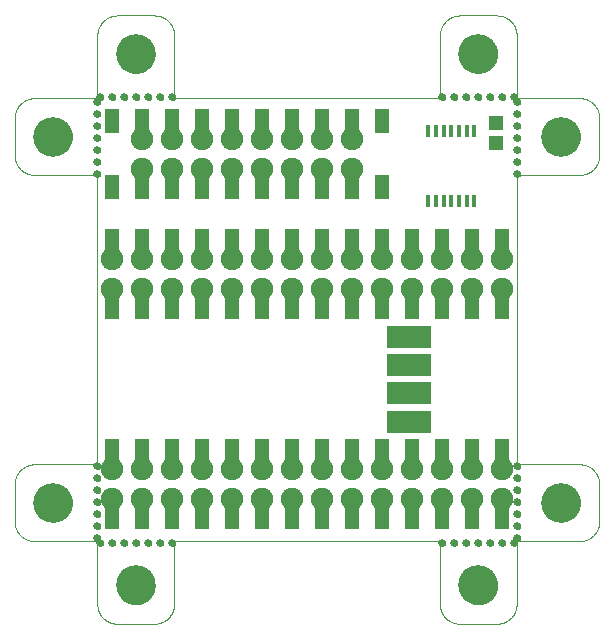
<source format=gbs>
G04 EAGLE Gerber RS-274X export*
G75*
%MOMM*%
%FSLAX34Y34*%
%LPD*%
%INSolder Mask bottom*%
%IPPOS*%
%AMOC8*
5,1,8,0,0,1.08239X$1,22.5*%
G01*
%ADD10C,0.000000*%
%ADD11C,0.660400*%
%ADD12R,3.752400X1.952400*%
%ADD13C,1.905000*%
%ADD14R,1.193800X2.032000*%
%ADD15C,3.352400*%
%ADD16R,0.450000X1.000000*%
%ADD17R,1.152400X1.252400*%


D10*
X65000Y377500D02*
X290000Y377500D01*
X0Y312500D02*
X0Y67500D01*
X65000Y2500D02*
X290000Y2500D01*
X355600Y67500D02*
X355600Y312500D01*
X353060Y374650D02*
X353062Y374750D01*
X353068Y374851D01*
X353078Y374950D01*
X353092Y375050D01*
X353109Y375149D01*
X353131Y375247D01*
X353157Y375344D01*
X353186Y375440D01*
X353219Y375534D01*
X353256Y375628D01*
X353296Y375720D01*
X353340Y375810D01*
X353388Y375898D01*
X353439Y375985D01*
X353493Y376069D01*
X353551Y376151D01*
X353612Y376231D01*
X353676Y376308D01*
X353743Y376383D01*
X353813Y376455D01*
X353886Y376524D01*
X353961Y376590D01*
X354039Y376654D01*
X354119Y376714D01*
X354202Y376771D01*
X354287Y376824D01*
X354374Y376874D01*
X354463Y376921D01*
X354553Y376964D01*
X354645Y377004D01*
X354739Y377040D01*
X354834Y377072D01*
X354930Y377100D01*
X355028Y377125D01*
X355126Y377145D01*
X355225Y377162D01*
X355325Y377175D01*
X355424Y377184D01*
X355525Y377189D01*
X355625Y377190D01*
X355725Y377187D01*
X355826Y377180D01*
X355925Y377169D01*
X356025Y377154D01*
X356123Y377136D01*
X356221Y377113D01*
X356318Y377086D01*
X356413Y377056D01*
X356508Y377022D01*
X356601Y376984D01*
X356692Y376943D01*
X356782Y376898D01*
X356870Y376850D01*
X356956Y376798D01*
X357040Y376743D01*
X357121Y376684D01*
X357200Y376622D01*
X357277Y376558D01*
X357351Y376490D01*
X357422Y376419D01*
X357491Y376346D01*
X357556Y376270D01*
X357619Y376191D01*
X357678Y376110D01*
X357734Y376027D01*
X357787Y375942D01*
X357836Y375854D01*
X357882Y375765D01*
X357924Y375674D01*
X357963Y375581D01*
X357998Y375487D01*
X358029Y375392D01*
X358057Y375295D01*
X358080Y375198D01*
X358100Y375099D01*
X358116Y375000D01*
X358128Y374901D01*
X358136Y374800D01*
X358140Y374700D01*
X358140Y374600D01*
X358136Y374500D01*
X358128Y374399D01*
X358116Y374300D01*
X358100Y374201D01*
X358080Y374102D01*
X358057Y374005D01*
X358029Y373908D01*
X357998Y373813D01*
X357963Y373719D01*
X357924Y373626D01*
X357882Y373535D01*
X357836Y373446D01*
X357787Y373358D01*
X357734Y373273D01*
X357678Y373190D01*
X357619Y373109D01*
X357556Y373030D01*
X357491Y372954D01*
X357422Y372881D01*
X357351Y372810D01*
X357277Y372742D01*
X357200Y372678D01*
X357121Y372616D01*
X357040Y372557D01*
X356956Y372502D01*
X356870Y372450D01*
X356782Y372402D01*
X356692Y372357D01*
X356601Y372316D01*
X356508Y372278D01*
X356413Y372244D01*
X356318Y372214D01*
X356221Y372187D01*
X356123Y372164D01*
X356025Y372146D01*
X355925Y372131D01*
X355826Y372120D01*
X355725Y372113D01*
X355625Y372110D01*
X355525Y372111D01*
X355424Y372116D01*
X355325Y372125D01*
X355225Y372138D01*
X355126Y372155D01*
X355028Y372175D01*
X354930Y372200D01*
X354834Y372228D01*
X354739Y372260D01*
X354645Y372296D01*
X354553Y372336D01*
X354463Y372379D01*
X354374Y372426D01*
X354287Y372476D01*
X354202Y372529D01*
X354119Y372586D01*
X354039Y372646D01*
X353961Y372710D01*
X353886Y372776D01*
X353813Y372845D01*
X353743Y372917D01*
X353676Y372992D01*
X353612Y373069D01*
X353551Y373149D01*
X353493Y373231D01*
X353439Y373315D01*
X353388Y373402D01*
X353340Y373490D01*
X353296Y373580D01*
X353256Y373672D01*
X353219Y373766D01*
X353186Y373860D01*
X353157Y373956D01*
X353131Y374053D01*
X353109Y374151D01*
X353092Y374250D01*
X353078Y374350D01*
X353068Y374449D01*
X353062Y374550D01*
X353060Y374650D01*
D11*
X355600Y374650D03*
D10*
X353060Y364490D02*
X353062Y364590D01*
X353068Y364691D01*
X353078Y364790D01*
X353092Y364890D01*
X353109Y364989D01*
X353131Y365087D01*
X353157Y365184D01*
X353186Y365280D01*
X353219Y365374D01*
X353256Y365468D01*
X353296Y365560D01*
X353340Y365650D01*
X353388Y365738D01*
X353439Y365825D01*
X353493Y365909D01*
X353551Y365991D01*
X353612Y366071D01*
X353676Y366148D01*
X353743Y366223D01*
X353813Y366295D01*
X353886Y366364D01*
X353961Y366430D01*
X354039Y366494D01*
X354119Y366554D01*
X354202Y366611D01*
X354287Y366664D01*
X354374Y366714D01*
X354463Y366761D01*
X354553Y366804D01*
X354645Y366844D01*
X354739Y366880D01*
X354834Y366912D01*
X354930Y366940D01*
X355028Y366965D01*
X355126Y366985D01*
X355225Y367002D01*
X355325Y367015D01*
X355424Y367024D01*
X355525Y367029D01*
X355625Y367030D01*
X355725Y367027D01*
X355826Y367020D01*
X355925Y367009D01*
X356025Y366994D01*
X356123Y366976D01*
X356221Y366953D01*
X356318Y366926D01*
X356413Y366896D01*
X356508Y366862D01*
X356601Y366824D01*
X356692Y366783D01*
X356782Y366738D01*
X356870Y366690D01*
X356956Y366638D01*
X357040Y366583D01*
X357121Y366524D01*
X357200Y366462D01*
X357277Y366398D01*
X357351Y366330D01*
X357422Y366259D01*
X357491Y366186D01*
X357556Y366110D01*
X357619Y366031D01*
X357678Y365950D01*
X357734Y365867D01*
X357787Y365782D01*
X357836Y365694D01*
X357882Y365605D01*
X357924Y365514D01*
X357963Y365421D01*
X357998Y365327D01*
X358029Y365232D01*
X358057Y365135D01*
X358080Y365038D01*
X358100Y364939D01*
X358116Y364840D01*
X358128Y364741D01*
X358136Y364640D01*
X358140Y364540D01*
X358140Y364440D01*
X358136Y364340D01*
X358128Y364239D01*
X358116Y364140D01*
X358100Y364041D01*
X358080Y363942D01*
X358057Y363845D01*
X358029Y363748D01*
X357998Y363653D01*
X357963Y363559D01*
X357924Y363466D01*
X357882Y363375D01*
X357836Y363286D01*
X357787Y363198D01*
X357734Y363113D01*
X357678Y363030D01*
X357619Y362949D01*
X357556Y362870D01*
X357491Y362794D01*
X357422Y362721D01*
X357351Y362650D01*
X357277Y362582D01*
X357200Y362518D01*
X357121Y362456D01*
X357040Y362397D01*
X356956Y362342D01*
X356870Y362290D01*
X356782Y362242D01*
X356692Y362197D01*
X356601Y362156D01*
X356508Y362118D01*
X356413Y362084D01*
X356318Y362054D01*
X356221Y362027D01*
X356123Y362004D01*
X356025Y361986D01*
X355925Y361971D01*
X355826Y361960D01*
X355725Y361953D01*
X355625Y361950D01*
X355525Y361951D01*
X355424Y361956D01*
X355325Y361965D01*
X355225Y361978D01*
X355126Y361995D01*
X355028Y362015D01*
X354930Y362040D01*
X354834Y362068D01*
X354739Y362100D01*
X354645Y362136D01*
X354553Y362176D01*
X354463Y362219D01*
X354374Y362266D01*
X354287Y362316D01*
X354202Y362369D01*
X354119Y362426D01*
X354039Y362486D01*
X353961Y362550D01*
X353886Y362616D01*
X353813Y362685D01*
X353743Y362757D01*
X353676Y362832D01*
X353612Y362909D01*
X353551Y362989D01*
X353493Y363071D01*
X353439Y363155D01*
X353388Y363242D01*
X353340Y363330D01*
X353296Y363420D01*
X353256Y363512D01*
X353219Y363606D01*
X353186Y363700D01*
X353157Y363796D01*
X353131Y363893D01*
X353109Y363991D01*
X353092Y364090D01*
X353078Y364190D01*
X353068Y364289D01*
X353062Y364390D01*
X353060Y364490D01*
D11*
X355600Y364490D03*
D10*
X353060Y354330D02*
X353062Y354430D01*
X353068Y354531D01*
X353078Y354630D01*
X353092Y354730D01*
X353109Y354829D01*
X353131Y354927D01*
X353157Y355024D01*
X353186Y355120D01*
X353219Y355214D01*
X353256Y355308D01*
X353296Y355400D01*
X353340Y355490D01*
X353388Y355578D01*
X353439Y355665D01*
X353493Y355749D01*
X353551Y355831D01*
X353612Y355911D01*
X353676Y355988D01*
X353743Y356063D01*
X353813Y356135D01*
X353886Y356204D01*
X353961Y356270D01*
X354039Y356334D01*
X354119Y356394D01*
X354202Y356451D01*
X354287Y356504D01*
X354374Y356554D01*
X354463Y356601D01*
X354553Y356644D01*
X354645Y356684D01*
X354739Y356720D01*
X354834Y356752D01*
X354930Y356780D01*
X355028Y356805D01*
X355126Y356825D01*
X355225Y356842D01*
X355325Y356855D01*
X355424Y356864D01*
X355525Y356869D01*
X355625Y356870D01*
X355725Y356867D01*
X355826Y356860D01*
X355925Y356849D01*
X356025Y356834D01*
X356123Y356816D01*
X356221Y356793D01*
X356318Y356766D01*
X356413Y356736D01*
X356508Y356702D01*
X356601Y356664D01*
X356692Y356623D01*
X356782Y356578D01*
X356870Y356530D01*
X356956Y356478D01*
X357040Y356423D01*
X357121Y356364D01*
X357200Y356302D01*
X357277Y356238D01*
X357351Y356170D01*
X357422Y356099D01*
X357491Y356026D01*
X357556Y355950D01*
X357619Y355871D01*
X357678Y355790D01*
X357734Y355707D01*
X357787Y355622D01*
X357836Y355534D01*
X357882Y355445D01*
X357924Y355354D01*
X357963Y355261D01*
X357998Y355167D01*
X358029Y355072D01*
X358057Y354975D01*
X358080Y354878D01*
X358100Y354779D01*
X358116Y354680D01*
X358128Y354581D01*
X358136Y354480D01*
X358140Y354380D01*
X358140Y354280D01*
X358136Y354180D01*
X358128Y354079D01*
X358116Y353980D01*
X358100Y353881D01*
X358080Y353782D01*
X358057Y353685D01*
X358029Y353588D01*
X357998Y353493D01*
X357963Y353399D01*
X357924Y353306D01*
X357882Y353215D01*
X357836Y353126D01*
X357787Y353038D01*
X357734Y352953D01*
X357678Y352870D01*
X357619Y352789D01*
X357556Y352710D01*
X357491Y352634D01*
X357422Y352561D01*
X357351Y352490D01*
X357277Y352422D01*
X357200Y352358D01*
X357121Y352296D01*
X357040Y352237D01*
X356956Y352182D01*
X356870Y352130D01*
X356782Y352082D01*
X356692Y352037D01*
X356601Y351996D01*
X356508Y351958D01*
X356413Y351924D01*
X356318Y351894D01*
X356221Y351867D01*
X356123Y351844D01*
X356025Y351826D01*
X355925Y351811D01*
X355826Y351800D01*
X355725Y351793D01*
X355625Y351790D01*
X355525Y351791D01*
X355424Y351796D01*
X355325Y351805D01*
X355225Y351818D01*
X355126Y351835D01*
X355028Y351855D01*
X354930Y351880D01*
X354834Y351908D01*
X354739Y351940D01*
X354645Y351976D01*
X354553Y352016D01*
X354463Y352059D01*
X354374Y352106D01*
X354287Y352156D01*
X354202Y352209D01*
X354119Y352266D01*
X354039Y352326D01*
X353961Y352390D01*
X353886Y352456D01*
X353813Y352525D01*
X353743Y352597D01*
X353676Y352672D01*
X353612Y352749D01*
X353551Y352829D01*
X353493Y352911D01*
X353439Y352995D01*
X353388Y353082D01*
X353340Y353170D01*
X353296Y353260D01*
X353256Y353352D01*
X353219Y353446D01*
X353186Y353540D01*
X353157Y353636D01*
X353131Y353733D01*
X353109Y353831D01*
X353092Y353930D01*
X353078Y354030D01*
X353068Y354129D01*
X353062Y354230D01*
X353060Y354330D01*
D11*
X355600Y354330D03*
D10*
X353060Y344170D02*
X353062Y344270D01*
X353068Y344371D01*
X353078Y344470D01*
X353092Y344570D01*
X353109Y344669D01*
X353131Y344767D01*
X353157Y344864D01*
X353186Y344960D01*
X353219Y345054D01*
X353256Y345148D01*
X353296Y345240D01*
X353340Y345330D01*
X353388Y345418D01*
X353439Y345505D01*
X353493Y345589D01*
X353551Y345671D01*
X353612Y345751D01*
X353676Y345828D01*
X353743Y345903D01*
X353813Y345975D01*
X353886Y346044D01*
X353961Y346110D01*
X354039Y346174D01*
X354119Y346234D01*
X354202Y346291D01*
X354287Y346344D01*
X354374Y346394D01*
X354463Y346441D01*
X354553Y346484D01*
X354645Y346524D01*
X354739Y346560D01*
X354834Y346592D01*
X354930Y346620D01*
X355028Y346645D01*
X355126Y346665D01*
X355225Y346682D01*
X355325Y346695D01*
X355424Y346704D01*
X355525Y346709D01*
X355625Y346710D01*
X355725Y346707D01*
X355826Y346700D01*
X355925Y346689D01*
X356025Y346674D01*
X356123Y346656D01*
X356221Y346633D01*
X356318Y346606D01*
X356413Y346576D01*
X356508Y346542D01*
X356601Y346504D01*
X356692Y346463D01*
X356782Y346418D01*
X356870Y346370D01*
X356956Y346318D01*
X357040Y346263D01*
X357121Y346204D01*
X357200Y346142D01*
X357277Y346078D01*
X357351Y346010D01*
X357422Y345939D01*
X357491Y345866D01*
X357556Y345790D01*
X357619Y345711D01*
X357678Y345630D01*
X357734Y345547D01*
X357787Y345462D01*
X357836Y345374D01*
X357882Y345285D01*
X357924Y345194D01*
X357963Y345101D01*
X357998Y345007D01*
X358029Y344912D01*
X358057Y344815D01*
X358080Y344718D01*
X358100Y344619D01*
X358116Y344520D01*
X358128Y344421D01*
X358136Y344320D01*
X358140Y344220D01*
X358140Y344120D01*
X358136Y344020D01*
X358128Y343919D01*
X358116Y343820D01*
X358100Y343721D01*
X358080Y343622D01*
X358057Y343525D01*
X358029Y343428D01*
X357998Y343333D01*
X357963Y343239D01*
X357924Y343146D01*
X357882Y343055D01*
X357836Y342966D01*
X357787Y342878D01*
X357734Y342793D01*
X357678Y342710D01*
X357619Y342629D01*
X357556Y342550D01*
X357491Y342474D01*
X357422Y342401D01*
X357351Y342330D01*
X357277Y342262D01*
X357200Y342198D01*
X357121Y342136D01*
X357040Y342077D01*
X356956Y342022D01*
X356870Y341970D01*
X356782Y341922D01*
X356692Y341877D01*
X356601Y341836D01*
X356508Y341798D01*
X356413Y341764D01*
X356318Y341734D01*
X356221Y341707D01*
X356123Y341684D01*
X356025Y341666D01*
X355925Y341651D01*
X355826Y341640D01*
X355725Y341633D01*
X355625Y341630D01*
X355525Y341631D01*
X355424Y341636D01*
X355325Y341645D01*
X355225Y341658D01*
X355126Y341675D01*
X355028Y341695D01*
X354930Y341720D01*
X354834Y341748D01*
X354739Y341780D01*
X354645Y341816D01*
X354553Y341856D01*
X354463Y341899D01*
X354374Y341946D01*
X354287Y341996D01*
X354202Y342049D01*
X354119Y342106D01*
X354039Y342166D01*
X353961Y342230D01*
X353886Y342296D01*
X353813Y342365D01*
X353743Y342437D01*
X353676Y342512D01*
X353612Y342589D01*
X353551Y342669D01*
X353493Y342751D01*
X353439Y342835D01*
X353388Y342922D01*
X353340Y343010D01*
X353296Y343100D01*
X353256Y343192D01*
X353219Y343286D01*
X353186Y343380D01*
X353157Y343476D01*
X353131Y343573D01*
X353109Y343671D01*
X353092Y343770D01*
X353078Y343870D01*
X353068Y343969D01*
X353062Y344070D01*
X353060Y344170D01*
D11*
X355600Y344170D03*
D10*
X353060Y334010D02*
X353062Y334110D01*
X353068Y334211D01*
X353078Y334310D01*
X353092Y334410D01*
X353109Y334509D01*
X353131Y334607D01*
X353157Y334704D01*
X353186Y334800D01*
X353219Y334894D01*
X353256Y334988D01*
X353296Y335080D01*
X353340Y335170D01*
X353388Y335258D01*
X353439Y335345D01*
X353493Y335429D01*
X353551Y335511D01*
X353612Y335591D01*
X353676Y335668D01*
X353743Y335743D01*
X353813Y335815D01*
X353886Y335884D01*
X353961Y335950D01*
X354039Y336014D01*
X354119Y336074D01*
X354202Y336131D01*
X354287Y336184D01*
X354374Y336234D01*
X354463Y336281D01*
X354553Y336324D01*
X354645Y336364D01*
X354739Y336400D01*
X354834Y336432D01*
X354930Y336460D01*
X355028Y336485D01*
X355126Y336505D01*
X355225Y336522D01*
X355325Y336535D01*
X355424Y336544D01*
X355525Y336549D01*
X355625Y336550D01*
X355725Y336547D01*
X355826Y336540D01*
X355925Y336529D01*
X356025Y336514D01*
X356123Y336496D01*
X356221Y336473D01*
X356318Y336446D01*
X356413Y336416D01*
X356508Y336382D01*
X356601Y336344D01*
X356692Y336303D01*
X356782Y336258D01*
X356870Y336210D01*
X356956Y336158D01*
X357040Y336103D01*
X357121Y336044D01*
X357200Y335982D01*
X357277Y335918D01*
X357351Y335850D01*
X357422Y335779D01*
X357491Y335706D01*
X357556Y335630D01*
X357619Y335551D01*
X357678Y335470D01*
X357734Y335387D01*
X357787Y335302D01*
X357836Y335214D01*
X357882Y335125D01*
X357924Y335034D01*
X357963Y334941D01*
X357998Y334847D01*
X358029Y334752D01*
X358057Y334655D01*
X358080Y334558D01*
X358100Y334459D01*
X358116Y334360D01*
X358128Y334261D01*
X358136Y334160D01*
X358140Y334060D01*
X358140Y333960D01*
X358136Y333860D01*
X358128Y333759D01*
X358116Y333660D01*
X358100Y333561D01*
X358080Y333462D01*
X358057Y333365D01*
X358029Y333268D01*
X357998Y333173D01*
X357963Y333079D01*
X357924Y332986D01*
X357882Y332895D01*
X357836Y332806D01*
X357787Y332718D01*
X357734Y332633D01*
X357678Y332550D01*
X357619Y332469D01*
X357556Y332390D01*
X357491Y332314D01*
X357422Y332241D01*
X357351Y332170D01*
X357277Y332102D01*
X357200Y332038D01*
X357121Y331976D01*
X357040Y331917D01*
X356956Y331862D01*
X356870Y331810D01*
X356782Y331762D01*
X356692Y331717D01*
X356601Y331676D01*
X356508Y331638D01*
X356413Y331604D01*
X356318Y331574D01*
X356221Y331547D01*
X356123Y331524D01*
X356025Y331506D01*
X355925Y331491D01*
X355826Y331480D01*
X355725Y331473D01*
X355625Y331470D01*
X355525Y331471D01*
X355424Y331476D01*
X355325Y331485D01*
X355225Y331498D01*
X355126Y331515D01*
X355028Y331535D01*
X354930Y331560D01*
X354834Y331588D01*
X354739Y331620D01*
X354645Y331656D01*
X354553Y331696D01*
X354463Y331739D01*
X354374Y331786D01*
X354287Y331836D01*
X354202Y331889D01*
X354119Y331946D01*
X354039Y332006D01*
X353961Y332070D01*
X353886Y332136D01*
X353813Y332205D01*
X353743Y332277D01*
X353676Y332352D01*
X353612Y332429D01*
X353551Y332509D01*
X353493Y332591D01*
X353439Y332675D01*
X353388Y332762D01*
X353340Y332850D01*
X353296Y332940D01*
X353256Y333032D01*
X353219Y333126D01*
X353186Y333220D01*
X353157Y333316D01*
X353131Y333413D01*
X353109Y333511D01*
X353092Y333610D01*
X353078Y333710D01*
X353068Y333809D01*
X353062Y333910D01*
X353060Y334010D01*
D11*
X355600Y334010D03*
D10*
X355000Y377500D02*
X407500Y377500D01*
X425000Y360000D02*
X425000Y330000D01*
X407500Y312500D02*
X355600Y312500D01*
X353060Y323850D02*
X353062Y323950D01*
X353068Y324051D01*
X353078Y324150D01*
X353092Y324250D01*
X353109Y324349D01*
X353131Y324447D01*
X353157Y324544D01*
X353186Y324640D01*
X353219Y324734D01*
X353256Y324828D01*
X353296Y324920D01*
X353340Y325010D01*
X353388Y325098D01*
X353439Y325185D01*
X353493Y325269D01*
X353551Y325351D01*
X353612Y325431D01*
X353676Y325508D01*
X353743Y325583D01*
X353813Y325655D01*
X353886Y325724D01*
X353961Y325790D01*
X354039Y325854D01*
X354119Y325914D01*
X354202Y325971D01*
X354287Y326024D01*
X354374Y326074D01*
X354463Y326121D01*
X354553Y326164D01*
X354645Y326204D01*
X354739Y326240D01*
X354834Y326272D01*
X354930Y326300D01*
X355028Y326325D01*
X355126Y326345D01*
X355225Y326362D01*
X355325Y326375D01*
X355424Y326384D01*
X355525Y326389D01*
X355625Y326390D01*
X355725Y326387D01*
X355826Y326380D01*
X355925Y326369D01*
X356025Y326354D01*
X356123Y326336D01*
X356221Y326313D01*
X356318Y326286D01*
X356413Y326256D01*
X356508Y326222D01*
X356601Y326184D01*
X356692Y326143D01*
X356782Y326098D01*
X356870Y326050D01*
X356956Y325998D01*
X357040Y325943D01*
X357121Y325884D01*
X357200Y325822D01*
X357277Y325758D01*
X357351Y325690D01*
X357422Y325619D01*
X357491Y325546D01*
X357556Y325470D01*
X357619Y325391D01*
X357678Y325310D01*
X357734Y325227D01*
X357787Y325142D01*
X357836Y325054D01*
X357882Y324965D01*
X357924Y324874D01*
X357963Y324781D01*
X357998Y324687D01*
X358029Y324592D01*
X358057Y324495D01*
X358080Y324398D01*
X358100Y324299D01*
X358116Y324200D01*
X358128Y324101D01*
X358136Y324000D01*
X358140Y323900D01*
X358140Y323800D01*
X358136Y323700D01*
X358128Y323599D01*
X358116Y323500D01*
X358100Y323401D01*
X358080Y323302D01*
X358057Y323205D01*
X358029Y323108D01*
X357998Y323013D01*
X357963Y322919D01*
X357924Y322826D01*
X357882Y322735D01*
X357836Y322646D01*
X357787Y322558D01*
X357734Y322473D01*
X357678Y322390D01*
X357619Y322309D01*
X357556Y322230D01*
X357491Y322154D01*
X357422Y322081D01*
X357351Y322010D01*
X357277Y321942D01*
X357200Y321878D01*
X357121Y321816D01*
X357040Y321757D01*
X356956Y321702D01*
X356870Y321650D01*
X356782Y321602D01*
X356692Y321557D01*
X356601Y321516D01*
X356508Y321478D01*
X356413Y321444D01*
X356318Y321414D01*
X356221Y321387D01*
X356123Y321364D01*
X356025Y321346D01*
X355925Y321331D01*
X355826Y321320D01*
X355725Y321313D01*
X355625Y321310D01*
X355525Y321311D01*
X355424Y321316D01*
X355325Y321325D01*
X355225Y321338D01*
X355126Y321355D01*
X355028Y321375D01*
X354930Y321400D01*
X354834Y321428D01*
X354739Y321460D01*
X354645Y321496D01*
X354553Y321536D01*
X354463Y321579D01*
X354374Y321626D01*
X354287Y321676D01*
X354202Y321729D01*
X354119Y321786D01*
X354039Y321846D01*
X353961Y321910D01*
X353886Y321976D01*
X353813Y322045D01*
X353743Y322117D01*
X353676Y322192D01*
X353612Y322269D01*
X353551Y322349D01*
X353493Y322431D01*
X353439Y322515D01*
X353388Y322602D01*
X353340Y322690D01*
X353296Y322780D01*
X353256Y322872D01*
X353219Y322966D01*
X353186Y323060D01*
X353157Y323156D01*
X353131Y323253D01*
X353109Y323351D01*
X353092Y323450D01*
X353078Y323550D01*
X353068Y323649D01*
X353062Y323750D01*
X353060Y323850D01*
D11*
X355600Y323850D03*
D10*
X353060Y313690D02*
X353062Y313790D01*
X353068Y313891D01*
X353078Y313990D01*
X353092Y314090D01*
X353109Y314189D01*
X353131Y314287D01*
X353157Y314384D01*
X353186Y314480D01*
X353219Y314574D01*
X353256Y314668D01*
X353296Y314760D01*
X353340Y314850D01*
X353388Y314938D01*
X353439Y315025D01*
X353493Y315109D01*
X353551Y315191D01*
X353612Y315271D01*
X353676Y315348D01*
X353743Y315423D01*
X353813Y315495D01*
X353886Y315564D01*
X353961Y315630D01*
X354039Y315694D01*
X354119Y315754D01*
X354202Y315811D01*
X354287Y315864D01*
X354374Y315914D01*
X354463Y315961D01*
X354553Y316004D01*
X354645Y316044D01*
X354739Y316080D01*
X354834Y316112D01*
X354930Y316140D01*
X355028Y316165D01*
X355126Y316185D01*
X355225Y316202D01*
X355325Y316215D01*
X355424Y316224D01*
X355525Y316229D01*
X355625Y316230D01*
X355725Y316227D01*
X355826Y316220D01*
X355925Y316209D01*
X356025Y316194D01*
X356123Y316176D01*
X356221Y316153D01*
X356318Y316126D01*
X356413Y316096D01*
X356508Y316062D01*
X356601Y316024D01*
X356692Y315983D01*
X356782Y315938D01*
X356870Y315890D01*
X356956Y315838D01*
X357040Y315783D01*
X357121Y315724D01*
X357200Y315662D01*
X357277Y315598D01*
X357351Y315530D01*
X357422Y315459D01*
X357491Y315386D01*
X357556Y315310D01*
X357619Y315231D01*
X357678Y315150D01*
X357734Y315067D01*
X357787Y314982D01*
X357836Y314894D01*
X357882Y314805D01*
X357924Y314714D01*
X357963Y314621D01*
X357998Y314527D01*
X358029Y314432D01*
X358057Y314335D01*
X358080Y314238D01*
X358100Y314139D01*
X358116Y314040D01*
X358128Y313941D01*
X358136Y313840D01*
X358140Y313740D01*
X358140Y313640D01*
X358136Y313540D01*
X358128Y313439D01*
X358116Y313340D01*
X358100Y313241D01*
X358080Y313142D01*
X358057Y313045D01*
X358029Y312948D01*
X357998Y312853D01*
X357963Y312759D01*
X357924Y312666D01*
X357882Y312575D01*
X357836Y312486D01*
X357787Y312398D01*
X357734Y312313D01*
X357678Y312230D01*
X357619Y312149D01*
X357556Y312070D01*
X357491Y311994D01*
X357422Y311921D01*
X357351Y311850D01*
X357277Y311782D01*
X357200Y311718D01*
X357121Y311656D01*
X357040Y311597D01*
X356956Y311542D01*
X356870Y311490D01*
X356782Y311442D01*
X356692Y311397D01*
X356601Y311356D01*
X356508Y311318D01*
X356413Y311284D01*
X356318Y311254D01*
X356221Y311227D01*
X356123Y311204D01*
X356025Y311186D01*
X355925Y311171D01*
X355826Y311160D01*
X355725Y311153D01*
X355625Y311150D01*
X355525Y311151D01*
X355424Y311156D01*
X355325Y311165D01*
X355225Y311178D01*
X355126Y311195D01*
X355028Y311215D01*
X354930Y311240D01*
X354834Y311268D01*
X354739Y311300D01*
X354645Y311336D01*
X354553Y311376D01*
X354463Y311419D01*
X354374Y311466D01*
X354287Y311516D01*
X354202Y311569D01*
X354119Y311626D01*
X354039Y311686D01*
X353961Y311750D01*
X353886Y311816D01*
X353813Y311885D01*
X353743Y311957D01*
X353676Y312032D01*
X353612Y312109D01*
X353551Y312189D01*
X353493Y312271D01*
X353439Y312355D01*
X353388Y312442D01*
X353340Y312530D01*
X353296Y312620D01*
X353256Y312712D01*
X353219Y312806D01*
X353186Y312900D01*
X353157Y312996D01*
X353131Y313093D01*
X353109Y313191D01*
X353092Y313290D01*
X353078Y313390D01*
X353068Y313489D01*
X353062Y313590D01*
X353060Y313690D01*
D11*
X355600Y313690D03*
D10*
X289560Y378460D02*
X289562Y378560D01*
X289568Y378661D01*
X289578Y378760D01*
X289592Y378860D01*
X289609Y378959D01*
X289631Y379057D01*
X289657Y379154D01*
X289686Y379250D01*
X289719Y379344D01*
X289756Y379438D01*
X289796Y379530D01*
X289840Y379620D01*
X289888Y379708D01*
X289939Y379795D01*
X289993Y379879D01*
X290051Y379961D01*
X290112Y380041D01*
X290176Y380118D01*
X290243Y380193D01*
X290313Y380265D01*
X290386Y380334D01*
X290461Y380400D01*
X290539Y380464D01*
X290619Y380524D01*
X290702Y380581D01*
X290787Y380634D01*
X290874Y380684D01*
X290963Y380731D01*
X291053Y380774D01*
X291145Y380814D01*
X291239Y380850D01*
X291334Y380882D01*
X291430Y380910D01*
X291528Y380935D01*
X291626Y380955D01*
X291725Y380972D01*
X291825Y380985D01*
X291924Y380994D01*
X292025Y380999D01*
X292125Y381000D01*
X292225Y380997D01*
X292326Y380990D01*
X292425Y380979D01*
X292525Y380964D01*
X292623Y380946D01*
X292721Y380923D01*
X292818Y380896D01*
X292913Y380866D01*
X293008Y380832D01*
X293101Y380794D01*
X293192Y380753D01*
X293282Y380708D01*
X293370Y380660D01*
X293456Y380608D01*
X293540Y380553D01*
X293621Y380494D01*
X293700Y380432D01*
X293777Y380368D01*
X293851Y380300D01*
X293922Y380229D01*
X293991Y380156D01*
X294056Y380080D01*
X294119Y380001D01*
X294178Y379920D01*
X294234Y379837D01*
X294287Y379752D01*
X294336Y379664D01*
X294382Y379575D01*
X294424Y379484D01*
X294463Y379391D01*
X294498Y379297D01*
X294529Y379202D01*
X294557Y379105D01*
X294580Y379008D01*
X294600Y378909D01*
X294616Y378810D01*
X294628Y378711D01*
X294636Y378610D01*
X294640Y378510D01*
X294640Y378410D01*
X294636Y378310D01*
X294628Y378209D01*
X294616Y378110D01*
X294600Y378011D01*
X294580Y377912D01*
X294557Y377815D01*
X294529Y377718D01*
X294498Y377623D01*
X294463Y377529D01*
X294424Y377436D01*
X294382Y377345D01*
X294336Y377256D01*
X294287Y377168D01*
X294234Y377083D01*
X294178Y377000D01*
X294119Y376919D01*
X294056Y376840D01*
X293991Y376764D01*
X293922Y376691D01*
X293851Y376620D01*
X293777Y376552D01*
X293700Y376488D01*
X293621Y376426D01*
X293540Y376367D01*
X293456Y376312D01*
X293370Y376260D01*
X293282Y376212D01*
X293192Y376167D01*
X293101Y376126D01*
X293008Y376088D01*
X292913Y376054D01*
X292818Y376024D01*
X292721Y375997D01*
X292623Y375974D01*
X292525Y375956D01*
X292425Y375941D01*
X292326Y375930D01*
X292225Y375923D01*
X292125Y375920D01*
X292025Y375921D01*
X291924Y375926D01*
X291825Y375935D01*
X291725Y375948D01*
X291626Y375965D01*
X291528Y375985D01*
X291430Y376010D01*
X291334Y376038D01*
X291239Y376070D01*
X291145Y376106D01*
X291053Y376146D01*
X290963Y376189D01*
X290874Y376236D01*
X290787Y376286D01*
X290702Y376339D01*
X290619Y376396D01*
X290539Y376456D01*
X290461Y376520D01*
X290386Y376586D01*
X290313Y376655D01*
X290243Y376727D01*
X290176Y376802D01*
X290112Y376879D01*
X290051Y376959D01*
X289993Y377041D01*
X289939Y377125D01*
X289888Y377212D01*
X289840Y377300D01*
X289796Y377390D01*
X289756Y377482D01*
X289719Y377576D01*
X289686Y377670D01*
X289657Y377766D01*
X289631Y377863D01*
X289609Y377961D01*
X289592Y378060D01*
X289578Y378160D01*
X289568Y378259D01*
X289562Y378360D01*
X289560Y378460D01*
D11*
X292100Y378460D03*
D10*
X299720Y378460D02*
X299722Y378560D01*
X299728Y378661D01*
X299738Y378760D01*
X299752Y378860D01*
X299769Y378959D01*
X299791Y379057D01*
X299817Y379154D01*
X299846Y379250D01*
X299879Y379344D01*
X299916Y379438D01*
X299956Y379530D01*
X300000Y379620D01*
X300048Y379708D01*
X300099Y379795D01*
X300153Y379879D01*
X300211Y379961D01*
X300272Y380041D01*
X300336Y380118D01*
X300403Y380193D01*
X300473Y380265D01*
X300546Y380334D01*
X300621Y380400D01*
X300699Y380464D01*
X300779Y380524D01*
X300862Y380581D01*
X300947Y380634D01*
X301034Y380684D01*
X301123Y380731D01*
X301213Y380774D01*
X301305Y380814D01*
X301399Y380850D01*
X301494Y380882D01*
X301590Y380910D01*
X301688Y380935D01*
X301786Y380955D01*
X301885Y380972D01*
X301985Y380985D01*
X302084Y380994D01*
X302185Y380999D01*
X302285Y381000D01*
X302385Y380997D01*
X302486Y380990D01*
X302585Y380979D01*
X302685Y380964D01*
X302783Y380946D01*
X302881Y380923D01*
X302978Y380896D01*
X303073Y380866D01*
X303168Y380832D01*
X303261Y380794D01*
X303352Y380753D01*
X303442Y380708D01*
X303530Y380660D01*
X303616Y380608D01*
X303700Y380553D01*
X303781Y380494D01*
X303860Y380432D01*
X303937Y380368D01*
X304011Y380300D01*
X304082Y380229D01*
X304151Y380156D01*
X304216Y380080D01*
X304279Y380001D01*
X304338Y379920D01*
X304394Y379837D01*
X304447Y379752D01*
X304496Y379664D01*
X304542Y379575D01*
X304584Y379484D01*
X304623Y379391D01*
X304658Y379297D01*
X304689Y379202D01*
X304717Y379105D01*
X304740Y379008D01*
X304760Y378909D01*
X304776Y378810D01*
X304788Y378711D01*
X304796Y378610D01*
X304800Y378510D01*
X304800Y378410D01*
X304796Y378310D01*
X304788Y378209D01*
X304776Y378110D01*
X304760Y378011D01*
X304740Y377912D01*
X304717Y377815D01*
X304689Y377718D01*
X304658Y377623D01*
X304623Y377529D01*
X304584Y377436D01*
X304542Y377345D01*
X304496Y377256D01*
X304447Y377168D01*
X304394Y377083D01*
X304338Y377000D01*
X304279Y376919D01*
X304216Y376840D01*
X304151Y376764D01*
X304082Y376691D01*
X304011Y376620D01*
X303937Y376552D01*
X303860Y376488D01*
X303781Y376426D01*
X303700Y376367D01*
X303616Y376312D01*
X303530Y376260D01*
X303442Y376212D01*
X303352Y376167D01*
X303261Y376126D01*
X303168Y376088D01*
X303073Y376054D01*
X302978Y376024D01*
X302881Y375997D01*
X302783Y375974D01*
X302685Y375956D01*
X302585Y375941D01*
X302486Y375930D01*
X302385Y375923D01*
X302285Y375920D01*
X302185Y375921D01*
X302084Y375926D01*
X301985Y375935D01*
X301885Y375948D01*
X301786Y375965D01*
X301688Y375985D01*
X301590Y376010D01*
X301494Y376038D01*
X301399Y376070D01*
X301305Y376106D01*
X301213Y376146D01*
X301123Y376189D01*
X301034Y376236D01*
X300947Y376286D01*
X300862Y376339D01*
X300779Y376396D01*
X300699Y376456D01*
X300621Y376520D01*
X300546Y376586D01*
X300473Y376655D01*
X300403Y376727D01*
X300336Y376802D01*
X300272Y376879D01*
X300211Y376959D01*
X300153Y377041D01*
X300099Y377125D01*
X300048Y377212D01*
X300000Y377300D01*
X299956Y377390D01*
X299916Y377482D01*
X299879Y377576D01*
X299846Y377670D01*
X299817Y377766D01*
X299791Y377863D01*
X299769Y377961D01*
X299752Y378060D01*
X299738Y378160D01*
X299728Y378259D01*
X299722Y378360D01*
X299720Y378460D01*
D11*
X302260Y378460D03*
D10*
X309880Y378460D02*
X309882Y378560D01*
X309888Y378661D01*
X309898Y378760D01*
X309912Y378860D01*
X309929Y378959D01*
X309951Y379057D01*
X309977Y379154D01*
X310006Y379250D01*
X310039Y379344D01*
X310076Y379438D01*
X310116Y379530D01*
X310160Y379620D01*
X310208Y379708D01*
X310259Y379795D01*
X310313Y379879D01*
X310371Y379961D01*
X310432Y380041D01*
X310496Y380118D01*
X310563Y380193D01*
X310633Y380265D01*
X310706Y380334D01*
X310781Y380400D01*
X310859Y380464D01*
X310939Y380524D01*
X311022Y380581D01*
X311107Y380634D01*
X311194Y380684D01*
X311283Y380731D01*
X311373Y380774D01*
X311465Y380814D01*
X311559Y380850D01*
X311654Y380882D01*
X311750Y380910D01*
X311848Y380935D01*
X311946Y380955D01*
X312045Y380972D01*
X312145Y380985D01*
X312244Y380994D01*
X312345Y380999D01*
X312445Y381000D01*
X312545Y380997D01*
X312646Y380990D01*
X312745Y380979D01*
X312845Y380964D01*
X312943Y380946D01*
X313041Y380923D01*
X313138Y380896D01*
X313233Y380866D01*
X313328Y380832D01*
X313421Y380794D01*
X313512Y380753D01*
X313602Y380708D01*
X313690Y380660D01*
X313776Y380608D01*
X313860Y380553D01*
X313941Y380494D01*
X314020Y380432D01*
X314097Y380368D01*
X314171Y380300D01*
X314242Y380229D01*
X314311Y380156D01*
X314376Y380080D01*
X314439Y380001D01*
X314498Y379920D01*
X314554Y379837D01*
X314607Y379752D01*
X314656Y379664D01*
X314702Y379575D01*
X314744Y379484D01*
X314783Y379391D01*
X314818Y379297D01*
X314849Y379202D01*
X314877Y379105D01*
X314900Y379008D01*
X314920Y378909D01*
X314936Y378810D01*
X314948Y378711D01*
X314956Y378610D01*
X314960Y378510D01*
X314960Y378410D01*
X314956Y378310D01*
X314948Y378209D01*
X314936Y378110D01*
X314920Y378011D01*
X314900Y377912D01*
X314877Y377815D01*
X314849Y377718D01*
X314818Y377623D01*
X314783Y377529D01*
X314744Y377436D01*
X314702Y377345D01*
X314656Y377256D01*
X314607Y377168D01*
X314554Y377083D01*
X314498Y377000D01*
X314439Y376919D01*
X314376Y376840D01*
X314311Y376764D01*
X314242Y376691D01*
X314171Y376620D01*
X314097Y376552D01*
X314020Y376488D01*
X313941Y376426D01*
X313860Y376367D01*
X313776Y376312D01*
X313690Y376260D01*
X313602Y376212D01*
X313512Y376167D01*
X313421Y376126D01*
X313328Y376088D01*
X313233Y376054D01*
X313138Y376024D01*
X313041Y375997D01*
X312943Y375974D01*
X312845Y375956D01*
X312745Y375941D01*
X312646Y375930D01*
X312545Y375923D01*
X312445Y375920D01*
X312345Y375921D01*
X312244Y375926D01*
X312145Y375935D01*
X312045Y375948D01*
X311946Y375965D01*
X311848Y375985D01*
X311750Y376010D01*
X311654Y376038D01*
X311559Y376070D01*
X311465Y376106D01*
X311373Y376146D01*
X311283Y376189D01*
X311194Y376236D01*
X311107Y376286D01*
X311022Y376339D01*
X310939Y376396D01*
X310859Y376456D01*
X310781Y376520D01*
X310706Y376586D01*
X310633Y376655D01*
X310563Y376727D01*
X310496Y376802D01*
X310432Y376879D01*
X310371Y376959D01*
X310313Y377041D01*
X310259Y377125D01*
X310208Y377212D01*
X310160Y377300D01*
X310116Y377390D01*
X310076Y377482D01*
X310039Y377576D01*
X310006Y377670D01*
X309977Y377766D01*
X309951Y377863D01*
X309929Y377961D01*
X309912Y378060D01*
X309898Y378160D01*
X309888Y378259D01*
X309882Y378360D01*
X309880Y378460D01*
D11*
X312420Y378460D03*
D10*
X320040Y378460D02*
X320042Y378560D01*
X320048Y378661D01*
X320058Y378760D01*
X320072Y378860D01*
X320089Y378959D01*
X320111Y379057D01*
X320137Y379154D01*
X320166Y379250D01*
X320199Y379344D01*
X320236Y379438D01*
X320276Y379530D01*
X320320Y379620D01*
X320368Y379708D01*
X320419Y379795D01*
X320473Y379879D01*
X320531Y379961D01*
X320592Y380041D01*
X320656Y380118D01*
X320723Y380193D01*
X320793Y380265D01*
X320866Y380334D01*
X320941Y380400D01*
X321019Y380464D01*
X321099Y380524D01*
X321182Y380581D01*
X321267Y380634D01*
X321354Y380684D01*
X321443Y380731D01*
X321533Y380774D01*
X321625Y380814D01*
X321719Y380850D01*
X321814Y380882D01*
X321910Y380910D01*
X322008Y380935D01*
X322106Y380955D01*
X322205Y380972D01*
X322305Y380985D01*
X322404Y380994D01*
X322505Y380999D01*
X322605Y381000D01*
X322705Y380997D01*
X322806Y380990D01*
X322905Y380979D01*
X323005Y380964D01*
X323103Y380946D01*
X323201Y380923D01*
X323298Y380896D01*
X323393Y380866D01*
X323488Y380832D01*
X323581Y380794D01*
X323672Y380753D01*
X323762Y380708D01*
X323850Y380660D01*
X323936Y380608D01*
X324020Y380553D01*
X324101Y380494D01*
X324180Y380432D01*
X324257Y380368D01*
X324331Y380300D01*
X324402Y380229D01*
X324471Y380156D01*
X324536Y380080D01*
X324599Y380001D01*
X324658Y379920D01*
X324714Y379837D01*
X324767Y379752D01*
X324816Y379664D01*
X324862Y379575D01*
X324904Y379484D01*
X324943Y379391D01*
X324978Y379297D01*
X325009Y379202D01*
X325037Y379105D01*
X325060Y379008D01*
X325080Y378909D01*
X325096Y378810D01*
X325108Y378711D01*
X325116Y378610D01*
X325120Y378510D01*
X325120Y378410D01*
X325116Y378310D01*
X325108Y378209D01*
X325096Y378110D01*
X325080Y378011D01*
X325060Y377912D01*
X325037Y377815D01*
X325009Y377718D01*
X324978Y377623D01*
X324943Y377529D01*
X324904Y377436D01*
X324862Y377345D01*
X324816Y377256D01*
X324767Y377168D01*
X324714Y377083D01*
X324658Y377000D01*
X324599Y376919D01*
X324536Y376840D01*
X324471Y376764D01*
X324402Y376691D01*
X324331Y376620D01*
X324257Y376552D01*
X324180Y376488D01*
X324101Y376426D01*
X324020Y376367D01*
X323936Y376312D01*
X323850Y376260D01*
X323762Y376212D01*
X323672Y376167D01*
X323581Y376126D01*
X323488Y376088D01*
X323393Y376054D01*
X323298Y376024D01*
X323201Y375997D01*
X323103Y375974D01*
X323005Y375956D01*
X322905Y375941D01*
X322806Y375930D01*
X322705Y375923D01*
X322605Y375920D01*
X322505Y375921D01*
X322404Y375926D01*
X322305Y375935D01*
X322205Y375948D01*
X322106Y375965D01*
X322008Y375985D01*
X321910Y376010D01*
X321814Y376038D01*
X321719Y376070D01*
X321625Y376106D01*
X321533Y376146D01*
X321443Y376189D01*
X321354Y376236D01*
X321267Y376286D01*
X321182Y376339D01*
X321099Y376396D01*
X321019Y376456D01*
X320941Y376520D01*
X320866Y376586D01*
X320793Y376655D01*
X320723Y376727D01*
X320656Y376802D01*
X320592Y376879D01*
X320531Y376959D01*
X320473Y377041D01*
X320419Y377125D01*
X320368Y377212D01*
X320320Y377300D01*
X320276Y377390D01*
X320236Y377482D01*
X320199Y377576D01*
X320166Y377670D01*
X320137Y377766D01*
X320111Y377863D01*
X320089Y377961D01*
X320072Y378060D01*
X320058Y378160D01*
X320048Y378259D01*
X320042Y378360D01*
X320040Y378460D01*
D11*
X322580Y378460D03*
D10*
X330200Y378460D02*
X330202Y378560D01*
X330208Y378661D01*
X330218Y378760D01*
X330232Y378860D01*
X330249Y378959D01*
X330271Y379057D01*
X330297Y379154D01*
X330326Y379250D01*
X330359Y379344D01*
X330396Y379438D01*
X330436Y379530D01*
X330480Y379620D01*
X330528Y379708D01*
X330579Y379795D01*
X330633Y379879D01*
X330691Y379961D01*
X330752Y380041D01*
X330816Y380118D01*
X330883Y380193D01*
X330953Y380265D01*
X331026Y380334D01*
X331101Y380400D01*
X331179Y380464D01*
X331259Y380524D01*
X331342Y380581D01*
X331427Y380634D01*
X331514Y380684D01*
X331603Y380731D01*
X331693Y380774D01*
X331785Y380814D01*
X331879Y380850D01*
X331974Y380882D01*
X332070Y380910D01*
X332168Y380935D01*
X332266Y380955D01*
X332365Y380972D01*
X332465Y380985D01*
X332564Y380994D01*
X332665Y380999D01*
X332765Y381000D01*
X332865Y380997D01*
X332966Y380990D01*
X333065Y380979D01*
X333165Y380964D01*
X333263Y380946D01*
X333361Y380923D01*
X333458Y380896D01*
X333553Y380866D01*
X333648Y380832D01*
X333741Y380794D01*
X333832Y380753D01*
X333922Y380708D01*
X334010Y380660D01*
X334096Y380608D01*
X334180Y380553D01*
X334261Y380494D01*
X334340Y380432D01*
X334417Y380368D01*
X334491Y380300D01*
X334562Y380229D01*
X334631Y380156D01*
X334696Y380080D01*
X334759Y380001D01*
X334818Y379920D01*
X334874Y379837D01*
X334927Y379752D01*
X334976Y379664D01*
X335022Y379575D01*
X335064Y379484D01*
X335103Y379391D01*
X335138Y379297D01*
X335169Y379202D01*
X335197Y379105D01*
X335220Y379008D01*
X335240Y378909D01*
X335256Y378810D01*
X335268Y378711D01*
X335276Y378610D01*
X335280Y378510D01*
X335280Y378410D01*
X335276Y378310D01*
X335268Y378209D01*
X335256Y378110D01*
X335240Y378011D01*
X335220Y377912D01*
X335197Y377815D01*
X335169Y377718D01*
X335138Y377623D01*
X335103Y377529D01*
X335064Y377436D01*
X335022Y377345D01*
X334976Y377256D01*
X334927Y377168D01*
X334874Y377083D01*
X334818Y377000D01*
X334759Y376919D01*
X334696Y376840D01*
X334631Y376764D01*
X334562Y376691D01*
X334491Y376620D01*
X334417Y376552D01*
X334340Y376488D01*
X334261Y376426D01*
X334180Y376367D01*
X334096Y376312D01*
X334010Y376260D01*
X333922Y376212D01*
X333832Y376167D01*
X333741Y376126D01*
X333648Y376088D01*
X333553Y376054D01*
X333458Y376024D01*
X333361Y375997D01*
X333263Y375974D01*
X333165Y375956D01*
X333065Y375941D01*
X332966Y375930D01*
X332865Y375923D01*
X332765Y375920D01*
X332665Y375921D01*
X332564Y375926D01*
X332465Y375935D01*
X332365Y375948D01*
X332266Y375965D01*
X332168Y375985D01*
X332070Y376010D01*
X331974Y376038D01*
X331879Y376070D01*
X331785Y376106D01*
X331693Y376146D01*
X331603Y376189D01*
X331514Y376236D01*
X331427Y376286D01*
X331342Y376339D01*
X331259Y376396D01*
X331179Y376456D01*
X331101Y376520D01*
X331026Y376586D01*
X330953Y376655D01*
X330883Y376727D01*
X330816Y376802D01*
X330752Y376879D01*
X330691Y376959D01*
X330633Y377041D01*
X330579Y377125D01*
X330528Y377212D01*
X330480Y377300D01*
X330436Y377390D01*
X330396Y377482D01*
X330359Y377576D01*
X330326Y377670D01*
X330297Y377766D01*
X330271Y377863D01*
X330249Y377961D01*
X330232Y378060D01*
X330218Y378160D01*
X330208Y378259D01*
X330202Y378360D01*
X330200Y378460D01*
D11*
X332740Y378460D03*
D10*
X290000Y377500D02*
X290000Y430000D01*
X308000Y447500D02*
X337500Y447500D01*
X340360Y378460D02*
X340362Y378560D01*
X340368Y378661D01*
X340378Y378760D01*
X340392Y378860D01*
X340409Y378959D01*
X340431Y379057D01*
X340457Y379154D01*
X340486Y379250D01*
X340519Y379344D01*
X340556Y379438D01*
X340596Y379530D01*
X340640Y379620D01*
X340688Y379708D01*
X340739Y379795D01*
X340793Y379879D01*
X340851Y379961D01*
X340912Y380041D01*
X340976Y380118D01*
X341043Y380193D01*
X341113Y380265D01*
X341186Y380334D01*
X341261Y380400D01*
X341339Y380464D01*
X341419Y380524D01*
X341502Y380581D01*
X341587Y380634D01*
X341674Y380684D01*
X341763Y380731D01*
X341853Y380774D01*
X341945Y380814D01*
X342039Y380850D01*
X342134Y380882D01*
X342230Y380910D01*
X342328Y380935D01*
X342426Y380955D01*
X342525Y380972D01*
X342625Y380985D01*
X342724Y380994D01*
X342825Y380999D01*
X342925Y381000D01*
X343025Y380997D01*
X343126Y380990D01*
X343225Y380979D01*
X343325Y380964D01*
X343423Y380946D01*
X343521Y380923D01*
X343618Y380896D01*
X343713Y380866D01*
X343808Y380832D01*
X343901Y380794D01*
X343992Y380753D01*
X344082Y380708D01*
X344170Y380660D01*
X344256Y380608D01*
X344340Y380553D01*
X344421Y380494D01*
X344500Y380432D01*
X344577Y380368D01*
X344651Y380300D01*
X344722Y380229D01*
X344791Y380156D01*
X344856Y380080D01*
X344919Y380001D01*
X344978Y379920D01*
X345034Y379837D01*
X345087Y379752D01*
X345136Y379664D01*
X345182Y379575D01*
X345224Y379484D01*
X345263Y379391D01*
X345298Y379297D01*
X345329Y379202D01*
X345357Y379105D01*
X345380Y379008D01*
X345400Y378909D01*
X345416Y378810D01*
X345428Y378711D01*
X345436Y378610D01*
X345440Y378510D01*
X345440Y378410D01*
X345436Y378310D01*
X345428Y378209D01*
X345416Y378110D01*
X345400Y378011D01*
X345380Y377912D01*
X345357Y377815D01*
X345329Y377718D01*
X345298Y377623D01*
X345263Y377529D01*
X345224Y377436D01*
X345182Y377345D01*
X345136Y377256D01*
X345087Y377168D01*
X345034Y377083D01*
X344978Y377000D01*
X344919Y376919D01*
X344856Y376840D01*
X344791Y376764D01*
X344722Y376691D01*
X344651Y376620D01*
X344577Y376552D01*
X344500Y376488D01*
X344421Y376426D01*
X344340Y376367D01*
X344256Y376312D01*
X344170Y376260D01*
X344082Y376212D01*
X343992Y376167D01*
X343901Y376126D01*
X343808Y376088D01*
X343713Y376054D01*
X343618Y376024D01*
X343521Y375997D01*
X343423Y375974D01*
X343325Y375956D01*
X343225Y375941D01*
X343126Y375930D01*
X343025Y375923D01*
X342925Y375920D01*
X342825Y375921D01*
X342724Y375926D01*
X342625Y375935D01*
X342525Y375948D01*
X342426Y375965D01*
X342328Y375985D01*
X342230Y376010D01*
X342134Y376038D01*
X342039Y376070D01*
X341945Y376106D01*
X341853Y376146D01*
X341763Y376189D01*
X341674Y376236D01*
X341587Y376286D01*
X341502Y376339D01*
X341419Y376396D01*
X341339Y376456D01*
X341261Y376520D01*
X341186Y376586D01*
X341113Y376655D01*
X341043Y376727D01*
X340976Y376802D01*
X340912Y376879D01*
X340851Y376959D01*
X340793Y377041D01*
X340739Y377125D01*
X340688Y377212D01*
X340640Y377300D01*
X340596Y377390D01*
X340556Y377482D01*
X340519Y377576D01*
X340486Y377670D01*
X340457Y377766D01*
X340431Y377863D01*
X340409Y377961D01*
X340392Y378060D01*
X340378Y378160D01*
X340368Y378259D01*
X340362Y378360D01*
X340360Y378460D01*
D11*
X342900Y378460D03*
D10*
X350520Y378460D02*
X350522Y378560D01*
X350528Y378661D01*
X350538Y378760D01*
X350552Y378860D01*
X350569Y378959D01*
X350591Y379057D01*
X350617Y379154D01*
X350646Y379250D01*
X350679Y379344D01*
X350716Y379438D01*
X350756Y379530D01*
X350800Y379620D01*
X350848Y379708D01*
X350899Y379795D01*
X350953Y379879D01*
X351011Y379961D01*
X351072Y380041D01*
X351136Y380118D01*
X351203Y380193D01*
X351273Y380265D01*
X351346Y380334D01*
X351421Y380400D01*
X351499Y380464D01*
X351579Y380524D01*
X351662Y380581D01*
X351747Y380634D01*
X351834Y380684D01*
X351923Y380731D01*
X352013Y380774D01*
X352105Y380814D01*
X352199Y380850D01*
X352294Y380882D01*
X352390Y380910D01*
X352488Y380935D01*
X352586Y380955D01*
X352685Y380972D01*
X352785Y380985D01*
X352884Y380994D01*
X352985Y380999D01*
X353085Y381000D01*
X353185Y380997D01*
X353286Y380990D01*
X353385Y380979D01*
X353485Y380964D01*
X353583Y380946D01*
X353681Y380923D01*
X353778Y380896D01*
X353873Y380866D01*
X353968Y380832D01*
X354061Y380794D01*
X354152Y380753D01*
X354242Y380708D01*
X354330Y380660D01*
X354416Y380608D01*
X354500Y380553D01*
X354581Y380494D01*
X354660Y380432D01*
X354737Y380368D01*
X354811Y380300D01*
X354882Y380229D01*
X354951Y380156D01*
X355016Y380080D01*
X355079Y380001D01*
X355138Y379920D01*
X355194Y379837D01*
X355247Y379752D01*
X355296Y379664D01*
X355342Y379575D01*
X355384Y379484D01*
X355423Y379391D01*
X355458Y379297D01*
X355489Y379202D01*
X355517Y379105D01*
X355540Y379008D01*
X355560Y378909D01*
X355576Y378810D01*
X355588Y378711D01*
X355596Y378610D01*
X355600Y378510D01*
X355600Y378410D01*
X355596Y378310D01*
X355588Y378209D01*
X355576Y378110D01*
X355560Y378011D01*
X355540Y377912D01*
X355517Y377815D01*
X355489Y377718D01*
X355458Y377623D01*
X355423Y377529D01*
X355384Y377436D01*
X355342Y377345D01*
X355296Y377256D01*
X355247Y377168D01*
X355194Y377083D01*
X355138Y377000D01*
X355079Y376919D01*
X355016Y376840D01*
X354951Y376764D01*
X354882Y376691D01*
X354811Y376620D01*
X354737Y376552D01*
X354660Y376488D01*
X354581Y376426D01*
X354500Y376367D01*
X354416Y376312D01*
X354330Y376260D01*
X354242Y376212D01*
X354152Y376167D01*
X354061Y376126D01*
X353968Y376088D01*
X353873Y376054D01*
X353778Y376024D01*
X353681Y375997D01*
X353583Y375974D01*
X353485Y375956D01*
X353385Y375941D01*
X353286Y375930D01*
X353185Y375923D01*
X353085Y375920D01*
X352985Y375921D01*
X352884Y375926D01*
X352785Y375935D01*
X352685Y375948D01*
X352586Y375965D01*
X352488Y375985D01*
X352390Y376010D01*
X352294Y376038D01*
X352199Y376070D01*
X352105Y376106D01*
X352013Y376146D01*
X351923Y376189D01*
X351834Y376236D01*
X351747Y376286D01*
X351662Y376339D01*
X351579Y376396D01*
X351499Y376456D01*
X351421Y376520D01*
X351346Y376586D01*
X351273Y376655D01*
X351203Y376727D01*
X351136Y376802D01*
X351072Y376879D01*
X351011Y376959D01*
X350953Y377041D01*
X350899Y377125D01*
X350848Y377212D01*
X350800Y377300D01*
X350756Y377390D01*
X350716Y377482D01*
X350679Y377576D01*
X350646Y377670D01*
X350617Y377766D01*
X350591Y377863D01*
X350569Y377961D01*
X350552Y378060D01*
X350538Y378160D01*
X350528Y378259D01*
X350522Y378360D01*
X350520Y378460D01*
D11*
X353060Y378460D03*
D10*
X0Y378460D02*
X2Y378560D01*
X8Y378661D01*
X18Y378760D01*
X32Y378860D01*
X49Y378959D01*
X71Y379057D01*
X97Y379154D01*
X126Y379250D01*
X159Y379344D01*
X196Y379438D01*
X236Y379530D01*
X280Y379620D01*
X328Y379708D01*
X379Y379795D01*
X433Y379879D01*
X491Y379961D01*
X552Y380041D01*
X616Y380118D01*
X683Y380193D01*
X753Y380265D01*
X826Y380334D01*
X901Y380400D01*
X979Y380464D01*
X1059Y380524D01*
X1142Y380581D01*
X1227Y380634D01*
X1314Y380684D01*
X1403Y380731D01*
X1493Y380774D01*
X1585Y380814D01*
X1679Y380850D01*
X1774Y380882D01*
X1870Y380910D01*
X1968Y380935D01*
X2066Y380955D01*
X2165Y380972D01*
X2265Y380985D01*
X2364Y380994D01*
X2465Y380999D01*
X2565Y381000D01*
X2665Y380997D01*
X2766Y380990D01*
X2865Y380979D01*
X2965Y380964D01*
X3063Y380946D01*
X3161Y380923D01*
X3258Y380896D01*
X3353Y380866D01*
X3448Y380832D01*
X3541Y380794D01*
X3632Y380753D01*
X3722Y380708D01*
X3810Y380660D01*
X3896Y380608D01*
X3980Y380553D01*
X4061Y380494D01*
X4140Y380432D01*
X4217Y380368D01*
X4291Y380300D01*
X4362Y380229D01*
X4431Y380156D01*
X4496Y380080D01*
X4559Y380001D01*
X4618Y379920D01*
X4674Y379837D01*
X4727Y379752D01*
X4776Y379664D01*
X4822Y379575D01*
X4864Y379484D01*
X4903Y379391D01*
X4938Y379297D01*
X4969Y379202D01*
X4997Y379105D01*
X5020Y379008D01*
X5040Y378909D01*
X5056Y378810D01*
X5068Y378711D01*
X5076Y378610D01*
X5080Y378510D01*
X5080Y378410D01*
X5076Y378310D01*
X5068Y378209D01*
X5056Y378110D01*
X5040Y378011D01*
X5020Y377912D01*
X4997Y377815D01*
X4969Y377718D01*
X4938Y377623D01*
X4903Y377529D01*
X4864Y377436D01*
X4822Y377345D01*
X4776Y377256D01*
X4727Y377168D01*
X4674Y377083D01*
X4618Y377000D01*
X4559Y376919D01*
X4496Y376840D01*
X4431Y376764D01*
X4362Y376691D01*
X4291Y376620D01*
X4217Y376552D01*
X4140Y376488D01*
X4061Y376426D01*
X3980Y376367D01*
X3896Y376312D01*
X3810Y376260D01*
X3722Y376212D01*
X3632Y376167D01*
X3541Y376126D01*
X3448Y376088D01*
X3353Y376054D01*
X3258Y376024D01*
X3161Y375997D01*
X3063Y375974D01*
X2965Y375956D01*
X2865Y375941D01*
X2766Y375930D01*
X2665Y375923D01*
X2565Y375920D01*
X2465Y375921D01*
X2364Y375926D01*
X2265Y375935D01*
X2165Y375948D01*
X2066Y375965D01*
X1968Y375985D01*
X1870Y376010D01*
X1774Y376038D01*
X1679Y376070D01*
X1585Y376106D01*
X1493Y376146D01*
X1403Y376189D01*
X1314Y376236D01*
X1227Y376286D01*
X1142Y376339D01*
X1059Y376396D01*
X979Y376456D01*
X901Y376520D01*
X826Y376586D01*
X753Y376655D01*
X683Y376727D01*
X616Y376802D01*
X552Y376879D01*
X491Y376959D01*
X433Y377041D01*
X379Y377125D01*
X328Y377212D01*
X280Y377300D01*
X236Y377390D01*
X196Y377482D01*
X159Y377576D01*
X126Y377670D01*
X97Y377766D01*
X71Y377863D01*
X49Y377961D01*
X32Y378060D01*
X18Y378160D01*
X8Y378259D01*
X2Y378360D01*
X0Y378460D01*
D11*
X2540Y378460D03*
D10*
X10160Y378460D02*
X10162Y378560D01*
X10168Y378661D01*
X10178Y378760D01*
X10192Y378860D01*
X10209Y378959D01*
X10231Y379057D01*
X10257Y379154D01*
X10286Y379250D01*
X10319Y379344D01*
X10356Y379438D01*
X10396Y379530D01*
X10440Y379620D01*
X10488Y379708D01*
X10539Y379795D01*
X10593Y379879D01*
X10651Y379961D01*
X10712Y380041D01*
X10776Y380118D01*
X10843Y380193D01*
X10913Y380265D01*
X10986Y380334D01*
X11061Y380400D01*
X11139Y380464D01*
X11219Y380524D01*
X11302Y380581D01*
X11387Y380634D01*
X11474Y380684D01*
X11563Y380731D01*
X11653Y380774D01*
X11745Y380814D01*
X11839Y380850D01*
X11934Y380882D01*
X12030Y380910D01*
X12128Y380935D01*
X12226Y380955D01*
X12325Y380972D01*
X12425Y380985D01*
X12524Y380994D01*
X12625Y380999D01*
X12725Y381000D01*
X12825Y380997D01*
X12926Y380990D01*
X13025Y380979D01*
X13125Y380964D01*
X13223Y380946D01*
X13321Y380923D01*
X13418Y380896D01*
X13513Y380866D01*
X13608Y380832D01*
X13701Y380794D01*
X13792Y380753D01*
X13882Y380708D01*
X13970Y380660D01*
X14056Y380608D01*
X14140Y380553D01*
X14221Y380494D01*
X14300Y380432D01*
X14377Y380368D01*
X14451Y380300D01*
X14522Y380229D01*
X14591Y380156D01*
X14656Y380080D01*
X14719Y380001D01*
X14778Y379920D01*
X14834Y379837D01*
X14887Y379752D01*
X14936Y379664D01*
X14982Y379575D01*
X15024Y379484D01*
X15063Y379391D01*
X15098Y379297D01*
X15129Y379202D01*
X15157Y379105D01*
X15180Y379008D01*
X15200Y378909D01*
X15216Y378810D01*
X15228Y378711D01*
X15236Y378610D01*
X15240Y378510D01*
X15240Y378410D01*
X15236Y378310D01*
X15228Y378209D01*
X15216Y378110D01*
X15200Y378011D01*
X15180Y377912D01*
X15157Y377815D01*
X15129Y377718D01*
X15098Y377623D01*
X15063Y377529D01*
X15024Y377436D01*
X14982Y377345D01*
X14936Y377256D01*
X14887Y377168D01*
X14834Y377083D01*
X14778Y377000D01*
X14719Y376919D01*
X14656Y376840D01*
X14591Y376764D01*
X14522Y376691D01*
X14451Y376620D01*
X14377Y376552D01*
X14300Y376488D01*
X14221Y376426D01*
X14140Y376367D01*
X14056Y376312D01*
X13970Y376260D01*
X13882Y376212D01*
X13792Y376167D01*
X13701Y376126D01*
X13608Y376088D01*
X13513Y376054D01*
X13418Y376024D01*
X13321Y375997D01*
X13223Y375974D01*
X13125Y375956D01*
X13025Y375941D01*
X12926Y375930D01*
X12825Y375923D01*
X12725Y375920D01*
X12625Y375921D01*
X12524Y375926D01*
X12425Y375935D01*
X12325Y375948D01*
X12226Y375965D01*
X12128Y375985D01*
X12030Y376010D01*
X11934Y376038D01*
X11839Y376070D01*
X11745Y376106D01*
X11653Y376146D01*
X11563Y376189D01*
X11474Y376236D01*
X11387Y376286D01*
X11302Y376339D01*
X11219Y376396D01*
X11139Y376456D01*
X11061Y376520D01*
X10986Y376586D01*
X10913Y376655D01*
X10843Y376727D01*
X10776Y376802D01*
X10712Y376879D01*
X10651Y376959D01*
X10593Y377041D01*
X10539Y377125D01*
X10488Y377212D01*
X10440Y377300D01*
X10396Y377390D01*
X10356Y377482D01*
X10319Y377576D01*
X10286Y377670D01*
X10257Y377766D01*
X10231Y377863D01*
X10209Y377961D01*
X10192Y378060D01*
X10178Y378160D01*
X10168Y378259D01*
X10162Y378360D01*
X10160Y378460D01*
D11*
X12700Y378460D03*
D10*
X20320Y378460D02*
X20322Y378560D01*
X20328Y378661D01*
X20338Y378760D01*
X20352Y378860D01*
X20369Y378959D01*
X20391Y379057D01*
X20417Y379154D01*
X20446Y379250D01*
X20479Y379344D01*
X20516Y379438D01*
X20556Y379530D01*
X20600Y379620D01*
X20648Y379708D01*
X20699Y379795D01*
X20753Y379879D01*
X20811Y379961D01*
X20872Y380041D01*
X20936Y380118D01*
X21003Y380193D01*
X21073Y380265D01*
X21146Y380334D01*
X21221Y380400D01*
X21299Y380464D01*
X21379Y380524D01*
X21462Y380581D01*
X21547Y380634D01*
X21634Y380684D01*
X21723Y380731D01*
X21813Y380774D01*
X21905Y380814D01*
X21999Y380850D01*
X22094Y380882D01*
X22190Y380910D01*
X22288Y380935D01*
X22386Y380955D01*
X22485Y380972D01*
X22585Y380985D01*
X22684Y380994D01*
X22785Y380999D01*
X22885Y381000D01*
X22985Y380997D01*
X23086Y380990D01*
X23185Y380979D01*
X23285Y380964D01*
X23383Y380946D01*
X23481Y380923D01*
X23578Y380896D01*
X23673Y380866D01*
X23768Y380832D01*
X23861Y380794D01*
X23952Y380753D01*
X24042Y380708D01*
X24130Y380660D01*
X24216Y380608D01*
X24300Y380553D01*
X24381Y380494D01*
X24460Y380432D01*
X24537Y380368D01*
X24611Y380300D01*
X24682Y380229D01*
X24751Y380156D01*
X24816Y380080D01*
X24879Y380001D01*
X24938Y379920D01*
X24994Y379837D01*
X25047Y379752D01*
X25096Y379664D01*
X25142Y379575D01*
X25184Y379484D01*
X25223Y379391D01*
X25258Y379297D01*
X25289Y379202D01*
X25317Y379105D01*
X25340Y379008D01*
X25360Y378909D01*
X25376Y378810D01*
X25388Y378711D01*
X25396Y378610D01*
X25400Y378510D01*
X25400Y378410D01*
X25396Y378310D01*
X25388Y378209D01*
X25376Y378110D01*
X25360Y378011D01*
X25340Y377912D01*
X25317Y377815D01*
X25289Y377718D01*
X25258Y377623D01*
X25223Y377529D01*
X25184Y377436D01*
X25142Y377345D01*
X25096Y377256D01*
X25047Y377168D01*
X24994Y377083D01*
X24938Y377000D01*
X24879Y376919D01*
X24816Y376840D01*
X24751Y376764D01*
X24682Y376691D01*
X24611Y376620D01*
X24537Y376552D01*
X24460Y376488D01*
X24381Y376426D01*
X24300Y376367D01*
X24216Y376312D01*
X24130Y376260D01*
X24042Y376212D01*
X23952Y376167D01*
X23861Y376126D01*
X23768Y376088D01*
X23673Y376054D01*
X23578Y376024D01*
X23481Y375997D01*
X23383Y375974D01*
X23285Y375956D01*
X23185Y375941D01*
X23086Y375930D01*
X22985Y375923D01*
X22885Y375920D01*
X22785Y375921D01*
X22684Y375926D01*
X22585Y375935D01*
X22485Y375948D01*
X22386Y375965D01*
X22288Y375985D01*
X22190Y376010D01*
X22094Y376038D01*
X21999Y376070D01*
X21905Y376106D01*
X21813Y376146D01*
X21723Y376189D01*
X21634Y376236D01*
X21547Y376286D01*
X21462Y376339D01*
X21379Y376396D01*
X21299Y376456D01*
X21221Y376520D01*
X21146Y376586D01*
X21073Y376655D01*
X21003Y376727D01*
X20936Y376802D01*
X20872Y376879D01*
X20811Y376959D01*
X20753Y377041D01*
X20699Y377125D01*
X20648Y377212D01*
X20600Y377300D01*
X20556Y377390D01*
X20516Y377482D01*
X20479Y377576D01*
X20446Y377670D01*
X20417Y377766D01*
X20391Y377863D01*
X20369Y377961D01*
X20352Y378060D01*
X20338Y378160D01*
X20328Y378259D01*
X20322Y378360D01*
X20320Y378460D01*
D11*
X22860Y378460D03*
D10*
X30480Y378460D02*
X30482Y378560D01*
X30488Y378661D01*
X30498Y378760D01*
X30512Y378860D01*
X30529Y378959D01*
X30551Y379057D01*
X30577Y379154D01*
X30606Y379250D01*
X30639Y379344D01*
X30676Y379438D01*
X30716Y379530D01*
X30760Y379620D01*
X30808Y379708D01*
X30859Y379795D01*
X30913Y379879D01*
X30971Y379961D01*
X31032Y380041D01*
X31096Y380118D01*
X31163Y380193D01*
X31233Y380265D01*
X31306Y380334D01*
X31381Y380400D01*
X31459Y380464D01*
X31539Y380524D01*
X31622Y380581D01*
X31707Y380634D01*
X31794Y380684D01*
X31883Y380731D01*
X31973Y380774D01*
X32065Y380814D01*
X32159Y380850D01*
X32254Y380882D01*
X32350Y380910D01*
X32448Y380935D01*
X32546Y380955D01*
X32645Y380972D01*
X32745Y380985D01*
X32844Y380994D01*
X32945Y380999D01*
X33045Y381000D01*
X33145Y380997D01*
X33246Y380990D01*
X33345Y380979D01*
X33445Y380964D01*
X33543Y380946D01*
X33641Y380923D01*
X33738Y380896D01*
X33833Y380866D01*
X33928Y380832D01*
X34021Y380794D01*
X34112Y380753D01*
X34202Y380708D01*
X34290Y380660D01*
X34376Y380608D01*
X34460Y380553D01*
X34541Y380494D01*
X34620Y380432D01*
X34697Y380368D01*
X34771Y380300D01*
X34842Y380229D01*
X34911Y380156D01*
X34976Y380080D01*
X35039Y380001D01*
X35098Y379920D01*
X35154Y379837D01*
X35207Y379752D01*
X35256Y379664D01*
X35302Y379575D01*
X35344Y379484D01*
X35383Y379391D01*
X35418Y379297D01*
X35449Y379202D01*
X35477Y379105D01*
X35500Y379008D01*
X35520Y378909D01*
X35536Y378810D01*
X35548Y378711D01*
X35556Y378610D01*
X35560Y378510D01*
X35560Y378410D01*
X35556Y378310D01*
X35548Y378209D01*
X35536Y378110D01*
X35520Y378011D01*
X35500Y377912D01*
X35477Y377815D01*
X35449Y377718D01*
X35418Y377623D01*
X35383Y377529D01*
X35344Y377436D01*
X35302Y377345D01*
X35256Y377256D01*
X35207Y377168D01*
X35154Y377083D01*
X35098Y377000D01*
X35039Y376919D01*
X34976Y376840D01*
X34911Y376764D01*
X34842Y376691D01*
X34771Y376620D01*
X34697Y376552D01*
X34620Y376488D01*
X34541Y376426D01*
X34460Y376367D01*
X34376Y376312D01*
X34290Y376260D01*
X34202Y376212D01*
X34112Y376167D01*
X34021Y376126D01*
X33928Y376088D01*
X33833Y376054D01*
X33738Y376024D01*
X33641Y375997D01*
X33543Y375974D01*
X33445Y375956D01*
X33345Y375941D01*
X33246Y375930D01*
X33145Y375923D01*
X33045Y375920D01*
X32945Y375921D01*
X32844Y375926D01*
X32745Y375935D01*
X32645Y375948D01*
X32546Y375965D01*
X32448Y375985D01*
X32350Y376010D01*
X32254Y376038D01*
X32159Y376070D01*
X32065Y376106D01*
X31973Y376146D01*
X31883Y376189D01*
X31794Y376236D01*
X31707Y376286D01*
X31622Y376339D01*
X31539Y376396D01*
X31459Y376456D01*
X31381Y376520D01*
X31306Y376586D01*
X31233Y376655D01*
X31163Y376727D01*
X31096Y376802D01*
X31032Y376879D01*
X30971Y376959D01*
X30913Y377041D01*
X30859Y377125D01*
X30808Y377212D01*
X30760Y377300D01*
X30716Y377390D01*
X30676Y377482D01*
X30639Y377576D01*
X30606Y377670D01*
X30577Y377766D01*
X30551Y377863D01*
X30529Y377961D01*
X30512Y378060D01*
X30498Y378160D01*
X30488Y378259D01*
X30482Y378360D01*
X30480Y378460D01*
D11*
X33020Y378460D03*
D10*
X40640Y378460D02*
X40642Y378560D01*
X40648Y378661D01*
X40658Y378760D01*
X40672Y378860D01*
X40689Y378959D01*
X40711Y379057D01*
X40737Y379154D01*
X40766Y379250D01*
X40799Y379344D01*
X40836Y379438D01*
X40876Y379530D01*
X40920Y379620D01*
X40968Y379708D01*
X41019Y379795D01*
X41073Y379879D01*
X41131Y379961D01*
X41192Y380041D01*
X41256Y380118D01*
X41323Y380193D01*
X41393Y380265D01*
X41466Y380334D01*
X41541Y380400D01*
X41619Y380464D01*
X41699Y380524D01*
X41782Y380581D01*
X41867Y380634D01*
X41954Y380684D01*
X42043Y380731D01*
X42133Y380774D01*
X42225Y380814D01*
X42319Y380850D01*
X42414Y380882D01*
X42510Y380910D01*
X42608Y380935D01*
X42706Y380955D01*
X42805Y380972D01*
X42905Y380985D01*
X43004Y380994D01*
X43105Y380999D01*
X43205Y381000D01*
X43305Y380997D01*
X43406Y380990D01*
X43505Y380979D01*
X43605Y380964D01*
X43703Y380946D01*
X43801Y380923D01*
X43898Y380896D01*
X43993Y380866D01*
X44088Y380832D01*
X44181Y380794D01*
X44272Y380753D01*
X44362Y380708D01*
X44450Y380660D01*
X44536Y380608D01*
X44620Y380553D01*
X44701Y380494D01*
X44780Y380432D01*
X44857Y380368D01*
X44931Y380300D01*
X45002Y380229D01*
X45071Y380156D01*
X45136Y380080D01*
X45199Y380001D01*
X45258Y379920D01*
X45314Y379837D01*
X45367Y379752D01*
X45416Y379664D01*
X45462Y379575D01*
X45504Y379484D01*
X45543Y379391D01*
X45578Y379297D01*
X45609Y379202D01*
X45637Y379105D01*
X45660Y379008D01*
X45680Y378909D01*
X45696Y378810D01*
X45708Y378711D01*
X45716Y378610D01*
X45720Y378510D01*
X45720Y378410D01*
X45716Y378310D01*
X45708Y378209D01*
X45696Y378110D01*
X45680Y378011D01*
X45660Y377912D01*
X45637Y377815D01*
X45609Y377718D01*
X45578Y377623D01*
X45543Y377529D01*
X45504Y377436D01*
X45462Y377345D01*
X45416Y377256D01*
X45367Y377168D01*
X45314Y377083D01*
X45258Y377000D01*
X45199Y376919D01*
X45136Y376840D01*
X45071Y376764D01*
X45002Y376691D01*
X44931Y376620D01*
X44857Y376552D01*
X44780Y376488D01*
X44701Y376426D01*
X44620Y376367D01*
X44536Y376312D01*
X44450Y376260D01*
X44362Y376212D01*
X44272Y376167D01*
X44181Y376126D01*
X44088Y376088D01*
X43993Y376054D01*
X43898Y376024D01*
X43801Y375997D01*
X43703Y375974D01*
X43605Y375956D01*
X43505Y375941D01*
X43406Y375930D01*
X43305Y375923D01*
X43205Y375920D01*
X43105Y375921D01*
X43004Y375926D01*
X42905Y375935D01*
X42805Y375948D01*
X42706Y375965D01*
X42608Y375985D01*
X42510Y376010D01*
X42414Y376038D01*
X42319Y376070D01*
X42225Y376106D01*
X42133Y376146D01*
X42043Y376189D01*
X41954Y376236D01*
X41867Y376286D01*
X41782Y376339D01*
X41699Y376396D01*
X41619Y376456D01*
X41541Y376520D01*
X41466Y376586D01*
X41393Y376655D01*
X41323Y376727D01*
X41256Y376802D01*
X41192Y376879D01*
X41131Y376959D01*
X41073Y377041D01*
X41019Y377125D01*
X40968Y377212D01*
X40920Y377300D01*
X40876Y377390D01*
X40836Y377482D01*
X40799Y377576D01*
X40766Y377670D01*
X40737Y377766D01*
X40711Y377863D01*
X40689Y377961D01*
X40672Y378060D01*
X40658Y378160D01*
X40648Y378259D01*
X40642Y378360D01*
X40640Y378460D01*
D11*
X43180Y378460D03*
D10*
X355000Y377500D02*
X355000Y430000D01*
X0Y430000D02*
X0Y377500D01*
X18000Y447500D02*
X47500Y447500D01*
X50800Y378460D02*
X50802Y378560D01*
X50808Y378661D01*
X50818Y378760D01*
X50832Y378860D01*
X50849Y378959D01*
X50871Y379057D01*
X50897Y379154D01*
X50926Y379250D01*
X50959Y379344D01*
X50996Y379438D01*
X51036Y379530D01*
X51080Y379620D01*
X51128Y379708D01*
X51179Y379795D01*
X51233Y379879D01*
X51291Y379961D01*
X51352Y380041D01*
X51416Y380118D01*
X51483Y380193D01*
X51553Y380265D01*
X51626Y380334D01*
X51701Y380400D01*
X51779Y380464D01*
X51859Y380524D01*
X51942Y380581D01*
X52027Y380634D01*
X52114Y380684D01*
X52203Y380731D01*
X52293Y380774D01*
X52385Y380814D01*
X52479Y380850D01*
X52574Y380882D01*
X52670Y380910D01*
X52768Y380935D01*
X52866Y380955D01*
X52965Y380972D01*
X53065Y380985D01*
X53164Y380994D01*
X53265Y380999D01*
X53365Y381000D01*
X53465Y380997D01*
X53566Y380990D01*
X53665Y380979D01*
X53765Y380964D01*
X53863Y380946D01*
X53961Y380923D01*
X54058Y380896D01*
X54153Y380866D01*
X54248Y380832D01*
X54341Y380794D01*
X54432Y380753D01*
X54522Y380708D01*
X54610Y380660D01*
X54696Y380608D01*
X54780Y380553D01*
X54861Y380494D01*
X54940Y380432D01*
X55017Y380368D01*
X55091Y380300D01*
X55162Y380229D01*
X55231Y380156D01*
X55296Y380080D01*
X55359Y380001D01*
X55418Y379920D01*
X55474Y379837D01*
X55527Y379752D01*
X55576Y379664D01*
X55622Y379575D01*
X55664Y379484D01*
X55703Y379391D01*
X55738Y379297D01*
X55769Y379202D01*
X55797Y379105D01*
X55820Y379008D01*
X55840Y378909D01*
X55856Y378810D01*
X55868Y378711D01*
X55876Y378610D01*
X55880Y378510D01*
X55880Y378410D01*
X55876Y378310D01*
X55868Y378209D01*
X55856Y378110D01*
X55840Y378011D01*
X55820Y377912D01*
X55797Y377815D01*
X55769Y377718D01*
X55738Y377623D01*
X55703Y377529D01*
X55664Y377436D01*
X55622Y377345D01*
X55576Y377256D01*
X55527Y377168D01*
X55474Y377083D01*
X55418Y377000D01*
X55359Y376919D01*
X55296Y376840D01*
X55231Y376764D01*
X55162Y376691D01*
X55091Y376620D01*
X55017Y376552D01*
X54940Y376488D01*
X54861Y376426D01*
X54780Y376367D01*
X54696Y376312D01*
X54610Y376260D01*
X54522Y376212D01*
X54432Y376167D01*
X54341Y376126D01*
X54248Y376088D01*
X54153Y376054D01*
X54058Y376024D01*
X53961Y375997D01*
X53863Y375974D01*
X53765Y375956D01*
X53665Y375941D01*
X53566Y375930D01*
X53465Y375923D01*
X53365Y375920D01*
X53265Y375921D01*
X53164Y375926D01*
X53065Y375935D01*
X52965Y375948D01*
X52866Y375965D01*
X52768Y375985D01*
X52670Y376010D01*
X52574Y376038D01*
X52479Y376070D01*
X52385Y376106D01*
X52293Y376146D01*
X52203Y376189D01*
X52114Y376236D01*
X52027Y376286D01*
X51942Y376339D01*
X51859Y376396D01*
X51779Y376456D01*
X51701Y376520D01*
X51626Y376586D01*
X51553Y376655D01*
X51483Y376727D01*
X51416Y376802D01*
X51352Y376879D01*
X51291Y376959D01*
X51233Y377041D01*
X51179Y377125D01*
X51128Y377212D01*
X51080Y377300D01*
X51036Y377390D01*
X50996Y377482D01*
X50959Y377576D01*
X50926Y377670D01*
X50897Y377766D01*
X50871Y377863D01*
X50849Y377961D01*
X50832Y378060D01*
X50818Y378160D01*
X50808Y378259D01*
X50802Y378360D01*
X50800Y378460D01*
D11*
X53340Y378460D03*
D10*
X60960Y378460D02*
X60962Y378560D01*
X60968Y378661D01*
X60978Y378760D01*
X60992Y378860D01*
X61009Y378959D01*
X61031Y379057D01*
X61057Y379154D01*
X61086Y379250D01*
X61119Y379344D01*
X61156Y379438D01*
X61196Y379530D01*
X61240Y379620D01*
X61288Y379708D01*
X61339Y379795D01*
X61393Y379879D01*
X61451Y379961D01*
X61512Y380041D01*
X61576Y380118D01*
X61643Y380193D01*
X61713Y380265D01*
X61786Y380334D01*
X61861Y380400D01*
X61939Y380464D01*
X62019Y380524D01*
X62102Y380581D01*
X62187Y380634D01*
X62274Y380684D01*
X62363Y380731D01*
X62453Y380774D01*
X62545Y380814D01*
X62639Y380850D01*
X62734Y380882D01*
X62830Y380910D01*
X62928Y380935D01*
X63026Y380955D01*
X63125Y380972D01*
X63225Y380985D01*
X63324Y380994D01*
X63425Y380999D01*
X63525Y381000D01*
X63625Y380997D01*
X63726Y380990D01*
X63825Y380979D01*
X63925Y380964D01*
X64023Y380946D01*
X64121Y380923D01*
X64218Y380896D01*
X64313Y380866D01*
X64408Y380832D01*
X64501Y380794D01*
X64592Y380753D01*
X64682Y380708D01*
X64770Y380660D01*
X64856Y380608D01*
X64940Y380553D01*
X65021Y380494D01*
X65100Y380432D01*
X65177Y380368D01*
X65251Y380300D01*
X65322Y380229D01*
X65391Y380156D01*
X65456Y380080D01*
X65519Y380001D01*
X65578Y379920D01*
X65634Y379837D01*
X65687Y379752D01*
X65736Y379664D01*
X65782Y379575D01*
X65824Y379484D01*
X65863Y379391D01*
X65898Y379297D01*
X65929Y379202D01*
X65957Y379105D01*
X65980Y379008D01*
X66000Y378909D01*
X66016Y378810D01*
X66028Y378711D01*
X66036Y378610D01*
X66040Y378510D01*
X66040Y378410D01*
X66036Y378310D01*
X66028Y378209D01*
X66016Y378110D01*
X66000Y378011D01*
X65980Y377912D01*
X65957Y377815D01*
X65929Y377718D01*
X65898Y377623D01*
X65863Y377529D01*
X65824Y377436D01*
X65782Y377345D01*
X65736Y377256D01*
X65687Y377168D01*
X65634Y377083D01*
X65578Y377000D01*
X65519Y376919D01*
X65456Y376840D01*
X65391Y376764D01*
X65322Y376691D01*
X65251Y376620D01*
X65177Y376552D01*
X65100Y376488D01*
X65021Y376426D01*
X64940Y376367D01*
X64856Y376312D01*
X64770Y376260D01*
X64682Y376212D01*
X64592Y376167D01*
X64501Y376126D01*
X64408Y376088D01*
X64313Y376054D01*
X64218Y376024D01*
X64121Y375997D01*
X64023Y375974D01*
X63925Y375956D01*
X63825Y375941D01*
X63726Y375930D01*
X63625Y375923D01*
X63525Y375920D01*
X63425Y375921D01*
X63324Y375926D01*
X63225Y375935D01*
X63125Y375948D01*
X63026Y375965D01*
X62928Y375985D01*
X62830Y376010D01*
X62734Y376038D01*
X62639Y376070D01*
X62545Y376106D01*
X62453Y376146D01*
X62363Y376189D01*
X62274Y376236D01*
X62187Y376286D01*
X62102Y376339D01*
X62019Y376396D01*
X61939Y376456D01*
X61861Y376520D01*
X61786Y376586D01*
X61713Y376655D01*
X61643Y376727D01*
X61576Y376802D01*
X61512Y376879D01*
X61451Y376959D01*
X61393Y377041D01*
X61339Y377125D01*
X61288Y377212D01*
X61240Y377300D01*
X61196Y377390D01*
X61156Y377482D01*
X61119Y377576D01*
X61086Y377670D01*
X61057Y377766D01*
X61031Y377863D01*
X61009Y377961D01*
X60992Y378060D01*
X60978Y378160D01*
X60968Y378259D01*
X60962Y378360D01*
X60960Y378460D01*
D11*
X63500Y378460D03*
D10*
X-2540Y313690D02*
X-2538Y313790D01*
X-2532Y313891D01*
X-2522Y313990D01*
X-2508Y314090D01*
X-2491Y314189D01*
X-2469Y314287D01*
X-2443Y314384D01*
X-2414Y314480D01*
X-2381Y314574D01*
X-2344Y314668D01*
X-2304Y314760D01*
X-2260Y314850D01*
X-2212Y314938D01*
X-2161Y315025D01*
X-2107Y315109D01*
X-2049Y315191D01*
X-1988Y315271D01*
X-1924Y315348D01*
X-1857Y315423D01*
X-1787Y315495D01*
X-1714Y315564D01*
X-1639Y315630D01*
X-1561Y315694D01*
X-1481Y315754D01*
X-1398Y315811D01*
X-1313Y315864D01*
X-1226Y315914D01*
X-1137Y315961D01*
X-1047Y316004D01*
X-955Y316044D01*
X-861Y316080D01*
X-766Y316112D01*
X-670Y316140D01*
X-572Y316165D01*
X-474Y316185D01*
X-375Y316202D01*
X-275Y316215D01*
X-176Y316224D01*
X-75Y316229D01*
X25Y316230D01*
X125Y316227D01*
X226Y316220D01*
X325Y316209D01*
X425Y316194D01*
X523Y316176D01*
X621Y316153D01*
X718Y316126D01*
X813Y316096D01*
X908Y316062D01*
X1001Y316024D01*
X1092Y315983D01*
X1182Y315938D01*
X1270Y315890D01*
X1356Y315838D01*
X1440Y315783D01*
X1521Y315724D01*
X1600Y315662D01*
X1677Y315598D01*
X1751Y315530D01*
X1822Y315459D01*
X1891Y315386D01*
X1956Y315310D01*
X2019Y315231D01*
X2078Y315150D01*
X2134Y315067D01*
X2187Y314982D01*
X2236Y314894D01*
X2282Y314805D01*
X2324Y314714D01*
X2363Y314621D01*
X2398Y314527D01*
X2429Y314432D01*
X2457Y314335D01*
X2480Y314238D01*
X2500Y314139D01*
X2516Y314040D01*
X2528Y313941D01*
X2536Y313840D01*
X2540Y313740D01*
X2540Y313640D01*
X2536Y313540D01*
X2528Y313439D01*
X2516Y313340D01*
X2500Y313241D01*
X2480Y313142D01*
X2457Y313045D01*
X2429Y312948D01*
X2398Y312853D01*
X2363Y312759D01*
X2324Y312666D01*
X2282Y312575D01*
X2236Y312486D01*
X2187Y312398D01*
X2134Y312313D01*
X2078Y312230D01*
X2019Y312149D01*
X1956Y312070D01*
X1891Y311994D01*
X1822Y311921D01*
X1751Y311850D01*
X1677Y311782D01*
X1600Y311718D01*
X1521Y311656D01*
X1440Y311597D01*
X1356Y311542D01*
X1270Y311490D01*
X1182Y311442D01*
X1092Y311397D01*
X1001Y311356D01*
X908Y311318D01*
X813Y311284D01*
X718Y311254D01*
X621Y311227D01*
X523Y311204D01*
X425Y311186D01*
X325Y311171D01*
X226Y311160D01*
X125Y311153D01*
X25Y311150D01*
X-75Y311151D01*
X-176Y311156D01*
X-275Y311165D01*
X-375Y311178D01*
X-474Y311195D01*
X-572Y311215D01*
X-670Y311240D01*
X-766Y311268D01*
X-861Y311300D01*
X-955Y311336D01*
X-1047Y311376D01*
X-1137Y311419D01*
X-1226Y311466D01*
X-1313Y311516D01*
X-1398Y311569D01*
X-1481Y311626D01*
X-1561Y311686D01*
X-1639Y311750D01*
X-1714Y311816D01*
X-1787Y311885D01*
X-1857Y311957D01*
X-1924Y312032D01*
X-1988Y312109D01*
X-2049Y312189D01*
X-2107Y312271D01*
X-2161Y312355D01*
X-2212Y312442D01*
X-2260Y312530D01*
X-2304Y312620D01*
X-2344Y312712D01*
X-2381Y312806D01*
X-2414Y312900D01*
X-2443Y312996D01*
X-2469Y313093D01*
X-2491Y313191D01*
X-2508Y313290D01*
X-2522Y313390D01*
X-2532Y313489D01*
X-2538Y313590D01*
X-2540Y313690D01*
D11*
X0Y313690D03*
D10*
X-2540Y323850D02*
X-2538Y323950D01*
X-2532Y324051D01*
X-2522Y324150D01*
X-2508Y324250D01*
X-2491Y324349D01*
X-2469Y324447D01*
X-2443Y324544D01*
X-2414Y324640D01*
X-2381Y324734D01*
X-2344Y324828D01*
X-2304Y324920D01*
X-2260Y325010D01*
X-2212Y325098D01*
X-2161Y325185D01*
X-2107Y325269D01*
X-2049Y325351D01*
X-1988Y325431D01*
X-1924Y325508D01*
X-1857Y325583D01*
X-1787Y325655D01*
X-1714Y325724D01*
X-1639Y325790D01*
X-1561Y325854D01*
X-1481Y325914D01*
X-1398Y325971D01*
X-1313Y326024D01*
X-1226Y326074D01*
X-1137Y326121D01*
X-1047Y326164D01*
X-955Y326204D01*
X-861Y326240D01*
X-766Y326272D01*
X-670Y326300D01*
X-572Y326325D01*
X-474Y326345D01*
X-375Y326362D01*
X-275Y326375D01*
X-176Y326384D01*
X-75Y326389D01*
X25Y326390D01*
X125Y326387D01*
X226Y326380D01*
X325Y326369D01*
X425Y326354D01*
X523Y326336D01*
X621Y326313D01*
X718Y326286D01*
X813Y326256D01*
X908Y326222D01*
X1001Y326184D01*
X1092Y326143D01*
X1182Y326098D01*
X1270Y326050D01*
X1356Y325998D01*
X1440Y325943D01*
X1521Y325884D01*
X1600Y325822D01*
X1677Y325758D01*
X1751Y325690D01*
X1822Y325619D01*
X1891Y325546D01*
X1956Y325470D01*
X2019Y325391D01*
X2078Y325310D01*
X2134Y325227D01*
X2187Y325142D01*
X2236Y325054D01*
X2282Y324965D01*
X2324Y324874D01*
X2363Y324781D01*
X2398Y324687D01*
X2429Y324592D01*
X2457Y324495D01*
X2480Y324398D01*
X2500Y324299D01*
X2516Y324200D01*
X2528Y324101D01*
X2536Y324000D01*
X2540Y323900D01*
X2540Y323800D01*
X2536Y323700D01*
X2528Y323599D01*
X2516Y323500D01*
X2500Y323401D01*
X2480Y323302D01*
X2457Y323205D01*
X2429Y323108D01*
X2398Y323013D01*
X2363Y322919D01*
X2324Y322826D01*
X2282Y322735D01*
X2236Y322646D01*
X2187Y322558D01*
X2134Y322473D01*
X2078Y322390D01*
X2019Y322309D01*
X1956Y322230D01*
X1891Y322154D01*
X1822Y322081D01*
X1751Y322010D01*
X1677Y321942D01*
X1600Y321878D01*
X1521Y321816D01*
X1440Y321757D01*
X1356Y321702D01*
X1270Y321650D01*
X1182Y321602D01*
X1092Y321557D01*
X1001Y321516D01*
X908Y321478D01*
X813Y321444D01*
X718Y321414D01*
X621Y321387D01*
X523Y321364D01*
X425Y321346D01*
X325Y321331D01*
X226Y321320D01*
X125Y321313D01*
X25Y321310D01*
X-75Y321311D01*
X-176Y321316D01*
X-275Y321325D01*
X-375Y321338D01*
X-474Y321355D01*
X-572Y321375D01*
X-670Y321400D01*
X-766Y321428D01*
X-861Y321460D01*
X-955Y321496D01*
X-1047Y321536D01*
X-1137Y321579D01*
X-1226Y321626D01*
X-1313Y321676D01*
X-1398Y321729D01*
X-1481Y321786D01*
X-1561Y321846D01*
X-1639Y321910D01*
X-1714Y321976D01*
X-1787Y322045D01*
X-1857Y322117D01*
X-1924Y322192D01*
X-1988Y322269D01*
X-2049Y322349D01*
X-2107Y322431D01*
X-2161Y322515D01*
X-2212Y322602D01*
X-2260Y322690D01*
X-2304Y322780D01*
X-2344Y322872D01*
X-2381Y322966D01*
X-2414Y323060D01*
X-2443Y323156D01*
X-2469Y323253D01*
X-2491Y323351D01*
X-2508Y323450D01*
X-2522Y323550D01*
X-2532Y323649D01*
X-2538Y323750D01*
X-2540Y323850D01*
D11*
X0Y323850D03*
D10*
X-2540Y334010D02*
X-2538Y334110D01*
X-2532Y334211D01*
X-2522Y334310D01*
X-2508Y334410D01*
X-2491Y334509D01*
X-2469Y334607D01*
X-2443Y334704D01*
X-2414Y334800D01*
X-2381Y334894D01*
X-2344Y334988D01*
X-2304Y335080D01*
X-2260Y335170D01*
X-2212Y335258D01*
X-2161Y335345D01*
X-2107Y335429D01*
X-2049Y335511D01*
X-1988Y335591D01*
X-1924Y335668D01*
X-1857Y335743D01*
X-1787Y335815D01*
X-1714Y335884D01*
X-1639Y335950D01*
X-1561Y336014D01*
X-1481Y336074D01*
X-1398Y336131D01*
X-1313Y336184D01*
X-1226Y336234D01*
X-1137Y336281D01*
X-1047Y336324D01*
X-955Y336364D01*
X-861Y336400D01*
X-766Y336432D01*
X-670Y336460D01*
X-572Y336485D01*
X-474Y336505D01*
X-375Y336522D01*
X-275Y336535D01*
X-176Y336544D01*
X-75Y336549D01*
X25Y336550D01*
X125Y336547D01*
X226Y336540D01*
X325Y336529D01*
X425Y336514D01*
X523Y336496D01*
X621Y336473D01*
X718Y336446D01*
X813Y336416D01*
X908Y336382D01*
X1001Y336344D01*
X1092Y336303D01*
X1182Y336258D01*
X1270Y336210D01*
X1356Y336158D01*
X1440Y336103D01*
X1521Y336044D01*
X1600Y335982D01*
X1677Y335918D01*
X1751Y335850D01*
X1822Y335779D01*
X1891Y335706D01*
X1956Y335630D01*
X2019Y335551D01*
X2078Y335470D01*
X2134Y335387D01*
X2187Y335302D01*
X2236Y335214D01*
X2282Y335125D01*
X2324Y335034D01*
X2363Y334941D01*
X2398Y334847D01*
X2429Y334752D01*
X2457Y334655D01*
X2480Y334558D01*
X2500Y334459D01*
X2516Y334360D01*
X2528Y334261D01*
X2536Y334160D01*
X2540Y334060D01*
X2540Y333960D01*
X2536Y333860D01*
X2528Y333759D01*
X2516Y333660D01*
X2500Y333561D01*
X2480Y333462D01*
X2457Y333365D01*
X2429Y333268D01*
X2398Y333173D01*
X2363Y333079D01*
X2324Y332986D01*
X2282Y332895D01*
X2236Y332806D01*
X2187Y332718D01*
X2134Y332633D01*
X2078Y332550D01*
X2019Y332469D01*
X1956Y332390D01*
X1891Y332314D01*
X1822Y332241D01*
X1751Y332170D01*
X1677Y332102D01*
X1600Y332038D01*
X1521Y331976D01*
X1440Y331917D01*
X1356Y331862D01*
X1270Y331810D01*
X1182Y331762D01*
X1092Y331717D01*
X1001Y331676D01*
X908Y331638D01*
X813Y331604D01*
X718Y331574D01*
X621Y331547D01*
X523Y331524D01*
X425Y331506D01*
X325Y331491D01*
X226Y331480D01*
X125Y331473D01*
X25Y331470D01*
X-75Y331471D01*
X-176Y331476D01*
X-275Y331485D01*
X-375Y331498D01*
X-474Y331515D01*
X-572Y331535D01*
X-670Y331560D01*
X-766Y331588D01*
X-861Y331620D01*
X-955Y331656D01*
X-1047Y331696D01*
X-1137Y331739D01*
X-1226Y331786D01*
X-1313Y331836D01*
X-1398Y331889D01*
X-1481Y331946D01*
X-1561Y332006D01*
X-1639Y332070D01*
X-1714Y332136D01*
X-1787Y332205D01*
X-1857Y332277D01*
X-1924Y332352D01*
X-1988Y332429D01*
X-2049Y332509D01*
X-2107Y332591D01*
X-2161Y332675D01*
X-2212Y332762D01*
X-2260Y332850D01*
X-2304Y332940D01*
X-2344Y333032D01*
X-2381Y333126D01*
X-2414Y333220D01*
X-2443Y333316D01*
X-2469Y333413D01*
X-2491Y333511D01*
X-2508Y333610D01*
X-2522Y333710D01*
X-2532Y333809D01*
X-2538Y333910D01*
X-2540Y334010D01*
D11*
X0Y334010D03*
D10*
X-2540Y344170D02*
X-2538Y344270D01*
X-2532Y344371D01*
X-2522Y344470D01*
X-2508Y344570D01*
X-2491Y344669D01*
X-2469Y344767D01*
X-2443Y344864D01*
X-2414Y344960D01*
X-2381Y345054D01*
X-2344Y345148D01*
X-2304Y345240D01*
X-2260Y345330D01*
X-2212Y345418D01*
X-2161Y345505D01*
X-2107Y345589D01*
X-2049Y345671D01*
X-1988Y345751D01*
X-1924Y345828D01*
X-1857Y345903D01*
X-1787Y345975D01*
X-1714Y346044D01*
X-1639Y346110D01*
X-1561Y346174D01*
X-1481Y346234D01*
X-1398Y346291D01*
X-1313Y346344D01*
X-1226Y346394D01*
X-1137Y346441D01*
X-1047Y346484D01*
X-955Y346524D01*
X-861Y346560D01*
X-766Y346592D01*
X-670Y346620D01*
X-572Y346645D01*
X-474Y346665D01*
X-375Y346682D01*
X-275Y346695D01*
X-176Y346704D01*
X-75Y346709D01*
X25Y346710D01*
X125Y346707D01*
X226Y346700D01*
X325Y346689D01*
X425Y346674D01*
X523Y346656D01*
X621Y346633D01*
X718Y346606D01*
X813Y346576D01*
X908Y346542D01*
X1001Y346504D01*
X1092Y346463D01*
X1182Y346418D01*
X1270Y346370D01*
X1356Y346318D01*
X1440Y346263D01*
X1521Y346204D01*
X1600Y346142D01*
X1677Y346078D01*
X1751Y346010D01*
X1822Y345939D01*
X1891Y345866D01*
X1956Y345790D01*
X2019Y345711D01*
X2078Y345630D01*
X2134Y345547D01*
X2187Y345462D01*
X2236Y345374D01*
X2282Y345285D01*
X2324Y345194D01*
X2363Y345101D01*
X2398Y345007D01*
X2429Y344912D01*
X2457Y344815D01*
X2480Y344718D01*
X2500Y344619D01*
X2516Y344520D01*
X2528Y344421D01*
X2536Y344320D01*
X2540Y344220D01*
X2540Y344120D01*
X2536Y344020D01*
X2528Y343919D01*
X2516Y343820D01*
X2500Y343721D01*
X2480Y343622D01*
X2457Y343525D01*
X2429Y343428D01*
X2398Y343333D01*
X2363Y343239D01*
X2324Y343146D01*
X2282Y343055D01*
X2236Y342966D01*
X2187Y342878D01*
X2134Y342793D01*
X2078Y342710D01*
X2019Y342629D01*
X1956Y342550D01*
X1891Y342474D01*
X1822Y342401D01*
X1751Y342330D01*
X1677Y342262D01*
X1600Y342198D01*
X1521Y342136D01*
X1440Y342077D01*
X1356Y342022D01*
X1270Y341970D01*
X1182Y341922D01*
X1092Y341877D01*
X1001Y341836D01*
X908Y341798D01*
X813Y341764D01*
X718Y341734D01*
X621Y341707D01*
X523Y341684D01*
X425Y341666D01*
X325Y341651D01*
X226Y341640D01*
X125Y341633D01*
X25Y341630D01*
X-75Y341631D01*
X-176Y341636D01*
X-275Y341645D01*
X-375Y341658D01*
X-474Y341675D01*
X-572Y341695D01*
X-670Y341720D01*
X-766Y341748D01*
X-861Y341780D01*
X-955Y341816D01*
X-1047Y341856D01*
X-1137Y341899D01*
X-1226Y341946D01*
X-1313Y341996D01*
X-1398Y342049D01*
X-1481Y342106D01*
X-1561Y342166D01*
X-1639Y342230D01*
X-1714Y342296D01*
X-1787Y342365D01*
X-1857Y342437D01*
X-1924Y342512D01*
X-1988Y342589D01*
X-2049Y342669D01*
X-2107Y342751D01*
X-2161Y342835D01*
X-2212Y342922D01*
X-2260Y343010D01*
X-2304Y343100D01*
X-2344Y343192D01*
X-2381Y343286D01*
X-2414Y343380D01*
X-2443Y343476D01*
X-2469Y343573D01*
X-2491Y343671D01*
X-2508Y343770D01*
X-2522Y343870D01*
X-2532Y343969D01*
X-2538Y344070D01*
X-2540Y344170D01*
D11*
X0Y344170D03*
D10*
X-2540Y354330D02*
X-2538Y354430D01*
X-2532Y354531D01*
X-2522Y354630D01*
X-2508Y354730D01*
X-2491Y354829D01*
X-2469Y354927D01*
X-2443Y355024D01*
X-2414Y355120D01*
X-2381Y355214D01*
X-2344Y355308D01*
X-2304Y355400D01*
X-2260Y355490D01*
X-2212Y355578D01*
X-2161Y355665D01*
X-2107Y355749D01*
X-2049Y355831D01*
X-1988Y355911D01*
X-1924Y355988D01*
X-1857Y356063D01*
X-1787Y356135D01*
X-1714Y356204D01*
X-1639Y356270D01*
X-1561Y356334D01*
X-1481Y356394D01*
X-1398Y356451D01*
X-1313Y356504D01*
X-1226Y356554D01*
X-1137Y356601D01*
X-1047Y356644D01*
X-955Y356684D01*
X-861Y356720D01*
X-766Y356752D01*
X-670Y356780D01*
X-572Y356805D01*
X-474Y356825D01*
X-375Y356842D01*
X-275Y356855D01*
X-176Y356864D01*
X-75Y356869D01*
X25Y356870D01*
X125Y356867D01*
X226Y356860D01*
X325Y356849D01*
X425Y356834D01*
X523Y356816D01*
X621Y356793D01*
X718Y356766D01*
X813Y356736D01*
X908Y356702D01*
X1001Y356664D01*
X1092Y356623D01*
X1182Y356578D01*
X1270Y356530D01*
X1356Y356478D01*
X1440Y356423D01*
X1521Y356364D01*
X1600Y356302D01*
X1677Y356238D01*
X1751Y356170D01*
X1822Y356099D01*
X1891Y356026D01*
X1956Y355950D01*
X2019Y355871D01*
X2078Y355790D01*
X2134Y355707D01*
X2187Y355622D01*
X2236Y355534D01*
X2282Y355445D01*
X2324Y355354D01*
X2363Y355261D01*
X2398Y355167D01*
X2429Y355072D01*
X2457Y354975D01*
X2480Y354878D01*
X2500Y354779D01*
X2516Y354680D01*
X2528Y354581D01*
X2536Y354480D01*
X2540Y354380D01*
X2540Y354280D01*
X2536Y354180D01*
X2528Y354079D01*
X2516Y353980D01*
X2500Y353881D01*
X2480Y353782D01*
X2457Y353685D01*
X2429Y353588D01*
X2398Y353493D01*
X2363Y353399D01*
X2324Y353306D01*
X2282Y353215D01*
X2236Y353126D01*
X2187Y353038D01*
X2134Y352953D01*
X2078Y352870D01*
X2019Y352789D01*
X1956Y352710D01*
X1891Y352634D01*
X1822Y352561D01*
X1751Y352490D01*
X1677Y352422D01*
X1600Y352358D01*
X1521Y352296D01*
X1440Y352237D01*
X1356Y352182D01*
X1270Y352130D01*
X1182Y352082D01*
X1092Y352037D01*
X1001Y351996D01*
X908Y351958D01*
X813Y351924D01*
X718Y351894D01*
X621Y351867D01*
X523Y351844D01*
X425Y351826D01*
X325Y351811D01*
X226Y351800D01*
X125Y351793D01*
X25Y351790D01*
X-75Y351791D01*
X-176Y351796D01*
X-275Y351805D01*
X-375Y351818D01*
X-474Y351835D01*
X-572Y351855D01*
X-670Y351880D01*
X-766Y351908D01*
X-861Y351940D01*
X-955Y351976D01*
X-1047Y352016D01*
X-1137Y352059D01*
X-1226Y352106D01*
X-1313Y352156D01*
X-1398Y352209D01*
X-1481Y352266D01*
X-1561Y352326D01*
X-1639Y352390D01*
X-1714Y352456D01*
X-1787Y352525D01*
X-1857Y352597D01*
X-1924Y352672D01*
X-1988Y352749D01*
X-2049Y352829D01*
X-2107Y352911D01*
X-2161Y352995D01*
X-2212Y353082D01*
X-2260Y353170D01*
X-2304Y353260D01*
X-2344Y353352D01*
X-2381Y353446D01*
X-2414Y353540D01*
X-2443Y353636D01*
X-2469Y353733D01*
X-2491Y353831D01*
X-2508Y353930D01*
X-2522Y354030D01*
X-2532Y354129D01*
X-2538Y354230D01*
X-2540Y354330D01*
D11*
X0Y354330D03*
D10*
X65000Y377500D02*
X65000Y430000D01*
X0Y312500D02*
X-52500Y312500D01*
X-2540Y364490D02*
X-2538Y364590D01*
X-2532Y364691D01*
X-2522Y364790D01*
X-2508Y364890D01*
X-2491Y364989D01*
X-2469Y365087D01*
X-2443Y365184D01*
X-2414Y365280D01*
X-2381Y365374D01*
X-2344Y365468D01*
X-2304Y365560D01*
X-2260Y365650D01*
X-2212Y365738D01*
X-2161Y365825D01*
X-2107Y365909D01*
X-2049Y365991D01*
X-1988Y366071D01*
X-1924Y366148D01*
X-1857Y366223D01*
X-1787Y366295D01*
X-1714Y366364D01*
X-1639Y366430D01*
X-1561Y366494D01*
X-1481Y366554D01*
X-1398Y366611D01*
X-1313Y366664D01*
X-1226Y366714D01*
X-1137Y366761D01*
X-1047Y366804D01*
X-955Y366844D01*
X-861Y366880D01*
X-766Y366912D01*
X-670Y366940D01*
X-572Y366965D01*
X-474Y366985D01*
X-375Y367002D01*
X-275Y367015D01*
X-176Y367024D01*
X-75Y367029D01*
X25Y367030D01*
X125Y367027D01*
X226Y367020D01*
X325Y367009D01*
X425Y366994D01*
X523Y366976D01*
X621Y366953D01*
X718Y366926D01*
X813Y366896D01*
X908Y366862D01*
X1001Y366824D01*
X1092Y366783D01*
X1182Y366738D01*
X1270Y366690D01*
X1356Y366638D01*
X1440Y366583D01*
X1521Y366524D01*
X1600Y366462D01*
X1677Y366398D01*
X1751Y366330D01*
X1822Y366259D01*
X1891Y366186D01*
X1956Y366110D01*
X2019Y366031D01*
X2078Y365950D01*
X2134Y365867D01*
X2187Y365782D01*
X2236Y365694D01*
X2282Y365605D01*
X2324Y365514D01*
X2363Y365421D01*
X2398Y365327D01*
X2429Y365232D01*
X2457Y365135D01*
X2480Y365038D01*
X2500Y364939D01*
X2516Y364840D01*
X2528Y364741D01*
X2536Y364640D01*
X2540Y364540D01*
X2540Y364440D01*
X2536Y364340D01*
X2528Y364239D01*
X2516Y364140D01*
X2500Y364041D01*
X2480Y363942D01*
X2457Y363845D01*
X2429Y363748D01*
X2398Y363653D01*
X2363Y363559D01*
X2324Y363466D01*
X2282Y363375D01*
X2236Y363286D01*
X2187Y363198D01*
X2134Y363113D01*
X2078Y363030D01*
X2019Y362949D01*
X1956Y362870D01*
X1891Y362794D01*
X1822Y362721D01*
X1751Y362650D01*
X1677Y362582D01*
X1600Y362518D01*
X1521Y362456D01*
X1440Y362397D01*
X1356Y362342D01*
X1270Y362290D01*
X1182Y362242D01*
X1092Y362197D01*
X1001Y362156D01*
X908Y362118D01*
X813Y362084D01*
X718Y362054D01*
X621Y362027D01*
X523Y362004D01*
X425Y361986D01*
X325Y361971D01*
X226Y361960D01*
X125Y361953D01*
X25Y361950D01*
X-75Y361951D01*
X-176Y361956D01*
X-275Y361965D01*
X-375Y361978D01*
X-474Y361995D01*
X-572Y362015D01*
X-670Y362040D01*
X-766Y362068D01*
X-861Y362100D01*
X-955Y362136D01*
X-1047Y362176D01*
X-1137Y362219D01*
X-1226Y362266D01*
X-1313Y362316D01*
X-1398Y362369D01*
X-1481Y362426D01*
X-1561Y362486D01*
X-1639Y362550D01*
X-1714Y362616D01*
X-1787Y362685D01*
X-1857Y362757D01*
X-1924Y362832D01*
X-1988Y362909D01*
X-2049Y362989D01*
X-2107Y363071D01*
X-2161Y363155D01*
X-2212Y363242D01*
X-2260Y363330D01*
X-2304Y363420D01*
X-2344Y363512D01*
X-2381Y363606D01*
X-2414Y363700D01*
X-2443Y363796D01*
X-2469Y363893D01*
X-2491Y363991D01*
X-2508Y364090D01*
X-2522Y364190D01*
X-2532Y364289D01*
X-2538Y364390D01*
X-2540Y364490D01*
D11*
X0Y364490D03*
D10*
X-2540Y374650D02*
X-2538Y374750D01*
X-2532Y374851D01*
X-2522Y374950D01*
X-2508Y375050D01*
X-2491Y375149D01*
X-2469Y375247D01*
X-2443Y375344D01*
X-2414Y375440D01*
X-2381Y375534D01*
X-2344Y375628D01*
X-2304Y375720D01*
X-2260Y375810D01*
X-2212Y375898D01*
X-2161Y375985D01*
X-2107Y376069D01*
X-2049Y376151D01*
X-1988Y376231D01*
X-1924Y376308D01*
X-1857Y376383D01*
X-1787Y376455D01*
X-1714Y376524D01*
X-1639Y376590D01*
X-1561Y376654D01*
X-1481Y376714D01*
X-1398Y376771D01*
X-1313Y376824D01*
X-1226Y376874D01*
X-1137Y376921D01*
X-1047Y376964D01*
X-955Y377004D01*
X-861Y377040D01*
X-766Y377072D01*
X-670Y377100D01*
X-572Y377125D01*
X-474Y377145D01*
X-375Y377162D01*
X-275Y377175D01*
X-176Y377184D01*
X-75Y377189D01*
X25Y377190D01*
X125Y377187D01*
X226Y377180D01*
X325Y377169D01*
X425Y377154D01*
X523Y377136D01*
X621Y377113D01*
X718Y377086D01*
X813Y377056D01*
X908Y377022D01*
X1001Y376984D01*
X1092Y376943D01*
X1182Y376898D01*
X1270Y376850D01*
X1356Y376798D01*
X1440Y376743D01*
X1521Y376684D01*
X1600Y376622D01*
X1677Y376558D01*
X1751Y376490D01*
X1822Y376419D01*
X1891Y376346D01*
X1956Y376270D01*
X2019Y376191D01*
X2078Y376110D01*
X2134Y376027D01*
X2187Y375942D01*
X2236Y375854D01*
X2282Y375765D01*
X2324Y375674D01*
X2363Y375581D01*
X2398Y375487D01*
X2429Y375392D01*
X2457Y375295D01*
X2480Y375198D01*
X2500Y375099D01*
X2516Y375000D01*
X2528Y374901D01*
X2536Y374800D01*
X2540Y374700D01*
X2540Y374600D01*
X2536Y374500D01*
X2528Y374399D01*
X2516Y374300D01*
X2500Y374201D01*
X2480Y374102D01*
X2457Y374005D01*
X2429Y373908D01*
X2398Y373813D01*
X2363Y373719D01*
X2324Y373626D01*
X2282Y373535D01*
X2236Y373446D01*
X2187Y373358D01*
X2134Y373273D01*
X2078Y373190D01*
X2019Y373109D01*
X1956Y373030D01*
X1891Y372954D01*
X1822Y372881D01*
X1751Y372810D01*
X1677Y372742D01*
X1600Y372678D01*
X1521Y372616D01*
X1440Y372557D01*
X1356Y372502D01*
X1270Y372450D01*
X1182Y372402D01*
X1092Y372357D01*
X1001Y372316D01*
X908Y372278D01*
X813Y372244D01*
X718Y372214D01*
X621Y372187D01*
X523Y372164D01*
X425Y372146D01*
X325Y372131D01*
X226Y372120D01*
X125Y372113D01*
X25Y372110D01*
X-75Y372111D01*
X-176Y372116D01*
X-275Y372125D01*
X-375Y372138D01*
X-474Y372155D01*
X-572Y372175D01*
X-670Y372200D01*
X-766Y372228D01*
X-861Y372260D01*
X-955Y372296D01*
X-1047Y372336D01*
X-1137Y372379D01*
X-1226Y372426D01*
X-1313Y372476D01*
X-1398Y372529D01*
X-1481Y372586D01*
X-1561Y372646D01*
X-1639Y372710D01*
X-1714Y372776D01*
X-1787Y372845D01*
X-1857Y372917D01*
X-1924Y372992D01*
X-1988Y373069D01*
X-2049Y373149D01*
X-2107Y373231D01*
X-2161Y373315D01*
X-2212Y373402D01*
X-2260Y373490D01*
X-2304Y373580D01*
X-2344Y373672D01*
X-2381Y373766D01*
X-2414Y373860D01*
X-2443Y373956D01*
X-2469Y374053D01*
X-2491Y374151D01*
X-2508Y374250D01*
X-2522Y374350D01*
X-2532Y374449D01*
X-2538Y374550D01*
X-2540Y374650D01*
D11*
X0Y374650D03*
D10*
X-2540Y5080D02*
X-2538Y5180D01*
X-2532Y5281D01*
X-2522Y5380D01*
X-2508Y5480D01*
X-2491Y5579D01*
X-2469Y5677D01*
X-2443Y5774D01*
X-2414Y5870D01*
X-2381Y5964D01*
X-2344Y6058D01*
X-2304Y6150D01*
X-2260Y6240D01*
X-2212Y6328D01*
X-2161Y6415D01*
X-2107Y6499D01*
X-2049Y6581D01*
X-1988Y6661D01*
X-1924Y6738D01*
X-1857Y6813D01*
X-1787Y6885D01*
X-1714Y6954D01*
X-1639Y7020D01*
X-1561Y7084D01*
X-1481Y7144D01*
X-1398Y7201D01*
X-1313Y7254D01*
X-1226Y7304D01*
X-1137Y7351D01*
X-1047Y7394D01*
X-955Y7434D01*
X-861Y7470D01*
X-766Y7502D01*
X-670Y7530D01*
X-572Y7555D01*
X-474Y7575D01*
X-375Y7592D01*
X-275Y7605D01*
X-176Y7614D01*
X-75Y7619D01*
X25Y7620D01*
X125Y7617D01*
X226Y7610D01*
X325Y7599D01*
X425Y7584D01*
X523Y7566D01*
X621Y7543D01*
X718Y7516D01*
X813Y7486D01*
X908Y7452D01*
X1001Y7414D01*
X1092Y7373D01*
X1182Y7328D01*
X1270Y7280D01*
X1356Y7228D01*
X1440Y7173D01*
X1521Y7114D01*
X1600Y7052D01*
X1677Y6988D01*
X1751Y6920D01*
X1822Y6849D01*
X1891Y6776D01*
X1956Y6700D01*
X2019Y6621D01*
X2078Y6540D01*
X2134Y6457D01*
X2187Y6372D01*
X2236Y6284D01*
X2282Y6195D01*
X2324Y6104D01*
X2363Y6011D01*
X2398Y5917D01*
X2429Y5822D01*
X2457Y5725D01*
X2480Y5628D01*
X2500Y5529D01*
X2516Y5430D01*
X2528Y5331D01*
X2536Y5230D01*
X2540Y5130D01*
X2540Y5030D01*
X2536Y4930D01*
X2528Y4829D01*
X2516Y4730D01*
X2500Y4631D01*
X2480Y4532D01*
X2457Y4435D01*
X2429Y4338D01*
X2398Y4243D01*
X2363Y4149D01*
X2324Y4056D01*
X2282Y3965D01*
X2236Y3876D01*
X2187Y3788D01*
X2134Y3703D01*
X2078Y3620D01*
X2019Y3539D01*
X1956Y3460D01*
X1891Y3384D01*
X1822Y3311D01*
X1751Y3240D01*
X1677Y3172D01*
X1600Y3108D01*
X1521Y3046D01*
X1440Y2987D01*
X1356Y2932D01*
X1270Y2880D01*
X1182Y2832D01*
X1092Y2787D01*
X1001Y2746D01*
X908Y2708D01*
X813Y2674D01*
X718Y2644D01*
X621Y2617D01*
X523Y2594D01*
X425Y2576D01*
X325Y2561D01*
X226Y2550D01*
X125Y2543D01*
X25Y2540D01*
X-75Y2541D01*
X-176Y2546D01*
X-275Y2555D01*
X-375Y2568D01*
X-474Y2585D01*
X-572Y2605D01*
X-670Y2630D01*
X-766Y2658D01*
X-861Y2690D01*
X-955Y2726D01*
X-1047Y2766D01*
X-1137Y2809D01*
X-1226Y2856D01*
X-1313Y2906D01*
X-1398Y2959D01*
X-1481Y3016D01*
X-1561Y3076D01*
X-1639Y3140D01*
X-1714Y3206D01*
X-1787Y3275D01*
X-1857Y3347D01*
X-1924Y3422D01*
X-1988Y3499D01*
X-2049Y3579D01*
X-2107Y3661D01*
X-2161Y3745D01*
X-2212Y3832D01*
X-2260Y3920D01*
X-2304Y4010D01*
X-2344Y4102D01*
X-2381Y4196D01*
X-2414Y4290D01*
X-2443Y4386D01*
X-2469Y4483D01*
X-2491Y4581D01*
X-2508Y4680D01*
X-2522Y4780D01*
X-2532Y4879D01*
X-2538Y4980D01*
X-2540Y5080D01*
D11*
X0Y5080D03*
D10*
X-2540Y15240D02*
X-2538Y15340D01*
X-2532Y15441D01*
X-2522Y15540D01*
X-2508Y15640D01*
X-2491Y15739D01*
X-2469Y15837D01*
X-2443Y15934D01*
X-2414Y16030D01*
X-2381Y16124D01*
X-2344Y16218D01*
X-2304Y16310D01*
X-2260Y16400D01*
X-2212Y16488D01*
X-2161Y16575D01*
X-2107Y16659D01*
X-2049Y16741D01*
X-1988Y16821D01*
X-1924Y16898D01*
X-1857Y16973D01*
X-1787Y17045D01*
X-1714Y17114D01*
X-1639Y17180D01*
X-1561Y17244D01*
X-1481Y17304D01*
X-1398Y17361D01*
X-1313Y17414D01*
X-1226Y17464D01*
X-1137Y17511D01*
X-1047Y17554D01*
X-955Y17594D01*
X-861Y17630D01*
X-766Y17662D01*
X-670Y17690D01*
X-572Y17715D01*
X-474Y17735D01*
X-375Y17752D01*
X-275Y17765D01*
X-176Y17774D01*
X-75Y17779D01*
X25Y17780D01*
X125Y17777D01*
X226Y17770D01*
X325Y17759D01*
X425Y17744D01*
X523Y17726D01*
X621Y17703D01*
X718Y17676D01*
X813Y17646D01*
X908Y17612D01*
X1001Y17574D01*
X1092Y17533D01*
X1182Y17488D01*
X1270Y17440D01*
X1356Y17388D01*
X1440Y17333D01*
X1521Y17274D01*
X1600Y17212D01*
X1677Y17148D01*
X1751Y17080D01*
X1822Y17009D01*
X1891Y16936D01*
X1956Y16860D01*
X2019Y16781D01*
X2078Y16700D01*
X2134Y16617D01*
X2187Y16532D01*
X2236Y16444D01*
X2282Y16355D01*
X2324Y16264D01*
X2363Y16171D01*
X2398Y16077D01*
X2429Y15982D01*
X2457Y15885D01*
X2480Y15788D01*
X2500Y15689D01*
X2516Y15590D01*
X2528Y15491D01*
X2536Y15390D01*
X2540Y15290D01*
X2540Y15190D01*
X2536Y15090D01*
X2528Y14989D01*
X2516Y14890D01*
X2500Y14791D01*
X2480Y14692D01*
X2457Y14595D01*
X2429Y14498D01*
X2398Y14403D01*
X2363Y14309D01*
X2324Y14216D01*
X2282Y14125D01*
X2236Y14036D01*
X2187Y13948D01*
X2134Y13863D01*
X2078Y13780D01*
X2019Y13699D01*
X1956Y13620D01*
X1891Y13544D01*
X1822Y13471D01*
X1751Y13400D01*
X1677Y13332D01*
X1600Y13268D01*
X1521Y13206D01*
X1440Y13147D01*
X1356Y13092D01*
X1270Y13040D01*
X1182Y12992D01*
X1092Y12947D01*
X1001Y12906D01*
X908Y12868D01*
X813Y12834D01*
X718Y12804D01*
X621Y12777D01*
X523Y12754D01*
X425Y12736D01*
X325Y12721D01*
X226Y12710D01*
X125Y12703D01*
X25Y12700D01*
X-75Y12701D01*
X-176Y12706D01*
X-275Y12715D01*
X-375Y12728D01*
X-474Y12745D01*
X-572Y12765D01*
X-670Y12790D01*
X-766Y12818D01*
X-861Y12850D01*
X-955Y12886D01*
X-1047Y12926D01*
X-1137Y12969D01*
X-1226Y13016D01*
X-1313Y13066D01*
X-1398Y13119D01*
X-1481Y13176D01*
X-1561Y13236D01*
X-1639Y13300D01*
X-1714Y13366D01*
X-1787Y13435D01*
X-1857Y13507D01*
X-1924Y13582D01*
X-1988Y13659D01*
X-2049Y13739D01*
X-2107Y13821D01*
X-2161Y13905D01*
X-2212Y13992D01*
X-2260Y14080D01*
X-2304Y14170D01*
X-2344Y14262D01*
X-2381Y14356D01*
X-2414Y14450D01*
X-2443Y14546D01*
X-2469Y14643D01*
X-2491Y14741D01*
X-2508Y14840D01*
X-2522Y14940D01*
X-2532Y15039D01*
X-2538Y15140D01*
X-2540Y15240D01*
D11*
X0Y15240D03*
D10*
X-2540Y25400D02*
X-2538Y25500D01*
X-2532Y25601D01*
X-2522Y25700D01*
X-2508Y25800D01*
X-2491Y25899D01*
X-2469Y25997D01*
X-2443Y26094D01*
X-2414Y26190D01*
X-2381Y26284D01*
X-2344Y26378D01*
X-2304Y26470D01*
X-2260Y26560D01*
X-2212Y26648D01*
X-2161Y26735D01*
X-2107Y26819D01*
X-2049Y26901D01*
X-1988Y26981D01*
X-1924Y27058D01*
X-1857Y27133D01*
X-1787Y27205D01*
X-1714Y27274D01*
X-1639Y27340D01*
X-1561Y27404D01*
X-1481Y27464D01*
X-1398Y27521D01*
X-1313Y27574D01*
X-1226Y27624D01*
X-1137Y27671D01*
X-1047Y27714D01*
X-955Y27754D01*
X-861Y27790D01*
X-766Y27822D01*
X-670Y27850D01*
X-572Y27875D01*
X-474Y27895D01*
X-375Y27912D01*
X-275Y27925D01*
X-176Y27934D01*
X-75Y27939D01*
X25Y27940D01*
X125Y27937D01*
X226Y27930D01*
X325Y27919D01*
X425Y27904D01*
X523Y27886D01*
X621Y27863D01*
X718Y27836D01*
X813Y27806D01*
X908Y27772D01*
X1001Y27734D01*
X1092Y27693D01*
X1182Y27648D01*
X1270Y27600D01*
X1356Y27548D01*
X1440Y27493D01*
X1521Y27434D01*
X1600Y27372D01*
X1677Y27308D01*
X1751Y27240D01*
X1822Y27169D01*
X1891Y27096D01*
X1956Y27020D01*
X2019Y26941D01*
X2078Y26860D01*
X2134Y26777D01*
X2187Y26692D01*
X2236Y26604D01*
X2282Y26515D01*
X2324Y26424D01*
X2363Y26331D01*
X2398Y26237D01*
X2429Y26142D01*
X2457Y26045D01*
X2480Y25948D01*
X2500Y25849D01*
X2516Y25750D01*
X2528Y25651D01*
X2536Y25550D01*
X2540Y25450D01*
X2540Y25350D01*
X2536Y25250D01*
X2528Y25149D01*
X2516Y25050D01*
X2500Y24951D01*
X2480Y24852D01*
X2457Y24755D01*
X2429Y24658D01*
X2398Y24563D01*
X2363Y24469D01*
X2324Y24376D01*
X2282Y24285D01*
X2236Y24196D01*
X2187Y24108D01*
X2134Y24023D01*
X2078Y23940D01*
X2019Y23859D01*
X1956Y23780D01*
X1891Y23704D01*
X1822Y23631D01*
X1751Y23560D01*
X1677Y23492D01*
X1600Y23428D01*
X1521Y23366D01*
X1440Y23307D01*
X1356Y23252D01*
X1270Y23200D01*
X1182Y23152D01*
X1092Y23107D01*
X1001Y23066D01*
X908Y23028D01*
X813Y22994D01*
X718Y22964D01*
X621Y22937D01*
X523Y22914D01*
X425Y22896D01*
X325Y22881D01*
X226Y22870D01*
X125Y22863D01*
X25Y22860D01*
X-75Y22861D01*
X-176Y22866D01*
X-275Y22875D01*
X-375Y22888D01*
X-474Y22905D01*
X-572Y22925D01*
X-670Y22950D01*
X-766Y22978D01*
X-861Y23010D01*
X-955Y23046D01*
X-1047Y23086D01*
X-1137Y23129D01*
X-1226Y23176D01*
X-1313Y23226D01*
X-1398Y23279D01*
X-1481Y23336D01*
X-1561Y23396D01*
X-1639Y23460D01*
X-1714Y23526D01*
X-1787Y23595D01*
X-1857Y23667D01*
X-1924Y23742D01*
X-1988Y23819D01*
X-2049Y23899D01*
X-2107Y23981D01*
X-2161Y24065D01*
X-2212Y24152D01*
X-2260Y24240D01*
X-2304Y24330D01*
X-2344Y24422D01*
X-2381Y24516D01*
X-2414Y24610D01*
X-2443Y24706D01*
X-2469Y24803D01*
X-2491Y24901D01*
X-2508Y25000D01*
X-2522Y25100D01*
X-2532Y25199D01*
X-2538Y25300D01*
X-2540Y25400D01*
D11*
X0Y25400D03*
D10*
X-2540Y35560D02*
X-2538Y35660D01*
X-2532Y35761D01*
X-2522Y35860D01*
X-2508Y35960D01*
X-2491Y36059D01*
X-2469Y36157D01*
X-2443Y36254D01*
X-2414Y36350D01*
X-2381Y36444D01*
X-2344Y36538D01*
X-2304Y36630D01*
X-2260Y36720D01*
X-2212Y36808D01*
X-2161Y36895D01*
X-2107Y36979D01*
X-2049Y37061D01*
X-1988Y37141D01*
X-1924Y37218D01*
X-1857Y37293D01*
X-1787Y37365D01*
X-1714Y37434D01*
X-1639Y37500D01*
X-1561Y37564D01*
X-1481Y37624D01*
X-1398Y37681D01*
X-1313Y37734D01*
X-1226Y37784D01*
X-1137Y37831D01*
X-1047Y37874D01*
X-955Y37914D01*
X-861Y37950D01*
X-766Y37982D01*
X-670Y38010D01*
X-572Y38035D01*
X-474Y38055D01*
X-375Y38072D01*
X-275Y38085D01*
X-176Y38094D01*
X-75Y38099D01*
X25Y38100D01*
X125Y38097D01*
X226Y38090D01*
X325Y38079D01*
X425Y38064D01*
X523Y38046D01*
X621Y38023D01*
X718Y37996D01*
X813Y37966D01*
X908Y37932D01*
X1001Y37894D01*
X1092Y37853D01*
X1182Y37808D01*
X1270Y37760D01*
X1356Y37708D01*
X1440Y37653D01*
X1521Y37594D01*
X1600Y37532D01*
X1677Y37468D01*
X1751Y37400D01*
X1822Y37329D01*
X1891Y37256D01*
X1956Y37180D01*
X2019Y37101D01*
X2078Y37020D01*
X2134Y36937D01*
X2187Y36852D01*
X2236Y36764D01*
X2282Y36675D01*
X2324Y36584D01*
X2363Y36491D01*
X2398Y36397D01*
X2429Y36302D01*
X2457Y36205D01*
X2480Y36108D01*
X2500Y36009D01*
X2516Y35910D01*
X2528Y35811D01*
X2536Y35710D01*
X2540Y35610D01*
X2540Y35510D01*
X2536Y35410D01*
X2528Y35309D01*
X2516Y35210D01*
X2500Y35111D01*
X2480Y35012D01*
X2457Y34915D01*
X2429Y34818D01*
X2398Y34723D01*
X2363Y34629D01*
X2324Y34536D01*
X2282Y34445D01*
X2236Y34356D01*
X2187Y34268D01*
X2134Y34183D01*
X2078Y34100D01*
X2019Y34019D01*
X1956Y33940D01*
X1891Y33864D01*
X1822Y33791D01*
X1751Y33720D01*
X1677Y33652D01*
X1600Y33588D01*
X1521Y33526D01*
X1440Y33467D01*
X1356Y33412D01*
X1270Y33360D01*
X1182Y33312D01*
X1092Y33267D01*
X1001Y33226D01*
X908Y33188D01*
X813Y33154D01*
X718Y33124D01*
X621Y33097D01*
X523Y33074D01*
X425Y33056D01*
X325Y33041D01*
X226Y33030D01*
X125Y33023D01*
X25Y33020D01*
X-75Y33021D01*
X-176Y33026D01*
X-275Y33035D01*
X-375Y33048D01*
X-474Y33065D01*
X-572Y33085D01*
X-670Y33110D01*
X-766Y33138D01*
X-861Y33170D01*
X-955Y33206D01*
X-1047Y33246D01*
X-1137Y33289D01*
X-1226Y33336D01*
X-1313Y33386D01*
X-1398Y33439D01*
X-1481Y33496D01*
X-1561Y33556D01*
X-1639Y33620D01*
X-1714Y33686D01*
X-1787Y33755D01*
X-1857Y33827D01*
X-1924Y33902D01*
X-1988Y33979D01*
X-2049Y34059D01*
X-2107Y34141D01*
X-2161Y34225D01*
X-2212Y34312D01*
X-2260Y34400D01*
X-2304Y34490D01*
X-2344Y34582D01*
X-2381Y34676D01*
X-2414Y34770D01*
X-2443Y34866D01*
X-2469Y34963D01*
X-2491Y35061D01*
X-2508Y35160D01*
X-2522Y35260D01*
X-2532Y35359D01*
X-2538Y35460D01*
X-2540Y35560D01*
D11*
X0Y35560D03*
D10*
X-2540Y45720D02*
X-2538Y45820D01*
X-2532Y45921D01*
X-2522Y46020D01*
X-2508Y46120D01*
X-2491Y46219D01*
X-2469Y46317D01*
X-2443Y46414D01*
X-2414Y46510D01*
X-2381Y46604D01*
X-2344Y46698D01*
X-2304Y46790D01*
X-2260Y46880D01*
X-2212Y46968D01*
X-2161Y47055D01*
X-2107Y47139D01*
X-2049Y47221D01*
X-1988Y47301D01*
X-1924Y47378D01*
X-1857Y47453D01*
X-1787Y47525D01*
X-1714Y47594D01*
X-1639Y47660D01*
X-1561Y47724D01*
X-1481Y47784D01*
X-1398Y47841D01*
X-1313Y47894D01*
X-1226Y47944D01*
X-1137Y47991D01*
X-1047Y48034D01*
X-955Y48074D01*
X-861Y48110D01*
X-766Y48142D01*
X-670Y48170D01*
X-572Y48195D01*
X-474Y48215D01*
X-375Y48232D01*
X-275Y48245D01*
X-176Y48254D01*
X-75Y48259D01*
X25Y48260D01*
X125Y48257D01*
X226Y48250D01*
X325Y48239D01*
X425Y48224D01*
X523Y48206D01*
X621Y48183D01*
X718Y48156D01*
X813Y48126D01*
X908Y48092D01*
X1001Y48054D01*
X1092Y48013D01*
X1182Y47968D01*
X1270Y47920D01*
X1356Y47868D01*
X1440Y47813D01*
X1521Y47754D01*
X1600Y47692D01*
X1677Y47628D01*
X1751Y47560D01*
X1822Y47489D01*
X1891Y47416D01*
X1956Y47340D01*
X2019Y47261D01*
X2078Y47180D01*
X2134Y47097D01*
X2187Y47012D01*
X2236Y46924D01*
X2282Y46835D01*
X2324Y46744D01*
X2363Y46651D01*
X2398Y46557D01*
X2429Y46462D01*
X2457Y46365D01*
X2480Y46268D01*
X2500Y46169D01*
X2516Y46070D01*
X2528Y45971D01*
X2536Y45870D01*
X2540Y45770D01*
X2540Y45670D01*
X2536Y45570D01*
X2528Y45469D01*
X2516Y45370D01*
X2500Y45271D01*
X2480Y45172D01*
X2457Y45075D01*
X2429Y44978D01*
X2398Y44883D01*
X2363Y44789D01*
X2324Y44696D01*
X2282Y44605D01*
X2236Y44516D01*
X2187Y44428D01*
X2134Y44343D01*
X2078Y44260D01*
X2019Y44179D01*
X1956Y44100D01*
X1891Y44024D01*
X1822Y43951D01*
X1751Y43880D01*
X1677Y43812D01*
X1600Y43748D01*
X1521Y43686D01*
X1440Y43627D01*
X1356Y43572D01*
X1270Y43520D01*
X1182Y43472D01*
X1092Y43427D01*
X1001Y43386D01*
X908Y43348D01*
X813Y43314D01*
X718Y43284D01*
X621Y43257D01*
X523Y43234D01*
X425Y43216D01*
X325Y43201D01*
X226Y43190D01*
X125Y43183D01*
X25Y43180D01*
X-75Y43181D01*
X-176Y43186D01*
X-275Y43195D01*
X-375Y43208D01*
X-474Y43225D01*
X-572Y43245D01*
X-670Y43270D01*
X-766Y43298D01*
X-861Y43330D01*
X-955Y43366D01*
X-1047Y43406D01*
X-1137Y43449D01*
X-1226Y43496D01*
X-1313Y43546D01*
X-1398Y43599D01*
X-1481Y43656D01*
X-1561Y43716D01*
X-1639Y43780D01*
X-1714Y43846D01*
X-1787Y43915D01*
X-1857Y43987D01*
X-1924Y44062D01*
X-1988Y44139D01*
X-2049Y44219D01*
X-2107Y44301D01*
X-2161Y44385D01*
X-2212Y44472D01*
X-2260Y44560D01*
X-2304Y44650D01*
X-2344Y44742D01*
X-2381Y44836D01*
X-2414Y44930D01*
X-2443Y45026D01*
X-2469Y45123D01*
X-2491Y45221D01*
X-2508Y45320D01*
X-2522Y45420D01*
X-2532Y45519D01*
X-2538Y45620D01*
X-2540Y45720D01*
D11*
X0Y45720D03*
D10*
X-70000Y330000D02*
X-70000Y360000D01*
X-52000Y377500D02*
X0Y377500D01*
X0Y2500D02*
X-52500Y2500D01*
X-2540Y55880D02*
X-2538Y55980D01*
X-2532Y56081D01*
X-2522Y56180D01*
X-2508Y56280D01*
X-2491Y56379D01*
X-2469Y56477D01*
X-2443Y56574D01*
X-2414Y56670D01*
X-2381Y56764D01*
X-2344Y56858D01*
X-2304Y56950D01*
X-2260Y57040D01*
X-2212Y57128D01*
X-2161Y57215D01*
X-2107Y57299D01*
X-2049Y57381D01*
X-1988Y57461D01*
X-1924Y57538D01*
X-1857Y57613D01*
X-1787Y57685D01*
X-1714Y57754D01*
X-1639Y57820D01*
X-1561Y57884D01*
X-1481Y57944D01*
X-1398Y58001D01*
X-1313Y58054D01*
X-1226Y58104D01*
X-1137Y58151D01*
X-1047Y58194D01*
X-955Y58234D01*
X-861Y58270D01*
X-766Y58302D01*
X-670Y58330D01*
X-572Y58355D01*
X-474Y58375D01*
X-375Y58392D01*
X-275Y58405D01*
X-176Y58414D01*
X-75Y58419D01*
X25Y58420D01*
X125Y58417D01*
X226Y58410D01*
X325Y58399D01*
X425Y58384D01*
X523Y58366D01*
X621Y58343D01*
X718Y58316D01*
X813Y58286D01*
X908Y58252D01*
X1001Y58214D01*
X1092Y58173D01*
X1182Y58128D01*
X1270Y58080D01*
X1356Y58028D01*
X1440Y57973D01*
X1521Y57914D01*
X1600Y57852D01*
X1677Y57788D01*
X1751Y57720D01*
X1822Y57649D01*
X1891Y57576D01*
X1956Y57500D01*
X2019Y57421D01*
X2078Y57340D01*
X2134Y57257D01*
X2187Y57172D01*
X2236Y57084D01*
X2282Y56995D01*
X2324Y56904D01*
X2363Y56811D01*
X2398Y56717D01*
X2429Y56622D01*
X2457Y56525D01*
X2480Y56428D01*
X2500Y56329D01*
X2516Y56230D01*
X2528Y56131D01*
X2536Y56030D01*
X2540Y55930D01*
X2540Y55830D01*
X2536Y55730D01*
X2528Y55629D01*
X2516Y55530D01*
X2500Y55431D01*
X2480Y55332D01*
X2457Y55235D01*
X2429Y55138D01*
X2398Y55043D01*
X2363Y54949D01*
X2324Y54856D01*
X2282Y54765D01*
X2236Y54676D01*
X2187Y54588D01*
X2134Y54503D01*
X2078Y54420D01*
X2019Y54339D01*
X1956Y54260D01*
X1891Y54184D01*
X1822Y54111D01*
X1751Y54040D01*
X1677Y53972D01*
X1600Y53908D01*
X1521Y53846D01*
X1440Y53787D01*
X1356Y53732D01*
X1270Y53680D01*
X1182Y53632D01*
X1092Y53587D01*
X1001Y53546D01*
X908Y53508D01*
X813Y53474D01*
X718Y53444D01*
X621Y53417D01*
X523Y53394D01*
X425Y53376D01*
X325Y53361D01*
X226Y53350D01*
X125Y53343D01*
X25Y53340D01*
X-75Y53341D01*
X-176Y53346D01*
X-275Y53355D01*
X-375Y53368D01*
X-474Y53385D01*
X-572Y53405D01*
X-670Y53430D01*
X-766Y53458D01*
X-861Y53490D01*
X-955Y53526D01*
X-1047Y53566D01*
X-1137Y53609D01*
X-1226Y53656D01*
X-1313Y53706D01*
X-1398Y53759D01*
X-1481Y53816D01*
X-1561Y53876D01*
X-1639Y53940D01*
X-1714Y54006D01*
X-1787Y54075D01*
X-1857Y54147D01*
X-1924Y54222D01*
X-1988Y54299D01*
X-2049Y54379D01*
X-2107Y54461D01*
X-2161Y54545D01*
X-2212Y54632D01*
X-2260Y54720D01*
X-2304Y54810D01*
X-2344Y54902D01*
X-2381Y54996D01*
X-2414Y55090D01*
X-2443Y55186D01*
X-2469Y55283D01*
X-2491Y55381D01*
X-2508Y55480D01*
X-2522Y55580D01*
X-2532Y55679D01*
X-2538Y55780D01*
X-2540Y55880D01*
D11*
X0Y55880D03*
D10*
X-2540Y66040D02*
X-2538Y66140D01*
X-2532Y66241D01*
X-2522Y66340D01*
X-2508Y66440D01*
X-2491Y66539D01*
X-2469Y66637D01*
X-2443Y66734D01*
X-2414Y66830D01*
X-2381Y66924D01*
X-2344Y67018D01*
X-2304Y67110D01*
X-2260Y67200D01*
X-2212Y67288D01*
X-2161Y67375D01*
X-2107Y67459D01*
X-2049Y67541D01*
X-1988Y67621D01*
X-1924Y67698D01*
X-1857Y67773D01*
X-1787Y67845D01*
X-1714Y67914D01*
X-1639Y67980D01*
X-1561Y68044D01*
X-1481Y68104D01*
X-1398Y68161D01*
X-1313Y68214D01*
X-1226Y68264D01*
X-1137Y68311D01*
X-1047Y68354D01*
X-955Y68394D01*
X-861Y68430D01*
X-766Y68462D01*
X-670Y68490D01*
X-572Y68515D01*
X-474Y68535D01*
X-375Y68552D01*
X-275Y68565D01*
X-176Y68574D01*
X-75Y68579D01*
X25Y68580D01*
X125Y68577D01*
X226Y68570D01*
X325Y68559D01*
X425Y68544D01*
X523Y68526D01*
X621Y68503D01*
X718Y68476D01*
X813Y68446D01*
X908Y68412D01*
X1001Y68374D01*
X1092Y68333D01*
X1182Y68288D01*
X1270Y68240D01*
X1356Y68188D01*
X1440Y68133D01*
X1521Y68074D01*
X1600Y68012D01*
X1677Y67948D01*
X1751Y67880D01*
X1822Y67809D01*
X1891Y67736D01*
X1956Y67660D01*
X2019Y67581D01*
X2078Y67500D01*
X2134Y67417D01*
X2187Y67332D01*
X2236Y67244D01*
X2282Y67155D01*
X2324Y67064D01*
X2363Y66971D01*
X2398Y66877D01*
X2429Y66782D01*
X2457Y66685D01*
X2480Y66588D01*
X2500Y66489D01*
X2516Y66390D01*
X2528Y66291D01*
X2536Y66190D01*
X2540Y66090D01*
X2540Y65990D01*
X2536Y65890D01*
X2528Y65789D01*
X2516Y65690D01*
X2500Y65591D01*
X2480Y65492D01*
X2457Y65395D01*
X2429Y65298D01*
X2398Y65203D01*
X2363Y65109D01*
X2324Y65016D01*
X2282Y64925D01*
X2236Y64836D01*
X2187Y64748D01*
X2134Y64663D01*
X2078Y64580D01*
X2019Y64499D01*
X1956Y64420D01*
X1891Y64344D01*
X1822Y64271D01*
X1751Y64200D01*
X1677Y64132D01*
X1600Y64068D01*
X1521Y64006D01*
X1440Y63947D01*
X1356Y63892D01*
X1270Y63840D01*
X1182Y63792D01*
X1092Y63747D01*
X1001Y63706D01*
X908Y63668D01*
X813Y63634D01*
X718Y63604D01*
X621Y63577D01*
X523Y63554D01*
X425Y63536D01*
X325Y63521D01*
X226Y63510D01*
X125Y63503D01*
X25Y63500D01*
X-75Y63501D01*
X-176Y63506D01*
X-275Y63515D01*
X-375Y63528D01*
X-474Y63545D01*
X-572Y63565D01*
X-670Y63590D01*
X-766Y63618D01*
X-861Y63650D01*
X-955Y63686D01*
X-1047Y63726D01*
X-1137Y63769D01*
X-1226Y63816D01*
X-1313Y63866D01*
X-1398Y63919D01*
X-1481Y63976D01*
X-1561Y64036D01*
X-1639Y64100D01*
X-1714Y64166D01*
X-1787Y64235D01*
X-1857Y64307D01*
X-1924Y64382D01*
X-1988Y64459D01*
X-2049Y64539D01*
X-2107Y64621D01*
X-2161Y64705D01*
X-2212Y64792D01*
X-2260Y64880D01*
X-2304Y64970D01*
X-2344Y65062D01*
X-2381Y65156D01*
X-2414Y65250D01*
X-2443Y65346D01*
X-2469Y65443D01*
X-2491Y65541D01*
X-2508Y65640D01*
X-2522Y65740D01*
X-2532Y65839D01*
X-2538Y65940D01*
X-2540Y66040D01*
D11*
X0Y66040D03*
D10*
X60960Y1270D02*
X60962Y1370D01*
X60968Y1471D01*
X60978Y1570D01*
X60992Y1670D01*
X61009Y1769D01*
X61031Y1867D01*
X61057Y1964D01*
X61086Y2060D01*
X61119Y2154D01*
X61156Y2248D01*
X61196Y2340D01*
X61240Y2430D01*
X61288Y2518D01*
X61339Y2605D01*
X61393Y2689D01*
X61451Y2771D01*
X61512Y2851D01*
X61576Y2928D01*
X61643Y3003D01*
X61713Y3075D01*
X61786Y3144D01*
X61861Y3210D01*
X61939Y3274D01*
X62019Y3334D01*
X62102Y3391D01*
X62187Y3444D01*
X62274Y3494D01*
X62363Y3541D01*
X62453Y3584D01*
X62545Y3624D01*
X62639Y3660D01*
X62734Y3692D01*
X62830Y3720D01*
X62928Y3745D01*
X63026Y3765D01*
X63125Y3782D01*
X63225Y3795D01*
X63324Y3804D01*
X63425Y3809D01*
X63525Y3810D01*
X63625Y3807D01*
X63726Y3800D01*
X63825Y3789D01*
X63925Y3774D01*
X64023Y3756D01*
X64121Y3733D01*
X64218Y3706D01*
X64313Y3676D01*
X64408Y3642D01*
X64501Y3604D01*
X64592Y3563D01*
X64682Y3518D01*
X64770Y3470D01*
X64856Y3418D01*
X64940Y3363D01*
X65021Y3304D01*
X65100Y3242D01*
X65177Y3178D01*
X65251Y3110D01*
X65322Y3039D01*
X65391Y2966D01*
X65456Y2890D01*
X65519Y2811D01*
X65578Y2730D01*
X65634Y2647D01*
X65687Y2562D01*
X65736Y2474D01*
X65782Y2385D01*
X65824Y2294D01*
X65863Y2201D01*
X65898Y2107D01*
X65929Y2012D01*
X65957Y1915D01*
X65980Y1818D01*
X66000Y1719D01*
X66016Y1620D01*
X66028Y1521D01*
X66036Y1420D01*
X66040Y1320D01*
X66040Y1220D01*
X66036Y1120D01*
X66028Y1019D01*
X66016Y920D01*
X66000Y821D01*
X65980Y722D01*
X65957Y625D01*
X65929Y528D01*
X65898Y433D01*
X65863Y339D01*
X65824Y246D01*
X65782Y155D01*
X65736Y66D01*
X65687Y-22D01*
X65634Y-107D01*
X65578Y-190D01*
X65519Y-271D01*
X65456Y-350D01*
X65391Y-426D01*
X65322Y-499D01*
X65251Y-570D01*
X65177Y-638D01*
X65100Y-702D01*
X65021Y-764D01*
X64940Y-823D01*
X64856Y-878D01*
X64770Y-930D01*
X64682Y-978D01*
X64592Y-1023D01*
X64501Y-1064D01*
X64408Y-1102D01*
X64313Y-1136D01*
X64218Y-1166D01*
X64121Y-1193D01*
X64023Y-1216D01*
X63925Y-1234D01*
X63825Y-1249D01*
X63726Y-1260D01*
X63625Y-1267D01*
X63525Y-1270D01*
X63425Y-1269D01*
X63324Y-1264D01*
X63225Y-1255D01*
X63125Y-1242D01*
X63026Y-1225D01*
X62928Y-1205D01*
X62830Y-1180D01*
X62734Y-1152D01*
X62639Y-1120D01*
X62545Y-1084D01*
X62453Y-1044D01*
X62363Y-1001D01*
X62274Y-954D01*
X62187Y-904D01*
X62102Y-851D01*
X62019Y-794D01*
X61939Y-734D01*
X61861Y-670D01*
X61786Y-604D01*
X61713Y-535D01*
X61643Y-463D01*
X61576Y-388D01*
X61512Y-311D01*
X61451Y-231D01*
X61393Y-149D01*
X61339Y-65D01*
X61288Y22D01*
X61240Y110D01*
X61196Y200D01*
X61156Y292D01*
X61119Y386D01*
X61086Y480D01*
X61057Y576D01*
X61031Y673D01*
X61009Y771D01*
X60992Y870D01*
X60978Y970D01*
X60968Y1069D01*
X60962Y1170D01*
X60960Y1270D01*
D11*
X63500Y1270D03*
D10*
X50800Y1270D02*
X50802Y1370D01*
X50808Y1471D01*
X50818Y1570D01*
X50832Y1670D01*
X50849Y1769D01*
X50871Y1867D01*
X50897Y1964D01*
X50926Y2060D01*
X50959Y2154D01*
X50996Y2248D01*
X51036Y2340D01*
X51080Y2430D01*
X51128Y2518D01*
X51179Y2605D01*
X51233Y2689D01*
X51291Y2771D01*
X51352Y2851D01*
X51416Y2928D01*
X51483Y3003D01*
X51553Y3075D01*
X51626Y3144D01*
X51701Y3210D01*
X51779Y3274D01*
X51859Y3334D01*
X51942Y3391D01*
X52027Y3444D01*
X52114Y3494D01*
X52203Y3541D01*
X52293Y3584D01*
X52385Y3624D01*
X52479Y3660D01*
X52574Y3692D01*
X52670Y3720D01*
X52768Y3745D01*
X52866Y3765D01*
X52965Y3782D01*
X53065Y3795D01*
X53164Y3804D01*
X53265Y3809D01*
X53365Y3810D01*
X53465Y3807D01*
X53566Y3800D01*
X53665Y3789D01*
X53765Y3774D01*
X53863Y3756D01*
X53961Y3733D01*
X54058Y3706D01*
X54153Y3676D01*
X54248Y3642D01*
X54341Y3604D01*
X54432Y3563D01*
X54522Y3518D01*
X54610Y3470D01*
X54696Y3418D01*
X54780Y3363D01*
X54861Y3304D01*
X54940Y3242D01*
X55017Y3178D01*
X55091Y3110D01*
X55162Y3039D01*
X55231Y2966D01*
X55296Y2890D01*
X55359Y2811D01*
X55418Y2730D01*
X55474Y2647D01*
X55527Y2562D01*
X55576Y2474D01*
X55622Y2385D01*
X55664Y2294D01*
X55703Y2201D01*
X55738Y2107D01*
X55769Y2012D01*
X55797Y1915D01*
X55820Y1818D01*
X55840Y1719D01*
X55856Y1620D01*
X55868Y1521D01*
X55876Y1420D01*
X55880Y1320D01*
X55880Y1220D01*
X55876Y1120D01*
X55868Y1019D01*
X55856Y920D01*
X55840Y821D01*
X55820Y722D01*
X55797Y625D01*
X55769Y528D01*
X55738Y433D01*
X55703Y339D01*
X55664Y246D01*
X55622Y155D01*
X55576Y66D01*
X55527Y-22D01*
X55474Y-107D01*
X55418Y-190D01*
X55359Y-271D01*
X55296Y-350D01*
X55231Y-426D01*
X55162Y-499D01*
X55091Y-570D01*
X55017Y-638D01*
X54940Y-702D01*
X54861Y-764D01*
X54780Y-823D01*
X54696Y-878D01*
X54610Y-930D01*
X54522Y-978D01*
X54432Y-1023D01*
X54341Y-1064D01*
X54248Y-1102D01*
X54153Y-1136D01*
X54058Y-1166D01*
X53961Y-1193D01*
X53863Y-1216D01*
X53765Y-1234D01*
X53665Y-1249D01*
X53566Y-1260D01*
X53465Y-1267D01*
X53365Y-1270D01*
X53265Y-1269D01*
X53164Y-1264D01*
X53065Y-1255D01*
X52965Y-1242D01*
X52866Y-1225D01*
X52768Y-1205D01*
X52670Y-1180D01*
X52574Y-1152D01*
X52479Y-1120D01*
X52385Y-1084D01*
X52293Y-1044D01*
X52203Y-1001D01*
X52114Y-954D01*
X52027Y-904D01*
X51942Y-851D01*
X51859Y-794D01*
X51779Y-734D01*
X51701Y-670D01*
X51626Y-604D01*
X51553Y-535D01*
X51483Y-463D01*
X51416Y-388D01*
X51352Y-311D01*
X51291Y-231D01*
X51233Y-149D01*
X51179Y-65D01*
X51128Y22D01*
X51080Y110D01*
X51036Y200D01*
X50996Y292D01*
X50959Y386D01*
X50926Y480D01*
X50897Y576D01*
X50871Y673D01*
X50849Y771D01*
X50832Y870D01*
X50818Y970D01*
X50808Y1069D01*
X50802Y1170D01*
X50800Y1270D01*
D11*
X53340Y1270D03*
D10*
X40640Y1270D02*
X40642Y1370D01*
X40648Y1471D01*
X40658Y1570D01*
X40672Y1670D01*
X40689Y1769D01*
X40711Y1867D01*
X40737Y1964D01*
X40766Y2060D01*
X40799Y2154D01*
X40836Y2248D01*
X40876Y2340D01*
X40920Y2430D01*
X40968Y2518D01*
X41019Y2605D01*
X41073Y2689D01*
X41131Y2771D01*
X41192Y2851D01*
X41256Y2928D01*
X41323Y3003D01*
X41393Y3075D01*
X41466Y3144D01*
X41541Y3210D01*
X41619Y3274D01*
X41699Y3334D01*
X41782Y3391D01*
X41867Y3444D01*
X41954Y3494D01*
X42043Y3541D01*
X42133Y3584D01*
X42225Y3624D01*
X42319Y3660D01*
X42414Y3692D01*
X42510Y3720D01*
X42608Y3745D01*
X42706Y3765D01*
X42805Y3782D01*
X42905Y3795D01*
X43004Y3804D01*
X43105Y3809D01*
X43205Y3810D01*
X43305Y3807D01*
X43406Y3800D01*
X43505Y3789D01*
X43605Y3774D01*
X43703Y3756D01*
X43801Y3733D01*
X43898Y3706D01*
X43993Y3676D01*
X44088Y3642D01*
X44181Y3604D01*
X44272Y3563D01*
X44362Y3518D01*
X44450Y3470D01*
X44536Y3418D01*
X44620Y3363D01*
X44701Y3304D01*
X44780Y3242D01*
X44857Y3178D01*
X44931Y3110D01*
X45002Y3039D01*
X45071Y2966D01*
X45136Y2890D01*
X45199Y2811D01*
X45258Y2730D01*
X45314Y2647D01*
X45367Y2562D01*
X45416Y2474D01*
X45462Y2385D01*
X45504Y2294D01*
X45543Y2201D01*
X45578Y2107D01*
X45609Y2012D01*
X45637Y1915D01*
X45660Y1818D01*
X45680Y1719D01*
X45696Y1620D01*
X45708Y1521D01*
X45716Y1420D01*
X45720Y1320D01*
X45720Y1220D01*
X45716Y1120D01*
X45708Y1019D01*
X45696Y920D01*
X45680Y821D01*
X45660Y722D01*
X45637Y625D01*
X45609Y528D01*
X45578Y433D01*
X45543Y339D01*
X45504Y246D01*
X45462Y155D01*
X45416Y66D01*
X45367Y-22D01*
X45314Y-107D01*
X45258Y-190D01*
X45199Y-271D01*
X45136Y-350D01*
X45071Y-426D01*
X45002Y-499D01*
X44931Y-570D01*
X44857Y-638D01*
X44780Y-702D01*
X44701Y-764D01*
X44620Y-823D01*
X44536Y-878D01*
X44450Y-930D01*
X44362Y-978D01*
X44272Y-1023D01*
X44181Y-1064D01*
X44088Y-1102D01*
X43993Y-1136D01*
X43898Y-1166D01*
X43801Y-1193D01*
X43703Y-1216D01*
X43605Y-1234D01*
X43505Y-1249D01*
X43406Y-1260D01*
X43305Y-1267D01*
X43205Y-1270D01*
X43105Y-1269D01*
X43004Y-1264D01*
X42905Y-1255D01*
X42805Y-1242D01*
X42706Y-1225D01*
X42608Y-1205D01*
X42510Y-1180D01*
X42414Y-1152D01*
X42319Y-1120D01*
X42225Y-1084D01*
X42133Y-1044D01*
X42043Y-1001D01*
X41954Y-954D01*
X41867Y-904D01*
X41782Y-851D01*
X41699Y-794D01*
X41619Y-734D01*
X41541Y-670D01*
X41466Y-604D01*
X41393Y-535D01*
X41323Y-463D01*
X41256Y-388D01*
X41192Y-311D01*
X41131Y-231D01*
X41073Y-149D01*
X41019Y-65D01*
X40968Y22D01*
X40920Y110D01*
X40876Y200D01*
X40836Y292D01*
X40799Y386D01*
X40766Y480D01*
X40737Y576D01*
X40711Y673D01*
X40689Y771D01*
X40672Y870D01*
X40658Y970D01*
X40648Y1069D01*
X40642Y1170D01*
X40640Y1270D01*
D11*
X43180Y1270D03*
D10*
X30480Y1270D02*
X30482Y1370D01*
X30488Y1471D01*
X30498Y1570D01*
X30512Y1670D01*
X30529Y1769D01*
X30551Y1867D01*
X30577Y1964D01*
X30606Y2060D01*
X30639Y2154D01*
X30676Y2248D01*
X30716Y2340D01*
X30760Y2430D01*
X30808Y2518D01*
X30859Y2605D01*
X30913Y2689D01*
X30971Y2771D01*
X31032Y2851D01*
X31096Y2928D01*
X31163Y3003D01*
X31233Y3075D01*
X31306Y3144D01*
X31381Y3210D01*
X31459Y3274D01*
X31539Y3334D01*
X31622Y3391D01*
X31707Y3444D01*
X31794Y3494D01*
X31883Y3541D01*
X31973Y3584D01*
X32065Y3624D01*
X32159Y3660D01*
X32254Y3692D01*
X32350Y3720D01*
X32448Y3745D01*
X32546Y3765D01*
X32645Y3782D01*
X32745Y3795D01*
X32844Y3804D01*
X32945Y3809D01*
X33045Y3810D01*
X33145Y3807D01*
X33246Y3800D01*
X33345Y3789D01*
X33445Y3774D01*
X33543Y3756D01*
X33641Y3733D01*
X33738Y3706D01*
X33833Y3676D01*
X33928Y3642D01*
X34021Y3604D01*
X34112Y3563D01*
X34202Y3518D01*
X34290Y3470D01*
X34376Y3418D01*
X34460Y3363D01*
X34541Y3304D01*
X34620Y3242D01*
X34697Y3178D01*
X34771Y3110D01*
X34842Y3039D01*
X34911Y2966D01*
X34976Y2890D01*
X35039Y2811D01*
X35098Y2730D01*
X35154Y2647D01*
X35207Y2562D01*
X35256Y2474D01*
X35302Y2385D01*
X35344Y2294D01*
X35383Y2201D01*
X35418Y2107D01*
X35449Y2012D01*
X35477Y1915D01*
X35500Y1818D01*
X35520Y1719D01*
X35536Y1620D01*
X35548Y1521D01*
X35556Y1420D01*
X35560Y1320D01*
X35560Y1220D01*
X35556Y1120D01*
X35548Y1019D01*
X35536Y920D01*
X35520Y821D01*
X35500Y722D01*
X35477Y625D01*
X35449Y528D01*
X35418Y433D01*
X35383Y339D01*
X35344Y246D01*
X35302Y155D01*
X35256Y66D01*
X35207Y-22D01*
X35154Y-107D01*
X35098Y-190D01*
X35039Y-271D01*
X34976Y-350D01*
X34911Y-426D01*
X34842Y-499D01*
X34771Y-570D01*
X34697Y-638D01*
X34620Y-702D01*
X34541Y-764D01*
X34460Y-823D01*
X34376Y-878D01*
X34290Y-930D01*
X34202Y-978D01*
X34112Y-1023D01*
X34021Y-1064D01*
X33928Y-1102D01*
X33833Y-1136D01*
X33738Y-1166D01*
X33641Y-1193D01*
X33543Y-1216D01*
X33445Y-1234D01*
X33345Y-1249D01*
X33246Y-1260D01*
X33145Y-1267D01*
X33045Y-1270D01*
X32945Y-1269D01*
X32844Y-1264D01*
X32745Y-1255D01*
X32645Y-1242D01*
X32546Y-1225D01*
X32448Y-1205D01*
X32350Y-1180D01*
X32254Y-1152D01*
X32159Y-1120D01*
X32065Y-1084D01*
X31973Y-1044D01*
X31883Y-1001D01*
X31794Y-954D01*
X31707Y-904D01*
X31622Y-851D01*
X31539Y-794D01*
X31459Y-734D01*
X31381Y-670D01*
X31306Y-604D01*
X31233Y-535D01*
X31163Y-463D01*
X31096Y-388D01*
X31032Y-311D01*
X30971Y-231D01*
X30913Y-149D01*
X30859Y-65D01*
X30808Y22D01*
X30760Y110D01*
X30716Y200D01*
X30676Y292D01*
X30639Y386D01*
X30606Y480D01*
X30577Y576D01*
X30551Y673D01*
X30529Y771D01*
X30512Y870D01*
X30498Y970D01*
X30488Y1069D01*
X30482Y1170D01*
X30480Y1270D01*
D11*
X33020Y1270D03*
D10*
X20320Y1270D02*
X20322Y1370D01*
X20328Y1471D01*
X20338Y1570D01*
X20352Y1670D01*
X20369Y1769D01*
X20391Y1867D01*
X20417Y1964D01*
X20446Y2060D01*
X20479Y2154D01*
X20516Y2248D01*
X20556Y2340D01*
X20600Y2430D01*
X20648Y2518D01*
X20699Y2605D01*
X20753Y2689D01*
X20811Y2771D01*
X20872Y2851D01*
X20936Y2928D01*
X21003Y3003D01*
X21073Y3075D01*
X21146Y3144D01*
X21221Y3210D01*
X21299Y3274D01*
X21379Y3334D01*
X21462Y3391D01*
X21547Y3444D01*
X21634Y3494D01*
X21723Y3541D01*
X21813Y3584D01*
X21905Y3624D01*
X21999Y3660D01*
X22094Y3692D01*
X22190Y3720D01*
X22288Y3745D01*
X22386Y3765D01*
X22485Y3782D01*
X22585Y3795D01*
X22684Y3804D01*
X22785Y3809D01*
X22885Y3810D01*
X22985Y3807D01*
X23086Y3800D01*
X23185Y3789D01*
X23285Y3774D01*
X23383Y3756D01*
X23481Y3733D01*
X23578Y3706D01*
X23673Y3676D01*
X23768Y3642D01*
X23861Y3604D01*
X23952Y3563D01*
X24042Y3518D01*
X24130Y3470D01*
X24216Y3418D01*
X24300Y3363D01*
X24381Y3304D01*
X24460Y3242D01*
X24537Y3178D01*
X24611Y3110D01*
X24682Y3039D01*
X24751Y2966D01*
X24816Y2890D01*
X24879Y2811D01*
X24938Y2730D01*
X24994Y2647D01*
X25047Y2562D01*
X25096Y2474D01*
X25142Y2385D01*
X25184Y2294D01*
X25223Y2201D01*
X25258Y2107D01*
X25289Y2012D01*
X25317Y1915D01*
X25340Y1818D01*
X25360Y1719D01*
X25376Y1620D01*
X25388Y1521D01*
X25396Y1420D01*
X25400Y1320D01*
X25400Y1220D01*
X25396Y1120D01*
X25388Y1019D01*
X25376Y920D01*
X25360Y821D01*
X25340Y722D01*
X25317Y625D01*
X25289Y528D01*
X25258Y433D01*
X25223Y339D01*
X25184Y246D01*
X25142Y155D01*
X25096Y66D01*
X25047Y-22D01*
X24994Y-107D01*
X24938Y-190D01*
X24879Y-271D01*
X24816Y-350D01*
X24751Y-426D01*
X24682Y-499D01*
X24611Y-570D01*
X24537Y-638D01*
X24460Y-702D01*
X24381Y-764D01*
X24300Y-823D01*
X24216Y-878D01*
X24130Y-930D01*
X24042Y-978D01*
X23952Y-1023D01*
X23861Y-1064D01*
X23768Y-1102D01*
X23673Y-1136D01*
X23578Y-1166D01*
X23481Y-1193D01*
X23383Y-1216D01*
X23285Y-1234D01*
X23185Y-1249D01*
X23086Y-1260D01*
X22985Y-1267D01*
X22885Y-1270D01*
X22785Y-1269D01*
X22684Y-1264D01*
X22585Y-1255D01*
X22485Y-1242D01*
X22386Y-1225D01*
X22288Y-1205D01*
X22190Y-1180D01*
X22094Y-1152D01*
X21999Y-1120D01*
X21905Y-1084D01*
X21813Y-1044D01*
X21723Y-1001D01*
X21634Y-954D01*
X21547Y-904D01*
X21462Y-851D01*
X21379Y-794D01*
X21299Y-734D01*
X21221Y-670D01*
X21146Y-604D01*
X21073Y-535D01*
X21003Y-463D01*
X20936Y-388D01*
X20872Y-311D01*
X20811Y-231D01*
X20753Y-149D01*
X20699Y-65D01*
X20648Y22D01*
X20600Y110D01*
X20556Y200D01*
X20516Y292D01*
X20479Y386D01*
X20446Y480D01*
X20417Y576D01*
X20391Y673D01*
X20369Y771D01*
X20352Y870D01*
X20338Y970D01*
X20328Y1069D01*
X20322Y1170D01*
X20320Y1270D01*
D11*
X22860Y1270D03*
D10*
X-70000Y20000D02*
X-70000Y50000D01*
X-52000Y67500D02*
X0Y67500D01*
X65000Y2500D02*
X65000Y-50000D01*
X47500Y-67500D02*
X17500Y-67500D01*
X10160Y1270D02*
X10162Y1370D01*
X10168Y1471D01*
X10178Y1570D01*
X10192Y1670D01*
X10209Y1769D01*
X10231Y1867D01*
X10257Y1964D01*
X10286Y2060D01*
X10319Y2154D01*
X10356Y2248D01*
X10396Y2340D01*
X10440Y2430D01*
X10488Y2518D01*
X10539Y2605D01*
X10593Y2689D01*
X10651Y2771D01*
X10712Y2851D01*
X10776Y2928D01*
X10843Y3003D01*
X10913Y3075D01*
X10986Y3144D01*
X11061Y3210D01*
X11139Y3274D01*
X11219Y3334D01*
X11302Y3391D01*
X11387Y3444D01*
X11474Y3494D01*
X11563Y3541D01*
X11653Y3584D01*
X11745Y3624D01*
X11839Y3660D01*
X11934Y3692D01*
X12030Y3720D01*
X12128Y3745D01*
X12226Y3765D01*
X12325Y3782D01*
X12425Y3795D01*
X12524Y3804D01*
X12625Y3809D01*
X12725Y3810D01*
X12825Y3807D01*
X12926Y3800D01*
X13025Y3789D01*
X13125Y3774D01*
X13223Y3756D01*
X13321Y3733D01*
X13418Y3706D01*
X13513Y3676D01*
X13608Y3642D01*
X13701Y3604D01*
X13792Y3563D01*
X13882Y3518D01*
X13970Y3470D01*
X14056Y3418D01*
X14140Y3363D01*
X14221Y3304D01*
X14300Y3242D01*
X14377Y3178D01*
X14451Y3110D01*
X14522Y3039D01*
X14591Y2966D01*
X14656Y2890D01*
X14719Y2811D01*
X14778Y2730D01*
X14834Y2647D01*
X14887Y2562D01*
X14936Y2474D01*
X14982Y2385D01*
X15024Y2294D01*
X15063Y2201D01*
X15098Y2107D01*
X15129Y2012D01*
X15157Y1915D01*
X15180Y1818D01*
X15200Y1719D01*
X15216Y1620D01*
X15228Y1521D01*
X15236Y1420D01*
X15240Y1320D01*
X15240Y1220D01*
X15236Y1120D01*
X15228Y1019D01*
X15216Y920D01*
X15200Y821D01*
X15180Y722D01*
X15157Y625D01*
X15129Y528D01*
X15098Y433D01*
X15063Y339D01*
X15024Y246D01*
X14982Y155D01*
X14936Y66D01*
X14887Y-22D01*
X14834Y-107D01*
X14778Y-190D01*
X14719Y-271D01*
X14656Y-350D01*
X14591Y-426D01*
X14522Y-499D01*
X14451Y-570D01*
X14377Y-638D01*
X14300Y-702D01*
X14221Y-764D01*
X14140Y-823D01*
X14056Y-878D01*
X13970Y-930D01*
X13882Y-978D01*
X13792Y-1023D01*
X13701Y-1064D01*
X13608Y-1102D01*
X13513Y-1136D01*
X13418Y-1166D01*
X13321Y-1193D01*
X13223Y-1216D01*
X13125Y-1234D01*
X13025Y-1249D01*
X12926Y-1260D01*
X12825Y-1267D01*
X12725Y-1270D01*
X12625Y-1269D01*
X12524Y-1264D01*
X12425Y-1255D01*
X12325Y-1242D01*
X12226Y-1225D01*
X12128Y-1205D01*
X12030Y-1180D01*
X11934Y-1152D01*
X11839Y-1120D01*
X11745Y-1084D01*
X11653Y-1044D01*
X11563Y-1001D01*
X11474Y-954D01*
X11387Y-904D01*
X11302Y-851D01*
X11219Y-794D01*
X11139Y-734D01*
X11061Y-670D01*
X10986Y-604D01*
X10913Y-535D01*
X10843Y-463D01*
X10776Y-388D01*
X10712Y-311D01*
X10651Y-231D01*
X10593Y-149D01*
X10539Y-65D01*
X10488Y22D01*
X10440Y110D01*
X10396Y200D01*
X10356Y292D01*
X10319Y386D01*
X10286Y480D01*
X10257Y576D01*
X10231Y673D01*
X10209Y771D01*
X10192Y870D01*
X10178Y970D01*
X10168Y1069D01*
X10162Y1170D01*
X10160Y1270D01*
D11*
X12700Y1270D03*
D10*
X0Y1270D02*
X2Y1370D01*
X8Y1471D01*
X18Y1570D01*
X32Y1670D01*
X49Y1769D01*
X71Y1867D01*
X97Y1964D01*
X126Y2060D01*
X159Y2154D01*
X196Y2248D01*
X236Y2340D01*
X280Y2430D01*
X328Y2518D01*
X379Y2605D01*
X433Y2689D01*
X491Y2771D01*
X552Y2851D01*
X616Y2928D01*
X683Y3003D01*
X753Y3075D01*
X826Y3144D01*
X901Y3210D01*
X979Y3274D01*
X1059Y3334D01*
X1142Y3391D01*
X1227Y3444D01*
X1314Y3494D01*
X1403Y3541D01*
X1493Y3584D01*
X1585Y3624D01*
X1679Y3660D01*
X1774Y3692D01*
X1870Y3720D01*
X1968Y3745D01*
X2066Y3765D01*
X2165Y3782D01*
X2265Y3795D01*
X2364Y3804D01*
X2465Y3809D01*
X2565Y3810D01*
X2665Y3807D01*
X2766Y3800D01*
X2865Y3789D01*
X2965Y3774D01*
X3063Y3756D01*
X3161Y3733D01*
X3258Y3706D01*
X3353Y3676D01*
X3448Y3642D01*
X3541Y3604D01*
X3632Y3563D01*
X3722Y3518D01*
X3810Y3470D01*
X3896Y3418D01*
X3980Y3363D01*
X4061Y3304D01*
X4140Y3242D01*
X4217Y3178D01*
X4291Y3110D01*
X4362Y3039D01*
X4431Y2966D01*
X4496Y2890D01*
X4559Y2811D01*
X4618Y2730D01*
X4674Y2647D01*
X4727Y2562D01*
X4776Y2474D01*
X4822Y2385D01*
X4864Y2294D01*
X4903Y2201D01*
X4938Y2107D01*
X4969Y2012D01*
X4997Y1915D01*
X5020Y1818D01*
X5040Y1719D01*
X5056Y1620D01*
X5068Y1521D01*
X5076Y1420D01*
X5080Y1320D01*
X5080Y1220D01*
X5076Y1120D01*
X5068Y1019D01*
X5056Y920D01*
X5040Y821D01*
X5020Y722D01*
X4997Y625D01*
X4969Y528D01*
X4938Y433D01*
X4903Y339D01*
X4864Y246D01*
X4822Y155D01*
X4776Y66D01*
X4727Y-22D01*
X4674Y-107D01*
X4618Y-190D01*
X4559Y-271D01*
X4496Y-350D01*
X4431Y-426D01*
X4362Y-499D01*
X4291Y-570D01*
X4217Y-638D01*
X4140Y-702D01*
X4061Y-764D01*
X3980Y-823D01*
X3896Y-878D01*
X3810Y-930D01*
X3722Y-978D01*
X3632Y-1023D01*
X3541Y-1064D01*
X3448Y-1102D01*
X3353Y-1136D01*
X3258Y-1166D01*
X3161Y-1193D01*
X3063Y-1216D01*
X2965Y-1234D01*
X2865Y-1249D01*
X2766Y-1260D01*
X2665Y-1267D01*
X2565Y-1270D01*
X2465Y-1269D01*
X2364Y-1264D01*
X2265Y-1255D01*
X2165Y-1242D01*
X2066Y-1225D01*
X1968Y-1205D01*
X1870Y-1180D01*
X1774Y-1152D01*
X1679Y-1120D01*
X1585Y-1084D01*
X1493Y-1044D01*
X1403Y-1001D01*
X1314Y-954D01*
X1227Y-904D01*
X1142Y-851D01*
X1059Y-794D01*
X979Y-734D01*
X901Y-670D01*
X826Y-604D01*
X753Y-535D01*
X683Y-463D01*
X616Y-388D01*
X552Y-311D01*
X491Y-231D01*
X433Y-149D01*
X379Y-65D01*
X328Y22D01*
X280Y110D01*
X236Y200D01*
X196Y292D01*
X159Y386D01*
X126Y480D01*
X97Y576D01*
X71Y673D01*
X49Y771D01*
X32Y870D01*
X18Y970D01*
X8Y1069D01*
X2Y1170D01*
X0Y1270D01*
D11*
X2540Y1270D03*
D10*
X350520Y1270D02*
X350522Y1370D01*
X350528Y1471D01*
X350538Y1570D01*
X350552Y1670D01*
X350569Y1769D01*
X350591Y1867D01*
X350617Y1964D01*
X350646Y2060D01*
X350679Y2154D01*
X350716Y2248D01*
X350756Y2340D01*
X350800Y2430D01*
X350848Y2518D01*
X350899Y2605D01*
X350953Y2689D01*
X351011Y2771D01*
X351072Y2851D01*
X351136Y2928D01*
X351203Y3003D01*
X351273Y3075D01*
X351346Y3144D01*
X351421Y3210D01*
X351499Y3274D01*
X351579Y3334D01*
X351662Y3391D01*
X351747Y3444D01*
X351834Y3494D01*
X351923Y3541D01*
X352013Y3584D01*
X352105Y3624D01*
X352199Y3660D01*
X352294Y3692D01*
X352390Y3720D01*
X352488Y3745D01*
X352586Y3765D01*
X352685Y3782D01*
X352785Y3795D01*
X352884Y3804D01*
X352985Y3809D01*
X353085Y3810D01*
X353185Y3807D01*
X353286Y3800D01*
X353385Y3789D01*
X353485Y3774D01*
X353583Y3756D01*
X353681Y3733D01*
X353778Y3706D01*
X353873Y3676D01*
X353968Y3642D01*
X354061Y3604D01*
X354152Y3563D01*
X354242Y3518D01*
X354330Y3470D01*
X354416Y3418D01*
X354500Y3363D01*
X354581Y3304D01*
X354660Y3242D01*
X354737Y3178D01*
X354811Y3110D01*
X354882Y3039D01*
X354951Y2966D01*
X355016Y2890D01*
X355079Y2811D01*
X355138Y2730D01*
X355194Y2647D01*
X355247Y2562D01*
X355296Y2474D01*
X355342Y2385D01*
X355384Y2294D01*
X355423Y2201D01*
X355458Y2107D01*
X355489Y2012D01*
X355517Y1915D01*
X355540Y1818D01*
X355560Y1719D01*
X355576Y1620D01*
X355588Y1521D01*
X355596Y1420D01*
X355600Y1320D01*
X355600Y1220D01*
X355596Y1120D01*
X355588Y1019D01*
X355576Y920D01*
X355560Y821D01*
X355540Y722D01*
X355517Y625D01*
X355489Y528D01*
X355458Y433D01*
X355423Y339D01*
X355384Y246D01*
X355342Y155D01*
X355296Y66D01*
X355247Y-22D01*
X355194Y-107D01*
X355138Y-190D01*
X355079Y-271D01*
X355016Y-350D01*
X354951Y-426D01*
X354882Y-499D01*
X354811Y-570D01*
X354737Y-638D01*
X354660Y-702D01*
X354581Y-764D01*
X354500Y-823D01*
X354416Y-878D01*
X354330Y-930D01*
X354242Y-978D01*
X354152Y-1023D01*
X354061Y-1064D01*
X353968Y-1102D01*
X353873Y-1136D01*
X353778Y-1166D01*
X353681Y-1193D01*
X353583Y-1216D01*
X353485Y-1234D01*
X353385Y-1249D01*
X353286Y-1260D01*
X353185Y-1267D01*
X353085Y-1270D01*
X352985Y-1269D01*
X352884Y-1264D01*
X352785Y-1255D01*
X352685Y-1242D01*
X352586Y-1225D01*
X352488Y-1205D01*
X352390Y-1180D01*
X352294Y-1152D01*
X352199Y-1120D01*
X352105Y-1084D01*
X352013Y-1044D01*
X351923Y-1001D01*
X351834Y-954D01*
X351747Y-904D01*
X351662Y-851D01*
X351579Y-794D01*
X351499Y-734D01*
X351421Y-670D01*
X351346Y-604D01*
X351273Y-535D01*
X351203Y-463D01*
X351136Y-388D01*
X351072Y-311D01*
X351011Y-231D01*
X350953Y-149D01*
X350899Y-65D01*
X350848Y22D01*
X350800Y110D01*
X350756Y200D01*
X350716Y292D01*
X350679Y386D01*
X350646Y480D01*
X350617Y576D01*
X350591Y673D01*
X350569Y771D01*
X350552Y870D01*
X350538Y970D01*
X350528Y1069D01*
X350522Y1170D01*
X350520Y1270D01*
D11*
X353060Y1270D03*
D10*
X340360Y1270D02*
X340362Y1370D01*
X340368Y1471D01*
X340378Y1570D01*
X340392Y1670D01*
X340409Y1769D01*
X340431Y1867D01*
X340457Y1964D01*
X340486Y2060D01*
X340519Y2154D01*
X340556Y2248D01*
X340596Y2340D01*
X340640Y2430D01*
X340688Y2518D01*
X340739Y2605D01*
X340793Y2689D01*
X340851Y2771D01*
X340912Y2851D01*
X340976Y2928D01*
X341043Y3003D01*
X341113Y3075D01*
X341186Y3144D01*
X341261Y3210D01*
X341339Y3274D01*
X341419Y3334D01*
X341502Y3391D01*
X341587Y3444D01*
X341674Y3494D01*
X341763Y3541D01*
X341853Y3584D01*
X341945Y3624D01*
X342039Y3660D01*
X342134Y3692D01*
X342230Y3720D01*
X342328Y3745D01*
X342426Y3765D01*
X342525Y3782D01*
X342625Y3795D01*
X342724Y3804D01*
X342825Y3809D01*
X342925Y3810D01*
X343025Y3807D01*
X343126Y3800D01*
X343225Y3789D01*
X343325Y3774D01*
X343423Y3756D01*
X343521Y3733D01*
X343618Y3706D01*
X343713Y3676D01*
X343808Y3642D01*
X343901Y3604D01*
X343992Y3563D01*
X344082Y3518D01*
X344170Y3470D01*
X344256Y3418D01*
X344340Y3363D01*
X344421Y3304D01*
X344500Y3242D01*
X344577Y3178D01*
X344651Y3110D01*
X344722Y3039D01*
X344791Y2966D01*
X344856Y2890D01*
X344919Y2811D01*
X344978Y2730D01*
X345034Y2647D01*
X345087Y2562D01*
X345136Y2474D01*
X345182Y2385D01*
X345224Y2294D01*
X345263Y2201D01*
X345298Y2107D01*
X345329Y2012D01*
X345357Y1915D01*
X345380Y1818D01*
X345400Y1719D01*
X345416Y1620D01*
X345428Y1521D01*
X345436Y1420D01*
X345440Y1320D01*
X345440Y1220D01*
X345436Y1120D01*
X345428Y1019D01*
X345416Y920D01*
X345400Y821D01*
X345380Y722D01*
X345357Y625D01*
X345329Y528D01*
X345298Y433D01*
X345263Y339D01*
X345224Y246D01*
X345182Y155D01*
X345136Y66D01*
X345087Y-22D01*
X345034Y-107D01*
X344978Y-190D01*
X344919Y-271D01*
X344856Y-350D01*
X344791Y-426D01*
X344722Y-499D01*
X344651Y-570D01*
X344577Y-638D01*
X344500Y-702D01*
X344421Y-764D01*
X344340Y-823D01*
X344256Y-878D01*
X344170Y-930D01*
X344082Y-978D01*
X343992Y-1023D01*
X343901Y-1064D01*
X343808Y-1102D01*
X343713Y-1136D01*
X343618Y-1166D01*
X343521Y-1193D01*
X343423Y-1216D01*
X343325Y-1234D01*
X343225Y-1249D01*
X343126Y-1260D01*
X343025Y-1267D01*
X342925Y-1270D01*
X342825Y-1269D01*
X342724Y-1264D01*
X342625Y-1255D01*
X342525Y-1242D01*
X342426Y-1225D01*
X342328Y-1205D01*
X342230Y-1180D01*
X342134Y-1152D01*
X342039Y-1120D01*
X341945Y-1084D01*
X341853Y-1044D01*
X341763Y-1001D01*
X341674Y-954D01*
X341587Y-904D01*
X341502Y-851D01*
X341419Y-794D01*
X341339Y-734D01*
X341261Y-670D01*
X341186Y-604D01*
X341113Y-535D01*
X341043Y-463D01*
X340976Y-388D01*
X340912Y-311D01*
X340851Y-231D01*
X340793Y-149D01*
X340739Y-65D01*
X340688Y22D01*
X340640Y110D01*
X340596Y200D01*
X340556Y292D01*
X340519Y386D01*
X340486Y480D01*
X340457Y576D01*
X340431Y673D01*
X340409Y771D01*
X340392Y870D01*
X340378Y970D01*
X340368Y1069D01*
X340362Y1170D01*
X340360Y1270D01*
D11*
X342900Y1270D03*
D10*
X330200Y1270D02*
X330202Y1370D01*
X330208Y1471D01*
X330218Y1570D01*
X330232Y1670D01*
X330249Y1769D01*
X330271Y1867D01*
X330297Y1964D01*
X330326Y2060D01*
X330359Y2154D01*
X330396Y2248D01*
X330436Y2340D01*
X330480Y2430D01*
X330528Y2518D01*
X330579Y2605D01*
X330633Y2689D01*
X330691Y2771D01*
X330752Y2851D01*
X330816Y2928D01*
X330883Y3003D01*
X330953Y3075D01*
X331026Y3144D01*
X331101Y3210D01*
X331179Y3274D01*
X331259Y3334D01*
X331342Y3391D01*
X331427Y3444D01*
X331514Y3494D01*
X331603Y3541D01*
X331693Y3584D01*
X331785Y3624D01*
X331879Y3660D01*
X331974Y3692D01*
X332070Y3720D01*
X332168Y3745D01*
X332266Y3765D01*
X332365Y3782D01*
X332465Y3795D01*
X332564Y3804D01*
X332665Y3809D01*
X332765Y3810D01*
X332865Y3807D01*
X332966Y3800D01*
X333065Y3789D01*
X333165Y3774D01*
X333263Y3756D01*
X333361Y3733D01*
X333458Y3706D01*
X333553Y3676D01*
X333648Y3642D01*
X333741Y3604D01*
X333832Y3563D01*
X333922Y3518D01*
X334010Y3470D01*
X334096Y3418D01*
X334180Y3363D01*
X334261Y3304D01*
X334340Y3242D01*
X334417Y3178D01*
X334491Y3110D01*
X334562Y3039D01*
X334631Y2966D01*
X334696Y2890D01*
X334759Y2811D01*
X334818Y2730D01*
X334874Y2647D01*
X334927Y2562D01*
X334976Y2474D01*
X335022Y2385D01*
X335064Y2294D01*
X335103Y2201D01*
X335138Y2107D01*
X335169Y2012D01*
X335197Y1915D01*
X335220Y1818D01*
X335240Y1719D01*
X335256Y1620D01*
X335268Y1521D01*
X335276Y1420D01*
X335280Y1320D01*
X335280Y1220D01*
X335276Y1120D01*
X335268Y1019D01*
X335256Y920D01*
X335240Y821D01*
X335220Y722D01*
X335197Y625D01*
X335169Y528D01*
X335138Y433D01*
X335103Y339D01*
X335064Y246D01*
X335022Y155D01*
X334976Y66D01*
X334927Y-22D01*
X334874Y-107D01*
X334818Y-190D01*
X334759Y-271D01*
X334696Y-350D01*
X334631Y-426D01*
X334562Y-499D01*
X334491Y-570D01*
X334417Y-638D01*
X334340Y-702D01*
X334261Y-764D01*
X334180Y-823D01*
X334096Y-878D01*
X334010Y-930D01*
X333922Y-978D01*
X333832Y-1023D01*
X333741Y-1064D01*
X333648Y-1102D01*
X333553Y-1136D01*
X333458Y-1166D01*
X333361Y-1193D01*
X333263Y-1216D01*
X333165Y-1234D01*
X333065Y-1249D01*
X332966Y-1260D01*
X332865Y-1267D01*
X332765Y-1270D01*
X332665Y-1269D01*
X332564Y-1264D01*
X332465Y-1255D01*
X332365Y-1242D01*
X332266Y-1225D01*
X332168Y-1205D01*
X332070Y-1180D01*
X331974Y-1152D01*
X331879Y-1120D01*
X331785Y-1084D01*
X331693Y-1044D01*
X331603Y-1001D01*
X331514Y-954D01*
X331427Y-904D01*
X331342Y-851D01*
X331259Y-794D01*
X331179Y-734D01*
X331101Y-670D01*
X331026Y-604D01*
X330953Y-535D01*
X330883Y-463D01*
X330816Y-388D01*
X330752Y-311D01*
X330691Y-231D01*
X330633Y-149D01*
X330579Y-65D01*
X330528Y22D01*
X330480Y110D01*
X330436Y200D01*
X330396Y292D01*
X330359Y386D01*
X330326Y480D01*
X330297Y576D01*
X330271Y673D01*
X330249Y771D01*
X330232Y870D01*
X330218Y970D01*
X330208Y1069D01*
X330202Y1170D01*
X330200Y1270D01*
D11*
X332740Y1270D03*
D10*
X320040Y1270D02*
X320042Y1370D01*
X320048Y1471D01*
X320058Y1570D01*
X320072Y1670D01*
X320089Y1769D01*
X320111Y1867D01*
X320137Y1964D01*
X320166Y2060D01*
X320199Y2154D01*
X320236Y2248D01*
X320276Y2340D01*
X320320Y2430D01*
X320368Y2518D01*
X320419Y2605D01*
X320473Y2689D01*
X320531Y2771D01*
X320592Y2851D01*
X320656Y2928D01*
X320723Y3003D01*
X320793Y3075D01*
X320866Y3144D01*
X320941Y3210D01*
X321019Y3274D01*
X321099Y3334D01*
X321182Y3391D01*
X321267Y3444D01*
X321354Y3494D01*
X321443Y3541D01*
X321533Y3584D01*
X321625Y3624D01*
X321719Y3660D01*
X321814Y3692D01*
X321910Y3720D01*
X322008Y3745D01*
X322106Y3765D01*
X322205Y3782D01*
X322305Y3795D01*
X322404Y3804D01*
X322505Y3809D01*
X322605Y3810D01*
X322705Y3807D01*
X322806Y3800D01*
X322905Y3789D01*
X323005Y3774D01*
X323103Y3756D01*
X323201Y3733D01*
X323298Y3706D01*
X323393Y3676D01*
X323488Y3642D01*
X323581Y3604D01*
X323672Y3563D01*
X323762Y3518D01*
X323850Y3470D01*
X323936Y3418D01*
X324020Y3363D01*
X324101Y3304D01*
X324180Y3242D01*
X324257Y3178D01*
X324331Y3110D01*
X324402Y3039D01*
X324471Y2966D01*
X324536Y2890D01*
X324599Y2811D01*
X324658Y2730D01*
X324714Y2647D01*
X324767Y2562D01*
X324816Y2474D01*
X324862Y2385D01*
X324904Y2294D01*
X324943Y2201D01*
X324978Y2107D01*
X325009Y2012D01*
X325037Y1915D01*
X325060Y1818D01*
X325080Y1719D01*
X325096Y1620D01*
X325108Y1521D01*
X325116Y1420D01*
X325120Y1320D01*
X325120Y1220D01*
X325116Y1120D01*
X325108Y1019D01*
X325096Y920D01*
X325080Y821D01*
X325060Y722D01*
X325037Y625D01*
X325009Y528D01*
X324978Y433D01*
X324943Y339D01*
X324904Y246D01*
X324862Y155D01*
X324816Y66D01*
X324767Y-22D01*
X324714Y-107D01*
X324658Y-190D01*
X324599Y-271D01*
X324536Y-350D01*
X324471Y-426D01*
X324402Y-499D01*
X324331Y-570D01*
X324257Y-638D01*
X324180Y-702D01*
X324101Y-764D01*
X324020Y-823D01*
X323936Y-878D01*
X323850Y-930D01*
X323762Y-978D01*
X323672Y-1023D01*
X323581Y-1064D01*
X323488Y-1102D01*
X323393Y-1136D01*
X323298Y-1166D01*
X323201Y-1193D01*
X323103Y-1216D01*
X323005Y-1234D01*
X322905Y-1249D01*
X322806Y-1260D01*
X322705Y-1267D01*
X322605Y-1270D01*
X322505Y-1269D01*
X322404Y-1264D01*
X322305Y-1255D01*
X322205Y-1242D01*
X322106Y-1225D01*
X322008Y-1205D01*
X321910Y-1180D01*
X321814Y-1152D01*
X321719Y-1120D01*
X321625Y-1084D01*
X321533Y-1044D01*
X321443Y-1001D01*
X321354Y-954D01*
X321267Y-904D01*
X321182Y-851D01*
X321099Y-794D01*
X321019Y-734D01*
X320941Y-670D01*
X320866Y-604D01*
X320793Y-535D01*
X320723Y-463D01*
X320656Y-388D01*
X320592Y-311D01*
X320531Y-231D01*
X320473Y-149D01*
X320419Y-65D01*
X320368Y22D01*
X320320Y110D01*
X320276Y200D01*
X320236Y292D01*
X320199Y386D01*
X320166Y480D01*
X320137Y576D01*
X320111Y673D01*
X320089Y771D01*
X320072Y870D01*
X320058Y970D01*
X320048Y1069D01*
X320042Y1170D01*
X320040Y1270D01*
D11*
X322580Y1270D03*
D10*
X309880Y1270D02*
X309882Y1370D01*
X309888Y1471D01*
X309898Y1570D01*
X309912Y1670D01*
X309929Y1769D01*
X309951Y1867D01*
X309977Y1964D01*
X310006Y2060D01*
X310039Y2154D01*
X310076Y2248D01*
X310116Y2340D01*
X310160Y2430D01*
X310208Y2518D01*
X310259Y2605D01*
X310313Y2689D01*
X310371Y2771D01*
X310432Y2851D01*
X310496Y2928D01*
X310563Y3003D01*
X310633Y3075D01*
X310706Y3144D01*
X310781Y3210D01*
X310859Y3274D01*
X310939Y3334D01*
X311022Y3391D01*
X311107Y3444D01*
X311194Y3494D01*
X311283Y3541D01*
X311373Y3584D01*
X311465Y3624D01*
X311559Y3660D01*
X311654Y3692D01*
X311750Y3720D01*
X311848Y3745D01*
X311946Y3765D01*
X312045Y3782D01*
X312145Y3795D01*
X312244Y3804D01*
X312345Y3809D01*
X312445Y3810D01*
X312545Y3807D01*
X312646Y3800D01*
X312745Y3789D01*
X312845Y3774D01*
X312943Y3756D01*
X313041Y3733D01*
X313138Y3706D01*
X313233Y3676D01*
X313328Y3642D01*
X313421Y3604D01*
X313512Y3563D01*
X313602Y3518D01*
X313690Y3470D01*
X313776Y3418D01*
X313860Y3363D01*
X313941Y3304D01*
X314020Y3242D01*
X314097Y3178D01*
X314171Y3110D01*
X314242Y3039D01*
X314311Y2966D01*
X314376Y2890D01*
X314439Y2811D01*
X314498Y2730D01*
X314554Y2647D01*
X314607Y2562D01*
X314656Y2474D01*
X314702Y2385D01*
X314744Y2294D01*
X314783Y2201D01*
X314818Y2107D01*
X314849Y2012D01*
X314877Y1915D01*
X314900Y1818D01*
X314920Y1719D01*
X314936Y1620D01*
X314948Y1521D01*
X314956Y1420D01*
X314960Y1320D01*
X314960Y1220D01*
X314956Y1120D01*
X314948Y1019D01*
X314936Y920D01*
X314920Y821D01*
X314900Y722D01*
X314877Y625D01*
X314849Y528D01*
X314818Y433D01*
X314783Y339D01*
X314744Y246D01*
X314702Y155D01*
X314656Y66D01*
X314607Y-22D01*
X314554Y-107D01*
X314498Y-190D01*
X314439Y-271D01*
X314376Y-350D01*
X314311Y-426D01*
X314242Y-499D01*
X314171Y-570D01*
X314097Y-638D01*
X314020Y-702D01*
X313941Y-764D01*
X313860Y-823D01*
X313776Y-878D01*
X313690Y-930D01*
X313602Y-978D01*
X313512Y-1023D01*
X313421Y-1064D01*
X313328Y-1102D01*
X313233Y-1136D01*
X313138Y-1166D01*
X313041Y-1193D01*
X312943Y-1216D01*
X312845Y-1234D01*
X312745Y-1249D01*
X312646Y-1260D01*
X312545Y-1267D01*
X312445Y-1270D01*
X312345Y-1269D01*
X312244Y-1264D01*
X312145Y-1255D01*
X312045Y-1242D01*
X311946Y-1225D01*
X311848Y-1205D01*
X311750Y-1180D01*
X311654Y-1152D01*
X311559Y-1120D01*
X311465Y-1084D01*
X311373Y-1044D01*
X311283Y-1001D01*
X311194Y-954D01*
X311107Y-904D01*
X311022Y-851D01*
X310939Y-794D01*
X310859Y-734D01*
X310781Y-670D01*
X310706Y-604D01*
X310633Y-535D01*
X310563Y-463D01*
X310496Y-388D01*
X310432Y-311D01*
X310371Y-231D01*
X310313Y-149D01*
X310259Y-65D01*
X310208Y22D01*
X310160Y110D01*
X310116Y200D01*
X310076Y292D01*
X310039Y386D01*
X310006Y480D01*
X309977Y576D01*
X309951Y673D01*
X309929Y771D01*
X309912Y870D01*
X309898Y970D01*
X309888Y1069D01*
X309882Y1170D01*
X309880Y1270D01*
D11*
X312420Y1270D03*
D10*
X0Y2500D02*
X0Y-50000D01*
X355000Y-50000D02*
X355000Y2500D01*
X337500Y-67500D02*
X307500Y-67500D01*
X299720Y1270D02*
X299722Y1370D01*
X299728Y1471D01*
X299738Y1570D01*
X299752Y1670D01*
X299769Y1769D01*
X299791Y1867D01*
X299817Y1964D01*
X299846Y2060D01*
X299879Y2154D01*
X299916Y2248D01*
X299956Y2340D01*
X300000Y2430D01*
X300048Y2518D01*
X300099Y2605D01*
X300153Y2689D01*
X300211Y2771D01*
X300272Y2851D01*
X300336Y2928D01*
X300403Y3003D01*
X300473Y3075D01*
X300546Y3144D01*
X300621Y3210D01*
X300699Y3274D01*
X300779Y3334D01*
X300862Y3391D01*
X300947Y3444D01*
X301034Y3494D01*
X301123Y3541D01*
X301213Y3584D01*
X301305Y3624D01*
X301399Y3660D01*
X301494Y3692D01*
X301590Y3720D01*
X301688Y3745D01*
X301786Y3765D01*
X301885Y3782D01*
X301985Y3795D01*
X302084Y3804D01*
X302185Y3809D01*
X302285Y3810D01*
X302385Y3807D01*
X302486Y3800D01*
X302585Y3789D01*
X302685Y3774D01*
X302783Y3756D01*
X302881Y3733D01*
X302978Y3706D01*
X303073Y3676D01*
X303168Y3642D01*
X303261Y3604D01*
X303352Y3563D01*
X303442Y3518D01*
X303530Y3470D01*
X303616Y3418D01*
X303700Y3363D01*
X303781Y3304D01*
X303860Y3242D01*
X303937Y3178D01*
X304011Y3110D01*
X304082Y3039D01*
X304151Y2966D01*
X304216Y2890D01*
X304279Y2811D01*
X304338Y2730D01*
X304394Y2647D01*
X304447Y2562D01*
X304496Y2474D01*
X304542Y2385D01*
X304584Y2294D01*
X304623Y2201D01*
X304658Y2107D01*
X304689Y2012D01*
X304717Y1915D01*
X304740Y1818D01*
X304760Y1719D01*
X304776Y1620D01*
X304788Y1521D01*
X304796Y1420D01*
X304800Y1320D01*
X304800Y1220D01*
X304796Y1120D01*
X304788Y1019D01*
X304776Y920D01*
X304760Y821D01*
X304740Y722D01*
X304717Y625D01*
X304689Y528D01*
X304658Y433D01*
X304623Y339D01*
X304584Y246D01*
X304542Y155D01*
X304496Y66D01*
X304447Y-22D01*
X304394Y-107D01*
X304338Y-190D01*
X304279Y-271D01*
X304216Y-350D01*
X304151Y-426D01*
X304082Y-499D01*
X304011Y-570D01*
X303937Y-638D01*
X303860Y-702D01*
X303781Y-764D01*
X303700Y-823D01*
X303616Y-878D01*
X303530Y-930D01*
X303442Y-978D01*
X303352Y-1023D01*
X303261Y-1064D01*
X303168Y-1102D01*
X303073Y-1136D01*
X302978Y-1166D01*
X302881Y-1193D01*
X302783Y-1216D01*
X302685Y-1234D01*
X302585Y-1249D01*
X302486Y-1260D01*
X302385Y-1267D01*
X302285Y-1270D01*
X302185Y-1269D01*
X302084Y-1264D01*
X301985Y-1255D01*
X301885Y-1242D01*
X301786Y-1225D01*
X301688Y-1205D01*
X301590Y-1180D01*
X301494Y-1152D01*
X301399Y-1120D01*
X301305Y-1084D01*
X301213Y-1044D01*
X301123Y-1001D01*
X301034Y-954D01*
X300947Y-904D01*
X300862Y-851D01*
X300779Y-794D01*
X300699Y-734D01*
X300621Y-670D01*
X300546Y-604D01*
X300473Y-535D01*
X300403Y-463D01*
X300336Y-388D01*
X300272Y-311D01*
X300211Y-231D01*
X300153Y-149D01*
X300099Y-65D01*
X300048Y22D01*
X300000Y110D01*
X299956Y200D01*
X299916Y292D01*
X299879Y386D01*
X299846Y480D01*
X299817Y576D01*
X299791Y673D01*
X299769Y771D01*
X299752Y870D01*
X299738Y970D01*
X299728Y1069D01*
X299722Y1170D01*
X299720Y1270D01*
D11*
X302260Y1270D03*
D10*
X289560Y1270D02*
X289562Y1370D01*
X289568Y1471D01*
X289578Y1570D01*
X289592Y1670D01*
X289609Y1769D01*
X289631Y1867D01*
X289657Y1964D01*
X289686Y2060D01*
X289719Y2154D01*
X289756Y2248D01*
X289796Y2340D01*
X289840Y2430D01*
X289888Y2518D01*
X289939Y2605D01*
X289993Y2689D01*
X290051Y2771D01*
X290112Y2851D01*
X290176Y2928D01*
X290243Y3003D01*
X290313Y3075D01*
X290386Y3144D01*
X290461Y3210D01*
X290539Y3274D01*
X290619Y3334D01*
X290702Y3391D01*
X290787Y3444D01*
X290874Y3494D01*
X290963Y3541D01*
X291053Y3584D01*
X291145Y3624D01*
X291239Y3660D01*
X291334Y3692D01*
X291430Y3720D01*
X291528Y3745D01*
X291626Y3765D01*
X291725Y3782D01*
X291825Y3795D01*
X291924Y3804D01*
X292025Y3809D01*
X292125Y3810D01*
X292225Y3807D01*
X292326Y3800D01*
X292425Y3789D01*
X292525Y3774D01*
X292623Y3756D01*
X292721Y3733D01*
X292818Y3706D01*
X292913Y3676D01*
X293008Y3642D01*
X293101Y3604D01*
X293192Y3563D01*
X293282Y3518D01*
X293370Y3470D01*
X293456Y3418D01*
X293540Y3363D01*
X293621Y3304D01*
X293700Y3242D01*
X293777Y3178D01*
X293851Y3110D01*
X293922Y3039D01*
X293991Y2966D01*
X294056Y2890D01*
X294119Y2811D01*
X294178Y2730D01*
X294234Y2647D01*
X294287Y2562D01*
X294336Y2474D01*
X294382Y2385D01*
X294424Y2294D01*
X294463Y2201D01*
X294498Y2107D01*
X294529Y2012D01*
X294557Y1915D01*
X294580Y1818D01*
X294600Y1719D01*
X294616Y1620D01*
X294628Y1521D01*
X294636Y1420D01*
X294640Y1320D01*
X294640Y1220D01*
X294636Y1120D01*
X294628Y1019D01*
X294616Y920D01*
X294600Y821D01*
X294580Y722D01*
X294557Y625D01*
X294529Y528D01*
X294498Y433D01*
X294463Y339D01*
X294424Y246D01*
X294382Y155D01*
X294336Y66D01*
X294287Y-22D01*
X294234Y-107D01*
X294178Y-190D01*
X294119Y-271D01*
X294056Y-350D01*
X293991Y-426D01*
X293922Y-499D01*
X293851Y-570D01*
X293777Y-638D01*
X293700Y-702D01*
X293621Y-764D01*
X293540Y-823D01*
X293456Y-878D01*
X293370Y-930D01*
X293282Y-978D01*
X293192Y-1023D01*
X293101Y-1064D01*
X293008Y-1102D01*
X292913Y-1136D01*
X292818Y-1166D01*
X292721Y-1193D01*
X292623Y-1216D01*
X292525Y-1234D01*
X292425Y-1249D01*
X292326Y-1260D01*
X292225Y-1267D01*
X292125Y-1270D01*
X292025Y-1269D01*
X291924Y-1264D01*
X291825Y-1255D01*
X291725Y-1242D01*
X291626Y-1225D01*
X291528Y-1205D01*
X291430Y-1180D01*
X291334Y-1152D01*
X291239Y-1120D01*
X291145Y-1084D01*
X291053Y-1044D01*
X290963Y-1001D01*
X290874Y-954D01*
X290787Y-904D01*
X290702Y-851D01*
X290619Y-794D01*
X290539Y-734D01*
X290461Y-670D01*
X290386Y-604D01*
X290313Y-535D01*
X290243Y-463D01*
X290176Y-388D01*
X290112Y-311D01*
X290051Y-231D01*
X289993Y-149D01*
X289939Y-65D01*
X289888Y22D01*
X289840Y110D01*
X289796Y200D01*
X289756Y292D01*
X289719Y386D01*
X289686Y480D01*
X289657Y576D01*
X289631Y673D01*
X289609Y771D01*
X289592Y870D01*
X289578Y970D01*
X289568Y1069D01*
X289562Y1170D01*
X289560Y1270D01*
D11*
X292100Y1270D03*
D10*
X353060Y66040D02*
X353062Y66140D01*
X353068Y66241D01*
X353078Y66340D01*
X353092Y66440D01*
X353109Y66539D01*
X353131Y66637D01*
X353157Y66734D01*
X353186Y66830D01*
X353219Y66924D01*
X353256Y67018D01*
X353296Y67110D01*
X353340Y67200D01*
X353388Y67288D01*
X353439Y67375D01*
X353493Y67459D01*
X353551Y67541D01*
X353612Y67621D01*
X353676Y67698D01*
X353743Y67773D01*
X353813Y67845D01*
X353886Y67914D01*
X353961Y67980D01*
X354039Y68044D01*
X354119Y68104D01*
X354202Y68161D01*
X354287Y68214D01*
X354374Y68264D01*
X354463Y68311D01*
X354553Y68354D01*
X354645Y68394D01*
X354739Y68430D01*
X354834Y68462D01*
X354930Y68490D01*
X355028Y68515D01*
X355126Y68535D01*
X355225Y68552D01*
X355325Y68565D01*
X355424Y68574D01*
X355525Y68579D01*
X355625Y68580D01*
X355725Y68577D01*
X355826Y68570D01*
X355925Y68559D01*
X356025Y68544D01*
X356123Y68526D01*
X356221Y68503D01*
X356318Y68476D01*
X356413Y68446D01*
X356508Y68412D01*
X356601Y68374D01*
X356692Y68333D01*
X356782Y68288D01*
X356870Y68240D01*
X356956Y68188D01*
X357040Y68133D01*
X357121Y68074D01*
X357200Y68012D01*
X357277Y67948D01*
X357351Y67880D01*
X357422Y67809D01*
X357491Y67736D01*
X357556Y67660D01*
X357619Y67581D01*
X357678Y67500D01*
X357734Y67417D01*
X357787Y67332D01*
X357836Y67244D01*
X357882Y67155D01*
X357924Y67064D01*
X357963Y66971D01*
X357998Y66877D01*
X358029Y66782D01*
X358057Y66685D01*
X358080Y66588D01*
X358100Y66489D01*
X358116Y66390D01*
X358128Y66291D01*
X358136Y66190D01*
X358140Y66090D01*
X358140Y65990D01*
X358136Y65890D01*
X358128Y65789D01*
X358116Y65690D01*
X358100Y65591D01*
X358080Y65492D01*
X358057Y65395D01*
X358029Y65298D01*
X357998Y65203D01*
X357963Y65109D01*
X357924Y65016D01*
X357882Y64925D01*
X357836Y64836D01*
X357787Y64748D01*
X357734Y64663D01*
X357678Y64580D01*
X357619Y64499D01*
X357556Y64420D01*
X357491Y64344D01*
X357422Y64271D01*
X357351Y64200D01*
X357277Y64132D01*
X357200Y64068D01*
X357121Y64006D01*
X357040Y63947D01*
X356956Y63892D01*
X356870Y63840D01*
X356782Y63792D01*
X356692Y63747D01*
X356601Y63706D01*
X356508Y63668D01*
X356413Y63634D01*
X356318Y63604D01*
X356221Y63577D01*
X356123Y63554D01*
X356025Y63536D01*
X355925Y63521D01*
X355826Y63510D01*
X355725Y63503D01*
X355625Y63500D01*
X355525Y63501D01*
X355424Y63506D01*
X355325Y63515D01*
X355225Y63528D01*
X355126Y63545D01*
X355028Y63565D01*
X354930Y63590D01*
X354834Y63618D01*
X354739Y63650D01*
X354645Y63686D01*
X354553Y63726D01*
X354463Y63769D01*
X354374Y63816D01*
X354287Y63866D01*
X354202Y63919D01*
X354119Y63976D01*
X354039Y64036D01*
X353961Y64100D01*
X353886Y64166D01*
X353813Y64235D01*
X353743Y64307D01*
X353676Y64382D01*
X353612Y64459D01*
X353551Y64539D01*
X353493Y64621D01*
X353439Y64705D01*
X353388Y64792D01*
X353340Y64880D01*
X353296Y64970D01*
X353256Y65062D01*
X353219Y65156D01*
X353186Y65250D01*
X353157Y65346D01*
X353131Y65443D01*
X353109Y65541D01*
X353092Y65640D01*
X353078Y65740D01*
X353068Y65839D01*
X353062Y65940D01*
X353060Y66040D01*
D11*
X355600Y66040D03*
D10*
X353060Y55880D02*
X353062Y55980D01*
X353068Y56081D01*
X353078Y56180D01*
X353092Y56280D01*
X353109Y56379D01*
X353131Y56477D01*
X353157Y56574D01*
X353186Y56670D01*
X353219Y56764D01*
X353256Y56858D01*
X353296Y56950D01*
X353340Y57040D01*
X353388Y57128D01*
X353439Y57215D01*
X353493Y57299D01*
X353551Y57381D01*
X353612Y57461D01*
X353676Y57538D01*
X353743Y57613D01*
X353813Y57685D01*
X353886Y57754D01*
X353961Y57820D01*
X354039Y57884D01*
X354119Y57944D01*
X354202Y58001D01*
X354287Y58054D01*
X354374Y58104D01*
X354463Y58151D01*
X354553Y58194D01*
X354645Y58234D01*
X354739Y58270D01*
X354834Y58302D01*
X354930Y58330D01*
X355028Y58355D01*
X355126Y58375D01*
X355225Y58392D01*
X355325Y58405D01*
X355424Y58414D01*
X355525Y58419D01*
X355625Y58420D01*
X355725Y58417D01*
X355826Y58410D01*
X355925Y58399D01*
X356025Y58384D01*
X356123Y58366D01*
X356221Y58343D01*
X356318Y58316D01*
X356413Y58286D01*
X356508Y58252D01*
X356601Y58214D01*
X356692Y58173D01*
X356782Y58128D01*
X356870Y58080D01*
X356956Y58028D01*
X357040Y57973D01*
X357121Y57914D01*
X357200Y57852D01*
X357277Y57788D01*
X357351Y57720D01*
X357422Y57649D01*
X357491Y57576D01*
X357556Y57500D01*
X357619Y57421D01*
X357678Y57340D01*
X357734Y57257D01*
X357787Y57172D01*
X357836Y57084D01*
X357882Y56995D01*
X357924Y56904D01*
X357963Y56811D01*
X357998Y56717D01*
X358029Y56622D01*
X358057Y56525D01*
X358080Y56428D01*
X358100Y56329D01*
X358116Y56230D01*
X358128Y56131D01*
X358136Y56030D01*
X358140Y55930D01*
X358140Y55830D01*
X358136Y55730D01*
X358128Y55629D01*
X358116Y55530D01*
X358100Y55431D01*
X358080Y55332D01*
X358057Y55235D01*
X358029Y55138D01*
X357998Y55043D01*
X357963Y54949D01*
X357924Y54856D01*
X357882Y54765D01*
X357836Y54676D01*
X357787Y54588D01*
X357734Y54503D01*
X357678Y54420D01*
X357619Y54339D01*
X357556Y54260D01*
X357491Y54184D01*
X357422Y54111D01*
X357351Y54040D01*
X357277Y53972D01*
X357200Y53908D01*
X357121Y53846D01*
X357040Y53787D01*
X356956Y53732D01*
X356870Y53680D01*
X356782Y53632D01*
X356692Y53587D01*
X356601Y53546D01*
X356508Y53508D01*
X356413Y53474D01*
X356318Y53444D01*
X356221Y53417D01*
X356123Y53394D01*
X356025Y53376D01*
X355925Y53361D01*
X355826Y53350D01*
X355725Y53343D01*
X355625Y53340D01*
X355525Y53341D01*
X355424Y53346D01*
X355325Y53355D01*
X355225Y53368D01*
X355126Y53385D01*
X355028Y53405D01*
X354930Y53430D01*
X354834Y53458D01*
X354739Y53490D01*
X354645Y53526D01*
X354553Y53566D01*
X354463Y53609D01*
X354374Y53656D01*
X354287Y53706D01*
X354202Y53759D01*
X354119Y53816D01*
X354039Y53876D01*
X353961Y53940D01*
X353886Y54006D01*
X353813Y54075D01*
X353743Y54147D01*
X353676Y54222D01*
X353612Y54299D01*
X353551Y54379D01*
X353493Y54461D01*
X353439Y54545D01*
X353388Y54632D01*
X353340Y54720D01*
X353296Y54810D01*
X353256Y54902D01*
X353219Y54996D01*
X353186Y55090D01*
X353157Y55186D01*
X353131Y55283D01*
X353109Y55381D01*
X353092Y55480D01*
X353078Y55580D01*
X353068Y55679D01*
X353062Y55780D01*
X353060Y55880D01*
D11*
X355600Y55880D03*
D10*
X353060Y45720D02*
X353062Y45820D01*
X353068Y45921D01*
X353078Y46020D01*
X353092Y46120D01*
X353109Y46219D01*
X353131Y46317D01*
X353157Y46414D01*
X353186Y46510D01*
X353219Y46604D01*
X353256Y46698D01*
X353296Y46790D01*
X353340Y46880D01*
X353388Y46968D01*
X353439Y47055D01*
X353493Y47139D01*
X353551Y47221D01*
X353612Y47301D01*
X353676Y47378D01*
X353743Y47453D01*
X353813Y47525D01*
X353886Y47594D01*
X353961Y47660D01*
X354039Y47724D01*
X354119Y47784D01*
X354202Y47841D01*
X354287Y47894D01*
X354374Y47944D01*
X354463Y47991D01*
X354553Y48034D01*
X354645Y48074D01*
X354739Y48110D01*
X354834Y48142D01*
X354930Y48170D01*
X355028Y48195D01*
X355126Y48215D01*
X355225Y48232D01*
X355325Y48245D01*
X355424Y48254D01*
X355525Y48259D01*
X355625Y48260D01*
X355725Y48257D01*
X355826Y48250D01*
X355925Y48239D01*
X356025Y48224D01*
X356123Y48206D01*
X356221Y48183D01*
X356318Y48156D01*
X356413Y48126D01*
X356508Y48092D01*
X356601Y48054D01*
X356692Y48013D01*
X356782Y47968D01*
X356870Y47920D01*
X356956Y47868D01*
X357040Y47813D01*
X357121Y47754D01*
X357200Y47692D01*
X357277Y47628D01*
X357351Y47560D01*
X357422Y47489D01*
X357491Y47416D01*
X357556Y47340D01*
X357619Y47261D01*
X357678Y47180D01*
X357734Y47097D01*
X357787Y47012D01*
X357836Y46924D01*
X357882Y46835D01*
X357924Y46744D01*
X357963Y46651D01*
X357998Y46557D01*
X358029Y46462D01*
X358057Y46365D01*
X358080Y46268D01*
X358100Y46169D01*
X358116Y46070D01*
X358128Y45971D01*
X358136Y45870D01*
X358140Y45770D01*
X358140Y45670D01*
X358136Y45570D01*
X358128Y45469D01*
X358116Y45370D01*
X358100Y45271D01*
X358080Y45172D01*
X358057Y45075D01*
X358029Y44978D01*
X357998Y44883D01*
X357963Y44789D01*
X357924Y44696D01*
X357882Y44605D01*
X357836Y44516D01*
X357787Y44428D01*
X357734Y44343D01*
X357678Y44260D01*
X357619Y44179D01*
X357556Y44100D01*
X357491Y44024D01*
X357422Y43951D01*
X357351Y43880D01*
X357277Y43812D01*
X357200Y43748D01*
X357121Y43686D01*
X357040Y43627D01*
X356956Y43572D01*
X356870Y43520D01*
X356782Y43472D01*
X356692Y43427D01*
X356601Y43386D01*
X356508Y43348D01*
X356413Y43314D01*
X356318Y43284D01*
X356221Y43257D01*
X356123Y43234D01*
X356025Y43216D01*
X355925Y43201D01*
X355826Y43190D01*
X355725Y43183D01*
X355625Y43180D01*
X355525Y43181D01*
X355424Y43186D01*
X355325Y43195D01*
X355225Y43208D01*
X355126Y43225D01*
X355028Y43245D01*
X354930Y43270D01*
X354834Y43298D01*
X354739Y43330D01*
X354645Y43366D01*
X354553Y43406D01*
X354463Y43449D01*
X354374Y43496D01*
X354287Y43546D01*
X354202Y43599D01*
X354119Y43656D01*
X354039Y43716D01*
X353961Y43780D01*
X353886Y43846D01*
X353813Y43915D01*
X353743Y43987D01*
X353676Y44062D01*
X353612Y44139D01*
X353551Y44219D01*
X353493Y44301D01*
X353439Y44385D01*
X353388Y44472D01*
X353340Y44560D01*
X353296Y44650D01*
X353256Y44742D01*
X353219Y44836D01*
X353186Y44930D01*
X353157Y45026D01*
X353131Y45123D01*
X353109Y45221D01*
X353092Y45320D01*
X353078Y45420D01*
X353068Y45519D01*
X353062Y45620D01*
X353060Y45720D01*
D11*
X355600Y45720D03*
D10*
X353060Y35560D02*
X353062Y35660D01*
X353068Y35761D01*
X353078Y35860D01*
X353092Y35960D01*
X353109Y36059D01*
X353131Y36157D01*
X353157Y36254D01*
X353186Y36350D01*
X353219Y36444D01*
X353256Y36538D01*
X353296Y36630D01*
X353340Y36720D01*
X353388Y36808D01*
X353439Y36895D01*
X353493Y36979D01*
X353551Y37061D01*
X353612Y37141D01*
X353676Y37218D01*
X353743Y37293D01*
X353813Y37365D01*
X353886Y37434D01*
X353961Y37500D01*
X354039Y37564D01*
X354119Y37624D01*
X354202Y37681D01*
X354287Y37734D01*
X354374Y37784D01*
X354463Y37831D01*
X354553Y37874D01*
X354645Y37914D01*
X354739Y37950D01*
X354834Y37982D01*
X354930Y38010D01*
X355028Y38035D01*
X355126Y38055D01*
X355225Y38072D01*
X355325Y38085D01*
X355424Y38094D01*
X355525Y38099D01*
X355625Y38100D01*
X355725Y38097D01*
X355826Y38090D01*
X355925Y38079D01*
X356025Y38064D01*
X356123Y38046D01*
X356221Y38023D01*
X356318Y37996D01*
X356413Y37966D01*
X356508Y37932D01*
X356601Y37894D01*
X356692Y37853D01*
X356782Y37808D01*
X356870Y37760D01*
X356956Y37708D01*
X357040Y37653D01*
X357121Y37594D01*
X357200Y37532D01*
X357277Y37468D01*
X357351Y37400D01*
X357422Y37329D01*
X357491Y37256D01*
X357556Y37180D01*
X357619Y37101D01*
X357678Y37020D01*
X357734Y36937D01*
X357787Y36852D01*
X357836Y36764D01*
X357882Y36675D01*
X357924Y36584D01*
X357963Y36491D01*
X357998Y36397D01*
X358029Y36302D01*
X358057Y36205D01*
X358080Y36108D01*
X358100Y36009D01*
X358116Y35910D01*
X358128Y35811D01*
X358136Y35710D01*
X358140Y35610D01*
X358140Y35510D01*
X358136Y35410D01*
X358128Y35309D01*
X358116Y35210D01*
X358100Y35111D01*
X358080Y35012D01*
X358057Y34915D01*
X358029Y34818D01*
X357998Y34723D01*
X357963Y34629D01*
X357924Y34536D01*
X357882Y34445D01*
X357836Y34356D01*
X357787Y34268D01*
X357734Y34183D01*
X357678Y34100D01*
X357619Y34019D01*
X357556Y33940D01*
X357491Y33864D01*
X357422Y33791D01*
X357351Y33720D01*
X357277Y33652D01*
X357200Y33588D01*
X357121Y33526D01*
X357040Y33467D01*
X356956Y33412D01*
X356870Y33360D01*
X356782Y33312D01*
X356692Y33267D01*
X356601Y33226D01*
X356508Y33188D01*
X356413Y33154D01*
X356318Y33124D01*
X356221Y33097D01*
X356123Y33074D01*
X356025Y33056D01*
X355925Y33041D01*
X355826Y33030D01*
X355725Y33023D01*
X355625Y33020D01*
X355525Y33021D01*
X355424Y33026D01*
X355325Y33035D01*
X355225Y33048D01*
X355126Y33065D01*
X355028Y33085D01*
X354930Y33110D01*
X354834Y33138D01*
X354739Y33170D01*
X354645Y33206D01*
X354553Y33246D01*
X354463Y33289D01*
X354374Y33336D01*
X354287Y33386D01*
X354202Y33439D01*
X354119Y33496D01*
X354039Y33556D01*
X353961Y33620D01*
X353886Y33686D01*
X353813Y33755D01*
X353743Y33827D01*
X353676Y33902D01*
X353612Y33979D01*
X353551Y34059D01*
X353493Y34141D01*
X353439Y34225D01*
X353388Y34312D01*
X353340Y34400D01*
X353296Y34490D01*
X353256Y34582D01*
X353219Y34676D01*
X353186Y34770D01*
X353157Y34866D01*
X353131Y34963D01*
X353109Y35061D01*
X353092Y35160D01*
X353078Y35260D01*
X353068Y35359D01*
X353062Y35460D01*
X353060Y35560D01*
D11*
X355600Y35560D03*
D10*
X353060Y25400D02*
X353062Y25500D01*
X353068Y25601D01*
X353078Y25700D01*
X353092Y25800D01*
X353109Y25899D01*
X353131Y25997D01*
X353157Y26094D01*
X353186Y26190D01*
X353219Y26284D01*
X353256Y26378D01*
X353296Y26470D01*
X353340Y26560D01*
X353388Y26648D01*
X353439Y26735D01*
X353493Y26819D01*
X353551Y26901D01*
X353612Y26981D01*
X353676Y27058D01*
X353743Y27133D01*
X353813Y27205D01*
X353886Y27274D01*
X353961Y27340D01*
X354039Y27404D01*
X354119Y27464D01*
X354202Y27521D01*
X354287Y27574D01*
X354374Y27624D01*
X354463Y27671D01*
X354553Y27714D01*
X354645Y27754D01*
X354739Y27790D01*
X354834Y27822D01*
X354930Y27850D01*
X355028Y27875D01*
X355126Y27895D01*
X355225Y27912D01*
X355325Y27925D01*
X355424Y27934D01*
X355525Y27939D01*
X355625Y27940D01*
X355725Y27937D01*
X355826Y27930D01*
X355925Y27919D01*
X356025Y27904D01*
X356123Y27886D01*
X356221Y27863D01*
X356318Y27836D01*
X356413Y27806D01*
X356508Y27772D01*
X356601Y27734D01*
X356692Y27693D01*
X356782Y27648D01*
X356870Y27600D01*
X356956Y27548D01*
X357040Y27493D01*
X357121Y27434D01*
X357200Y27372D01*
X357277Y27308D01*
X357351Y27240D01*
X357422Y27169D01*
X357491Y27096D01*
X357556Y27020D01*
X357619Y26941D01*
X357678Y26860D01*
X357734Y26777D01*
X357787Y26692D01*
X357836Y26604D01*
X357882Y26515D01*
X357924Y26424D01*
X357963Y26331D01*
X357998Y26237D01*
X358029Y26142D01*
X358057Y26045D01*
X358080Y25948D01*
X358100Y25849D01*
X358116Y25750D01*
X358128Y25651D01*
X358136Y25550D01*
X358140Y25450D01*
X358140Y25350D01*
X358136Y25250D01*
X358128Y25149D01*
X358116Y25050D01*
X358100Y24951D01*
X358080Y24852D01*
X358057Y24755D01*
X358029Y24658D01*
X357998Y24563D01*
X357963Y24469D01*
X357924Y24376D01*
X357882Y24285D01*
X357836Y24196D01*
X357787Y24108D01*
X357734Y24023D01*
X357678Y23940D01*
X357619Y23859D01*
X357556Y23780D01*
X357491Y23704D01*
X357422Y23631D01*
X357351Y23560D01*
X357277Y23492D01*
X357200Y23428D01*
X357121Y23366D01*
X357040Y23307D01*
X356956Y23252D01*
X356870Y23200D01*
X356782Y23152D01*
X356692Y23107D01*
X356601Y23066D01*
X356508Y23028D01*
X356413Y22994D01*
X356318Y22964D01*
X356221Y22937D01*
X356123Y22914D01*
X356025Y22896D01*
X355925Y22881D01*
X355826Y22870D01*
X355725Y22863D01*
X355625Y22860D01*
X355525Y22861D01*
X355424Y22866D01*
X355325Y22875D01*
X355225Y22888D01*
X355126Y22905D01*
X355028Y22925D01*
X354930Y22950D01*
X354834Y22978D01*
X354739Y23010D01*
X354645Y23046D01*
X354553Y23086D01*
X354463Y23129D01*
X354374Y23176D01*
X354287Y23226D01*
X354202Y23279D01*
X354119Y23336D01*
X354039Y23396D01*
X353961Y23460D01*
X353886Y23526D01*
X353813Y23595D01*
X353743Y23667D01*
X353676Y23742D01*
X353612Y23819D01*
X353551Y23899D01*
X353493Y23981D01*
X353439Y24065D01*
X353388Y24152D01*
X353340Y24240D01*
X353296Y24330D01*
X353256Y24422D01*
X353219Y24516D01*
X353186Y24610D01*
X353157Y24706D01*
X353131Y24803D01*
X353109Y24901D01*
X353092Y25000D01*
X353078Y25100D01*
X353068Y25199D01*
X353062Y25300D01*
X353060Y25400D01*
D11*
X355600Y25400D03*
D10*
X290000Y2500D02*
X290000Y-50000D01*
X355600Y67500D02*
X407500Y67500D01*
X425000Y50000D02*
X425000Y20000D01*
X353060Y15240D02*
X353062Y15340D01*
X353068Y15441D01*
X353078Y15540D01*
X353092Y15640D01*
X353109Y15739D01*
X353131Y15837D01*
X353157Y15934D01*
X353186Y16030D01*
X353219Y16124D01*
X353256Y16218D01*
X353296Y16310D01*
X353340Y16400D01*
X353388Y16488D01*
X353439Y16575D01*
X353493Y16659D01*
X353551Y16741D01*
X353612Y16821D01*
X353676Y16898D01*
X353743Y16973D01*
X353813Y17045D01*
X353886Y17114D01*
X353961Y17180D01*
X354039Y17244D01*
X354119Y17304D01*
X354202Y17361D01*
X354287Y17414D01*
X354374Y17464D01*
X354463Y17511D01*
X354553Y17554D01*
X354645Y17594D01*
X354739Y17630D01*
X354834Y17662D01*
X354930Y17690D01*
X355028Y17715D01*
X355126Y17735D01*
X355225Y17752D01*
X355325Y17765D01*
X355424Y17774D01*
X355525Y17779D01*
X355625Y17780D01*
X355725Y17777D01*
X355826Y17770D01*
X355925Y17759D01*
X356025Y17744D01*
X356123Y17726D01*
X356221Y17703D01*
X356318Y17676D01*
X356413Y17646D01*
X356508Y17612D01*
X356601Y17574D01*
X356692Y17533D01*
X356782Y17488D01*
X356870Y17440D01*
X356956Y17388D01*
X357040Y17333D01*
X357121Y17274D01*
X357200Y17212D01*
X357277Y17148D01*
X357351Y17080D01*
X357422Y17009D01*
X357491Y16936D01*
X357556Y16860D01*
X357619Y16781D01*
X357678Y16700D01*
X357734Y16617D01*
X357787Y16532D01*
X357836Y16444D01*
X357882Y16355D01*
X357924Y16264D01*
X357963Y16171D01*
X357998Y16077D01*
X358029Y15982D01*
X358057Y15885D01*
X358080Y15788D01*
X358100Y15689D01*
X358116Y15590D01*
X358128Y15491D01*
X358136Y15390D01*
X358140Y15290D01*
X358140Y15190D01*
X358136Y15090D01*
X358128Y14989D01*
X358116Y14890D01*
X358100Y14791D01*
X358080Y14692D01*
X358057Y14595D01*
X358029Y14498D01*
X357998Y14403D01*
X357963Y14309D01*
X357924Y14216D01*
X357882Y14125D01*
X357836Y14036D01*
X357787Y13948D01*
X357734Y13863D01*
X357678Y13780D01*
X357619Y13699D01*
X357556Y13620D01*
X357491Y13544D01*
X357422Y13471D01*
X357351Y13400D01*
X357277Y13332D01*
X357200Y13268D01*
X357121Y13206D01*
X357040Y13147D01*
X356956Y13092D01*
X356870Y13040D01*
X356782Y12992D01*
X356692Y12947D01*
X356601Y12906D01*
X356508Y12868D01*
X356413Y12834D01*
X356318Y12804D01*
X356221Y12777D01*
X356123Y12754D01*
X356025Y12736D01*
X355925Y12721D01*
X355826Y12710D01*
X355725Y12703D01*
X355625Y12700D01*
X355525Y12701D01*
X355424Y12706D01*
X355325Y12715D01*
X355225Y12728D01*
X355126Y12745D01*
X355028Y12765D01*
X354930Y12790D01*
X354834Y12818D01*
X354739Y12850D01*
X354645Y12886D01*
X354553Y12926D01*
X354463Y12969D01*
X354374Y13016D01*
X354287Y13066D01*
X354202Y13119D01*
X354119Y13176D01*
X354039Y13236D01*
X353961Y13300D01*
X353886Y13366D01*
X353813Y13435D01*
X353743Y13507D01*
X353676Y13582D01*
X353612Y13659D01*
X353551Y13739D01*
X353493Y13821D01*
X353439Y13905D01*
X353388Y13992D01*
X353340Y14080D01*
X353296Y14170D01*
X353256Y14262D01*
X353219Y14356D01*
X353186Y14450D01*
X353157Y14546D01*
X353131Y14643D01*
X353109Y14741D01*
X353092Y14840D01*
X353078Y14940D01*
X353068Y15039D01*
X353062Y15140D01*
X353060Y15240D01*
D11*
X355600Y15240D03*
D10*
X353060Y5080D02*
X353062Y5180D01*
X353068Y5281D01*
X353078Y5380D01*
X353092Y5480D01*
X353109Y5579D01*
X353131Y5677D01*
X353157Y5774D01*
X353186Y5870D01*
X353219Y5964D01*
X353256Y6058D01*
X353296Y6150D01*
X353340Y6240D01*
X353388Y6328D01*
X353439Y6415D01*
X353493Y6499D01*
X353551Y6581D01*
X353612Y6661D01*
X353676Y6738D01*
X353743Y6813D01*
X353813Y6885D01*
X353886Y6954D01*
X353961Y7020D01*
X354039Y7084D01*
X354119Y7144D01*
X354202Y7201D01*
X354287Y7254D01*
X354374Y7304D01*
X354463Y7351D01*
X354553Y7394D01*
X354645Y7434D01*
X354739Y7470D01*
X354834Y7502D01*
X354930Y7530D01*
X355028Y7555D01*
X355126Y7575D01*
X355225Y7592D01*
X355325Y7605D01*
X355424Y7614D01*
X355525Y7619D01*
X355625Y7620D01*
X355725Y7617D01*
X355826Y7610D01*
X355925Y7599D01*
X356025Y7584D01*
X356123Y7566D01*
X356221Y7543D01*
X356318Y7516D01*
X356413Y7486D01*
X356508Y7452D01*
X356601Y7414D01*
X356692Y7373D01*
X356782Y7328D01*
X356870Y7280D01*
X356956Y7228D01*
X357040Y7173D01*
X357121Y7114D01*
X357200Y7052D01*
X357277Y6988D01*
X357351Y6920D01*
X357422Y6849D01*
X357491Y6776D01*
X357556Y6700D01*
X357619Y6621D01*
X357678Y6540D01*
X357734Y6457D01*
X357787Y6372D01*
X357836Y6284D01*
X357882Y6195D01*
X357924Y6104D01*
X357963Y6011D01*
X357998Y5917D01*
X358029Y5822D01*
X358057Y5725D01*
X358080Y5628D01*
X358100Y5529D01*
X358116Y5430D01*
X358128Y5331D01*
X358136Y5230D01*
X358140Y5130D01*
X358140Y5030D01*
X358136Y4930D01*
X358128Y4829D01*
X358116Y4730D01*
X358100Y4631D01*
X358080Y4532D01*
X358057Y4435D01*
X358029Y4338D01*
X357998Y4243D01*
X357963Y4149D01*
X357924Y4056D01*
X357882Y3965D01*
X357836Y3876D01*
X357787Y3788D01*
X357734Y3703D01*
X357678Y3620D01*
X357619Y3539D01*
X357556Y3460D01*
X357491Y3384D01*
X357422Y3311D01*
X357351Y3240D01*
X357277Y3172D01*
X357200Y3108D01*
X357121Y3046D01*
X357040Y2987D01*
X356956Y2932D01*
X356870Y2880D01*
X356782Y2832D01*
X356692Y2787D01*
X356601Y2746D01*
X356508Y2708D01*
X356413Y2674D01*
X356318Y2644D01*
X356221Y2617D01*
X356123Y2594D01*
X356025Y2576D01*
X355925Y2561D01*
X355826Y2550D01*
X355725Y2543D01*
X355625Y2540D01*
X355525Y2541D01*
X355424Y2546D01*
X355325Y2555D01*
X355225Y2568D01*
X355126Y2585D01*
X355028Y2605D01*
X354930Y2630D01*
X354834Y2658D01*
X354739Y2690D01*
X354645Y2726D01*
X354553Y2766D01*
X354463Y2809D01*
X354374Y2856D01*
X354287Y2906D01*
X354202Y2959D01*
X354119Y3016D01*
X354039Y3076D01*
X353961Y3140D01*
X353886Y3206D01*
X353813Y3275D01*
X353743Y3347D01*
X353676Y3422D01*
X353612Y3499D01*
X353551Y3579D01*
X353493Y3661D01*
X353439Y3745D01*
X353388Y3832D01*
X353340Y3920D01*
X353296Y4010D01*
X353256Y4102D01*
X353219Y4196D01*
X353186Y4290D01*
X353157Y4386D01*
X353131Y4483D01*
X353109Y4581D01*
X353092Y4680D01*
X353078Y4780D01*
X353068Y4879D01*
X353062Y4980D01*
X353060Y5080D01*
D11*
X355600Y5080D03*
D10*
X355000Y2500D02*
X407500Y2500D01*
X-1Y430000D02*
X-9Y430415D01*
X-6Y430830D01*
X6Y431246D01*
X29Y431660D01*
X62Y432074D01*
X105Y432487D01*
X158Y432899D01*
X221Y433310D01*
X294Y433718D01*
X377Y434125D01*
X469Y434530D01*
X572Y434933D01*
X685Y435332D01*
X807Y435729D01*
X939Y436123D01*
X1080Y436513D01*
X1231Y436900D01*
X1392Y437283D01*
X1561Y437662D01*
X1740Y438037D01*
X1928Y438408D01*
X2125Y438773D01*
X2331Y439134D01*
X2546Y439489D01*
X2769Y439840D01*
X3001Y440184D01*
X3241Y440523D01*
X3489Y440856D01*
X3745Y441183D01*
X4010Y441503D01*
X4281Y441817D01*
X4561Y442124D01*
X4848Y442424D01*
X5142Y442717D01*
X5443Y443003D01*
X5752Y443282D01*
X6066Y443553D01*
X6388Y443816D01*
X6716Y444071D01*
X7049Y444318D01*
X7389Y444556D01*
X7735Y444787D01*
X8086Y445009D01*
X8442Y445222D01*
X8804Y445426D01*
X9170Y445622D01*
X9541Y445809D01*
X9916Y445986D01*
X10296Y446154D01*
X10680Y446313D01*
X11067Y446463D01*
X11458Y446603D01*
X11852Y446733D01*
X12250Y446854D01*
X12650Y446965D01*
X13053Y447066D01*
X13458Y447158D01*
X13865Y447239D01*
X14274Y447311D01*
X14685Y447372D01*
X15097Y447424D01*
X15510Y447465D01*
X15924Y447496D01*
X16339Y447517D01*
X16754Y447528D01*
X17170Y447529D01*
X17585Y447520D01*
X18000Y447500D01*
X289999Y430000D02*
X289991Y430415D01*
X289994Y430830D01*
X290006Y431246D01*
X290029Y431660D01*
X290062Y432074D01*
X290105Y432487D01*
X290158Y432899D01*
X290221Y433310D01*
X290294Y433718D01*
X290377Y434125D01*
X290469Y434530D01*
X290572Y434933D01*
X290685Y435332D01*
X290807Y435729D01*
X290939Y436123D01*
X291080Y436513D01*
X291231Y436900D01*
X291392Y437283D01*
X291561Y437662D01*
X291740Y438037D01*
X291928Y438408D01*
X292125Y438773D01*
X292331Y439134D01*
X292546Y439489D01*
X292769Y439840D01*
X293001Y440184D01*
X293241Y440523D01*
X293489Y440856D01*
X293745Y441183D01*
X294010Y441503D01*
X294281Y441817D01*
X294561Y442124D01*
X294848Y442424D01*
X295142Y442717D01*
X295443Y443003D01*
X295752Y443282D01*
X296066Y443553D01*
X296388Y443816D01*
X296716Y444071D01*
X297049Y444318D01*
X297389Y444556D01*
X297735Y444787D01*
X298086Y445009D01*
X298442Y445222D01*
X298804Y445426D01*
X299170Y445622D01*
X299541Y445809D01*
X299916Y445986D01*
X300296Y446154D01*
X300680Y446313D01*
X301067Y446463D01*
X301458Y446603D01*
X301852Y446733D01*
X302250Y446854D01*
X302650Y446965D01*
X303053Y447066D01*
X303458Y447158D01*
X303865Y447239D01*
X304274Y447311D01*
X304685Y447372D01*
X305097Y447424D01*
X305510Y447465D01*
X305924Y447496D01*
X306339Y447517D01*
X306754Y447528D01*
X307170Y447529D01*
X307585Y447520D01*
X308000Y447500D01*
X-52000Y377500D02*
X-52415Y377520D01*
X-52830Y377529D01*
X-53246Y377528D01*
X-53661Y377517D01*
X-54076Y377496D01*
X-54490Y377465D01*
X-54903Y377424D01*
X-55315Y377372D01*
X-55726Y377311D01*
X-56135Y377239D01*
X-56542Y377158D01*
X-56947Y377066D01*
X-57350Y376965D01*
X-57750Y376854D01*
X-58148Y376733D01*
X-58542Y376603D01*
X-58933Y376463D01*
X-59320Y376313D01*
X-59704Y376154D01*
X-60084Y375986D01*
X-60459Y375809D01*
X-60830Y375622D01*
X-61196Y375426D01*
X-61558Y375222D01*
X-61914Y375009D01*
X-62265Y374787D01*
X-62611Y374556D01*
X-62951Y374318D01*
X-63284Y374071D01*
X-63612Y373816D01*
X-63934Y373553D01*
X-64248Y373282D01*
X-64557Y373003D01*
X-64858Y372717D01*
X-65152Y372424D01*
X-65439Y372124D01*
X-65719Y371817D01*
X-65990Y371503D01*
X-66255Y371183D01*
X-66511Y370856D01*
X-66759Y370523D01*
X-66999Y370184D01*
X-67231Y369840D01*
X-67454Y369489D01*
X-67669Y369134D01*
X-67875Y368773D01*
X-68072Y368408D01*
X-68260Y368037D01*
X-68439Y367662D01*
X-68608Y367283D01*
X-68769Y366900D01*
X-68920Y366513D01*
X-69061Y366123D01*
X-69193Y365729D01*
X-69315Y365332D01*
X-69428Y364933D01*
X-69531Y364530D01*
X-69623Y364125D01*
X-69706Y363718D01*
X-69779Y363310D01*
X-69842Y362899D01*
X-69895Y362487D01*
X-69938Y362074D01*
X-69971Y361660D01*
X-69994Y361246D01*
X-70006Y360830D01*
X-70009Y360415D01*
X-70001Y360000D01*
X-52000Y67500D02*
X-52415Y67520D01*
X-52830Y67529D01*
X-53246Y67528D01*
X-53661Y67517D01*
X-54076Y67496D01*
X-54490Y67465D01*
X-54903Y67424D01*
X-55315Y67372D01*
X-55726Y67311D01*
X-56135Y67239D01*
X-56542Y67158D01*
X-56947Y67066D01*
X-57350Y66965D01*
X-57750Y66854D01*
X-58148Y66733D01*
X-58542Y66603D01*
X-58933Y66463D01*
X-59320Y66313D01*
X-59704Y66154D01*
X-60084Y65986D01*
X-60459Y65809D01*
X-60830Y65622D01*
X-61196Y65426D01*
X-61558Y65222D01*
X-61914Y65009D01*
X-62265Y64787D01*
X-62611Y64556D01*
X-62951Y64318D01*
X-63284Y64071D01*
X-63612Y63816D01*
X-63934Y63553D01*
X-64248Y63282D01*
X-64557Y63003D01*
X-64858Y62717D01*
X-65152Y62424D01*
X-65439Y62124D01*
X-65719Y61817D01*
X-65990Y61503D01*
X-66255Y61183D01*
X-66511Y60856D01*
X-66759Y60523D01*
X-66999Y60184D01*
X-67231Y59840D01*
X-67454Y59489D01*
X-67669Y59134D01*
X-67875Y58773D01*
X-68072Y58408D01*
X-68260Y58037D01*
X-68439Y57662D01*
X-68608Y57283D01*
X-68769Y56900D01*
X-68920Y56513D01*
X-69061Y56123D01*
X-69193Y55729D01*
X-69315Y55332D01*
X-69428Y54933D01*
X-69531Y54530D01*
X-69623Y54125D01*
X-69706Y53718D01*
X-69779Y53310D01*
X-69842Y52899D01*
X-69895Y52487D01*
X-69938Y52074D01*
X-69971Y51660D01*
X-69994Y51246D01*
X-70006Y50830D01*
X-70009Y50415D01*
X-70001Y50000D01*
X337500Y447500D02*
X337910Y447513D01*
X338319Y447517D01*
X338728Y447510D01*
X339137Y447494D01*
X339546Y447467D01*
X339954Y447431D01*
X340360Y447384D01*
X340766Y447328D01*
X341170Y447261D01*
X341572Y447185D01*
X341972Y447099D01*
X342370Y447004D01*
X342766Y446898D01*
X343159Y446783D01*
X343549Y446659D01*
X343936Y446525D01*
X344319Y446381D01*
X344699Y446229D01*
X345075Y446067D01*
X345447Y445895D01*
X345814Y445715D01*
X346178Y445526D01*
X346536Y445328D01*
X346889Y445122D01*
X347238Y444906D01*
X347581Y444683D01*
X347918Y444451D01*
X348249Y444211D01*
X348575Y443963D01*
X348895Y443707D01*
X349208Y443443D01*
X349514Y443172D01*
X349814Y442893D01*
X350107Y442607D01*
X350393Y442314D01*
X350672Y442014D01*
X350943Y441708D01*
X351207Y441395D01*
X351463Y441075D01*
X351711Y440749D01*
X351951Y440418D01*
X352183Y440081D01*
X352406Y439738D01*
X352622Y439389D01*
X352828Y439036D01*
X353026Y438678D01*
X353215Y438314D01*
X353395Y437947D01*
X353567Y437575D01*
X353729Y437199D01*
X353881Y436819D01*
X354025Y436436D01*
X354159Y436049D01*
X354283Y435659D01*
X354398Y435266D01*
X354504Y434870D01*
X354599Y434472D01*
X354685Y434072D01*
X354761Y433670D01*
X354828Y433266D01*
X354884Y432860D01*
X354931Y432454D01*
X354967Y432046D01*
X354994Y431637D01*
X355010Y431228D01*
X355017Y430819D01*
X355013Y430410D01*
X355000Y430000D01*
X407500Y377500D02*
X407910Y377513D01*
X408319Y377517D01*
X408728Y377510D01*
X409137Y377494D01*
X409546Y377467D01*
X409954Y377431D01*
X410360Y377384D01*
X410766Y377328D01*
X411170Y377261D01*
X411572Y377185D01*
X411972Y377099D01*
X412370Y377004D01*
X412766Y376898D01*
X413159Y376783D01*
X413549Y376659D01*
X413936Y376525D01*
X414319Y376381D01*
X414699Y376229D01*
X415075Y376067D01*
X415447Y375895D01*
X415814Y375715D01*
X416178Y375526D01*
X416536Y375328D01*
X416889Y375122D01*
X417238Y374906D01*
X417581Y374683D01*
X417918Y374451D01*
X418249Y374211D01*
X418575Y373963D01*
X418895Y373707D01*
X419208Y373443D01*
X419514Y373172D01*
X419814Y372893D01*
X420107Y372607D01*
X420393Y372314D01*
X420672Y372014D01*
X420943Y371708D01*
X421207Y371395D01*
X421463Y371075D01*
X421711Y370749D01*
X421951Y370418D01*
X422183Y370081D01*
X422406Y369738D01*
X422622Y369389D01*
X422828Y369036D01*
X423026Y368678D01*
X423215Y368314D01*
X423395Y367947D01*
X423567Y367575D01*
X423729Y367199D01*
X423881Y366819D01*
X424025Y366436D01*
X424159Y366049D01*
X424283Y365659D01*
X424398Y365266D01*
X424504Y364870D01*
X424599Y364472D01*
X424685Y364072D01*
X424761Y363670D01*
X424828Y363266D01*
X424884Y362860D01*
X424931Y362454D01*
X424967Y362046D01*
X424994Y361637D01*
X425010Y361228D01*
X425017Y360819D01*
X425013Y360410D01*
X425000Y360000D01*
X407500Y67500D02*
X407910Y67513D01*
X408319Y67517D01*
X408728Y67510D01*
X409137Y67494D01*
X409546Y67467D01*
X409954Y67431D01*
X410360Y67384D01*
X410766Y67328D01*
X411170Y67261D01*
X411572Y67185D01*
X411972Y67099D01*
X412370Y67004D01*
X412766Y66898D01*
X413159Y66783D01*
X413549Y66659D01*
X413936Y66525D01*
X414319Y66381D01*
X414699Y66229D01*
X415075Y66067D01*
X415447Y65895D01*
X415814Y65715D01*
X416178Y65526D01*
X416536Y65328D01*
X416889Y65122D01*
X417238Y64906D01*
X417581Y64683D01*
X417918Y64451D01*
X418249Y64211D01*
X418575Y63963D01*
X418895Y63707D01*
X419208Y63443D01*
X419514Y63172D01*
X419814Y62893D01*
X420107Y62607D01*
X420393Y62314D01*
X420672Y62014D01*
X420943Y61708D01*
X421207Y61395D01*
X421463Y61075D01*
X421711Y60749D01*
X421951Y60418D01*
X422183Y60081D01*
X422406Y59738D01*
X422622Y59389D01*
X422828Y59036D01*
X423026Y58678D01*
X423215Y58314D01*
X423395Y57947D01*
X423567Y57575D01*
X423729Y57199D01*
X423881Y56819D01*
X424025Y56436D01*
X424159Y56049D01*
X424283Y55659D01*
X424398Y55266D01*
X424504Y54870D01*
X424599Y54472D01*
X424685Y54072D01*
X424761Y53670D01*
X424828Y53266D01*
X424884Y52860D01*
X424931Y52454D01*
X424967Y52046D01*
X424994Y51637D01*
X425010Y51228D01*
X425017Y50819D01*
X425013Y50410D01*
X425000Y50000D01*
X65000Y430000D02*
X65013Y430410D01*
X65017Y430819D01*
X65010Y431228D01*
X64994Y431637D01*
X64967Y432046D01*
X64931Y432454D01*
X64884Y432860D01*
X64828Y433266D01*
X64761Y433670D01*
X64685Y434072D01*
X64599Y434472D01*
X64504Y434870D01*
X64398Y435266D01*
X64283Y435659D01*
X64159Y436049D01*
X64025Y436436D01*
X63881Y436819D01*
X63729Y437199D01*
X63567Y437575D01*
X63395Y437947D01*
X63215Y438314D01*
X63026Y438678D01*
X62828Y439036D01*
X62622Y439389D01*
X62406Y439738D01*
X62183Y440081D01*
X61951Y440418D01*
X61711Y440749D01*
X61463Y441075D01*
X61207Y441395D01*
X60943Y441708D01*
X60672Y442014D01*
X60393Y442314D01*
X60107Y442607D01*
X59814Y442893D01*
X59514Y443172D01*
X59208Y443443D01*
X58895Y443707D01*
X58575Y443963D01*
X58249Y444211D01*
X57918Y444451D01*
X57581Y444683D01*
X57238Y444906D01*
X56889Y445122D01*
X56536Y445328D01*
X56178Y445526D01*
X55814Y445715D01*
X55447Y445895D01*
X55075Y446067D01*
X54699Y446229D01*
X54319Y446381D01*
X53936Y446525D01*
X53549Y446659D01*
X53159Y446783D01*
X52766Y446898D01*
X52370Y447004D01*
X51972Y447099D01*
X51572Y447185D01*
X51170Y447261D01*
X50766Y447328D01*
X50360Y447384D01*
X49954Y447431D01*
X49546Y447467D01*
X49137Y447494D01*
X48728Y447510D01*
X48319Y447517D01*
X47910Y447513D01*
X47500Y447500D01*
X407500Y312500D02*
X407910Y312487D01*
X408319Y312483D01*
X408728Y312490D01*
X409137Y312506D01*
X409546Y312533D01*
X409954Y312569D01*
X410360Y312616D01*
X410766Y312672D01*
X411170Y312739D01*
X411572Y312815D01*
X411972Y312901D01*
X412370Y312996D01*
X412766Y313102D01*
X413159Y313217D01*
X413549Y313341D01*
X413936Y313475D01*
X414319Y313619D01*
X414699Y313771D01*
X415075Y313933D01*
X415447Y314105D01*
X415814Y314285D01*
X416178Y314474D01*
X416536Y314672D01*
X416889Y314878D01*
X417238Y315094D01*
X417581Y315317D01*
X417918Y315549D01*
X418249Y315789D01*
X418575Y316037D01*
X418895Y316293D01*
X419208Y316557D01*
X419514Y316828D01*
X419814Y317107D01*
X420107Y317393D01*
X420393Y317686D01*
X420672Y317986D01*
X420943Y318292D01*
X421207Y318605D01*
X421463Y318925D01*
X421711Y319251D01*
X421951Y319582D01*
X422183Y319919D01*
X422406Y320262D01*
X422622Y320611D01*
X422828Y320964D01*
X423026Y321322D01*
X423215Y321686D01*
X423395Y322053D01*
X423567Y322425D01*
X423729Y322801D01*
X423881Y323181D01*
X424025Y323564D01*
X424159Y323951D01*
X424283Y324341D01*
X424398Y324734D01*
X424504Y325130D01*
X424599Y325528D01*
X424685Y325928D01*
X424761Y326330D01*
X424828Y326734D01*
X424884Y327140D01*
X424931Y327546D01*
X424967Y327954D01*
X424994Y328363D01*
X425010Y328772D01*
X425017Y329181D01*
X425013Y329590D01*
X425000Y330000D01*
X425000Y20000D02*
X425013Y19590D01*
X425017Y19181D01*
X425010Y18772D01*
X424994Y18363D01*
X424967Y17954D01*
X424931Y17546D01*
X424884Y17140D01*
X424828Y16734D01*
X424761Y16330D01*
X424685Y15928D01*
X424599Y15528D01*
X424504Y15130D01*
X424398Y14734D01*
X424283Y14341D01*
X424159Y13951D01*
X424025Y13564D01*
X423881Y13181D01*
X423729Y12801D01*
X423567Y12425D01*
X423395Y12053D01*
X423215Y11686D01*
X423026Y11322D01*
X422828Y10964D01*
X422622Y10611D01*
X422406Y10262D01*
X422183Y9919D01*
X421951Y9582D01*
X421711Y9251D01*
X421463Y8925D01*
X421207Y8605D01*
X420943Y8292D01*
X420672Y7986D01*
X420393Y7686D01*
X420107Y7393D01*
X419814Y7107D01*
X419514Y6828D01*
X419208Y6557D01*
X418895Y6293D01*
X418575Y6037D01*
X418249Y5789D01*
X417918Y5549D01*
X417581Y5317D01*
X417238Y5094D01*
X416889Y4878D01*
X416536Y4672D01*
X416178Y4474D01*
X415814Y4285D01*
X415447Y4105D01*
X415075Y3933D01*
X414699Y3771D01*
X414319Y3619D01*
X413936Y3475D01*
X413549Y3341D01*
X413159Y3217D01*
X412766Y3102D01*
X412370Y2996D01*
X411972Y2901D01*
X411572Y2815D01*
X411170Y2739D01*
X410766Y2672D01*
X410360Y2616D01*
X409954Y2569D01*
X409546Y2533D01*
X409137Y2506D01*
X408728Y2490D01*
X408319Y2483D01*
X407910Y2487D01*
X407500Y2500D01*
X355000Y-50000D02*
X355013Y-50410D01*
X355017Y-50819D01*
X355010Y-51228D01*
X354994Y-51637D01*
X354967Y-52046D01*
X354931Y-52454D01*
X354884Y-52860D01*
X354828Y-53266D01*
X354761Y-53670D01*
X354685Y-54072D01*
X354599Y-54472D01*
X354504Y-54870D01*
X354398Y-55266D01*
X354283Y-55659D01*
X354159Y-56049D01*
X354025Y-56436D01*
X353881Y-56819D01*
X353729Y-57199D01*
X353567Y-57575D01*
X353395Y-57947D01*
X353215Y-58314D01*
X353026Y-58678D01*
X352828Y-59036D01*
X352622Y-59389D01*
X352406Y-59738D01*
X352183Y-60081D01*
X351951Y-60418D01*
X351711Y-60749D01*
X351463Y-61075D01*
X351207Y-61395D01*
X350943Y-61708D01*
X350672Y-62014D01*
X350393Y-62314D01*
X350107Y-62607D01*
X349814Y-62893D01*
X349514Y-63172D01*
X349208Y-63443D01*
X348895Y-63707D01*
X348575Y-63963D01*
X348249Y-64211D01*
X347918Y-64451D01*
X347581Y-64683D01*
X347238Y-64906D01*
X346889Y-65122D01*
X346536Y-65328D01*
X346178Y-65526D01*
X345814Y-65715D01*
X345447Y-65895D01*
X345075Y-66067D01*
X344699Y-66229D01*
X344319Y-66381D01*
X343936Y-66525D01*
X343549Y-66659D01*
X343159Y-66783D01*
X342766Y-66898D01*
X342370Y-67004D01*
X341972Y-67099D01*
X341572Y-67185D01*
X341170Y-67261D01*
X340766Y-67328D01*
X340360Y-67384D01*
X339954Y-67431D01*
X339546Y-67467D01*
X339137Y-67494D01*
X338728Y-67510D01*
X338319Y-67517D01*
X337910Y-67513D01*
X337500Y-67500D01*
X65000Y-50000D02*
X65013Y-50410D01*
X65017Y-50819D01*
X65010Y-51228D01*
X64994Y-51637D01*
X64967Y-52046D01*
X64931Y-52454D01*
X64884Y-52860D01*
X64828Y-53266D01*
X64761Y-53670D01*
X64685Y-54072D01*
X64599Y-54472D01*
X64504Y-54870D01*
X64398Y-55266D01*
X64283Y-55659D01*
X64159Y-56049D01*
X64025Y-56436D01*
X63881Y-56819D01*
X63729Y-57199D01*
X63567Y-57575D01*
X63395Y-57947D01*
X63215Y-58314D01*
X63026Y-58678D01*
X62828Y-59036D01*
X62622Y-59389D01*
X62406Y-59738D01*
X62183Y-60081D01*
X61951Y-60418D01*
X61711Y-60749D01*
X61463Y-61075D01*
X61207Y-61395D01*
X60943Y-61708D01*
X60672Y-62014D01*
X60393Y-62314D01*
X60107Y-62607D01*
X59814Y-62893D01*
X59514Y-63172D01*
X59208Y-63443D01*
X58895Y-63707D01*
X58575Y-63963D01*
X58249Y-64211D01*
X57918Y-64451D01*
X57581Y-64683D01*
X57238Y-64906D01*
X56889Y-65122D01*
X56536Y-65328D01*
X56178Y-65526D01*
X55814Y-65715D01*
X55447Y-65895D01*
X55075Y-66067D01*
X54699Y-66229D01*
X54319Y-66381D01*
X53936Y-66525D01*
X53549Y-66659D01*
X53159Y-66783D01*
X52766Y-66898D01*
X52370Y-67004D01*
X51972Y-67099D01*
X51572Y-67185D01*
X51170Y-67261D01*
X50766Y-67328D01*
X50360Y-67384D01*
X49954Y-67431D01*
X49546Y-67467D01*
X49137Y-67494D01*
X48728Y-67510D01*
X48319Y-67517D01*
X47910Y-67513D01*
X47500Y-67500D01*
X17500Y-67500D02*
X17090Y-67513D01*
X16681Y-67517D01*
X16272Y-67510D01*
X15863Y-67494D01*
X15454Y-67467D01*
X15046Y-67431D01*
X14640Y-67384D01*
X14234Y-67328D01*
X13830Y-67261D01*
X13428Y-67185D01*
X13028Y-67099D01*
X12630Y-67004D01*
X12234Y-66898D01*
X11841Y-66783D01*
X11451Y-66659D01*
X11064Y-66525D01*
X10681Y-66381D01*
X10301Y-66229D01*
X9925Y-66067D01*
X9553Y-65895D01*
X9186Y-65715D01*
X8822Y-65526D01*
X8464Y-65328D01*
X8111Y-65122D01*
X7762Y-64906D01*
X7419Y-64683D01*
X7082Y-64451D01*
X6751Y-64211D01*
X6425Y-63963D01*
X6105Y-63707D01*
X5792Y-63443D01*
X5486Y-63172D01*
X5186Y-62893D01*
X4893Y-62607D01*
X4607Y-62314D01*
X4328Y-62014D01*
X4057Y-61708D01*
X3793Y-61395D01*
X3537Y-61075D01*
X3289Y-60749D01*
X3049Y-60418D01*
X2817Y-60081D01*
X2594Y-59738D01*
X2378Y-59389D01*
X2172Y-59036D01*
X1974Y-58678D01*
X1785Y-58314D01*
X1605Y-57947D01*
X1433Y-57575D01*
X1271Y-57199D01*
X1119Y-56819D01*
X975Y-56436D01*
X841Y-56049D01*
X717Y-55659D01*
X602Y-55266D01*
X496Y-54870D01*
X401Y-54472D01*
X315Y-54072D01*
X239Y-53670D01*
X172Y-53266D01*
X116Y-52860D01*
X69Y-52454D01*
X33Y-52046D01*
X6Y-51637D01*
X-10Y-51228D01*
X-17Y-50819D01*
X-13Y-50410D01*
X0Y-50000D01*
X-52500Y2500D02*
X-52910Y2487D01*
X-53319Y2483D01*
X-53728Y2490D01*
X-54137Y2506D01*
X-54546Y2533D01*
X-54954Y2569D01*
X-55360Y2616D01*
X-55766Y2672D01*
X-56170Y2739D01*
X-56572Y2815D01*
X-56972Y2901D01*
X-57370Y2996D01*
X-57766Y3102D01*
X-58159Y3217D01*
X-58549Y3341D01*
X-58936Y3475D01*
X-59319Y3619D01*
X-59699Y3771D01*
X-60075Y3933D01*
X-60447Y4105D01*
X-60814Y4285D01*
X-61178Y4474D01*
X-61536Y4672D01*
X-61889Y4878D01*
X-62238Y5094D01*
X-62581Y5317D01*
X-62918Y5549D01*
X-63249Y5789D01*
X-63575Y6037D01*
X-63895Y6293D01*
X-64208Y6557D01*
X-64514Y6828D01*
X-64814Y7107D01*
X-65107Y7393D01*
X-65393Y7686D01*
X-65672Y7986D01*
X-65943Y8292D01*
X-66207Y8605D01*
X-66463Y8925D01*
X-66711Y9251D01*
X-66951Y9582D01*
X-67183Y9919D01*
X-67406Y10262D01*
X-67622Y10611D01*
X-67828Y10964D01*
X-68026Y11322D01*
X-68215Y11686D01*
X-68395Y12053D01*
X-68567Y12425D01*
X-68729Y12801D01*
X-68881Y13181D01*
X-69025Y13564D01*
X-69159Y13951D01*
X-69283Y14341D01*
X-69398Y14734D01*
X-69504Y15130D01*
X-69599Y15528D01*
X-69685Y15928D01*
X-69761Y16330D01*
X-69828Y16734D01*
X-69884Y17140D01*
X-69931Y17546D01*
X-69967Y17954D01*
X-69994Y18363D01*
X-70010Y18772D01*
X-70017Y19181D01*
X-70013Y19590D01*
X-70000Y20000D01*
X290000Y-50000D02*
X289987Y-50410D01*
X289983Y-50819D01*
X289990Y-51228D01*
X290006Y-51637D01*
X290033Y-52046D01*
X290069Y-52454D01*
X290116Y-52860D01*
X290172Y-53266D01*
X290239Y-53670D01*
X290315Y-54072D01*
X290401Y-54472D01*
X290496Y-54870D01*
X290602Y-55266D01*
X290717Y-55659D01*
X290841Y-56049D01*
X290975Y-56436D01*
X291119Y-56819D01*
X291271Y-57199D01*
X291433Y-57575D01*
X291605Y-57947D01*
X291785Y-58314D01*
X291974Y-58678D01*
X292172Y-59036D01*
X292378Y-59389D01*
X292594Y-59738D01*
X292817Y-60081D01*
X293049Y-60418D01*
X293289Y-60749D01*
X293537Y-61075D01*
X293793Y-61395D01*
X294057Y-61708D01*
X294328Y-62014D01*
X294607Y-62314D01*
X294893Y-62607D01*
X295186Y-62893D01*
X295486Y-63172D01*
X295792Y-63443D01*
X296105Y-63707D01*
X296425Y-63963D01*
X296751Y-64211D01*
X297082Y-64451D01*
X297419Y-64683D01*
X297762Y-64906D01*
X298111Y-65122D01*
X298464Y-65328D01*
X298822Y-65526D01*
X299186Y-65715D01*
X299553Y-65895D01*
X299925Y-66067D01*
X300301Y-66229D01*
X300681Y-66381D01*
X301064Y-66525D01*
X301451Y-66659D01*
X301841Y-66783D01*
X302234Y-66898D01*
X302630Y-67004D01*
X303028Y-67099D01*
X303428Y-67185D01*
X303830Y-67261D01*
X304234Y-67328D01*
X304640Y-67384D01*
X305046Y-67431D01*
X305454Y-67467D01*
X305863Y-67494D01*
X306272Y-67510D01*
X306681Y-67517D01*
X307090Y-67513D01*
X307500Y-67500D01*
X-52500Y312500D02*
X-52910Y312487D01*
X-53319Y312483D01*
X-53728Y312490D01*
X-54137Y312506D01*
X-54546Y312533D01*
X-54954Y312569D01*
X-55360Y312616D01*
X-55766Y312672D01*
X-56170Y312739D01*
X-56572Y312815D01*
X-56972Y312901D01*
X-57370Y312996D01*
X-57766Y313102D01*
X-58159Y313217D01*
X-58549Y313341D01*
X-58936Y313475D01*
X-59319Y313619D01*
X-59699Y313771D01*
X-60075Y313933D01*
X-60447Y314105D01*
X-60814Y314285D01*
X-61178Y314474D01*
X-61536Y314672D01*
X-61889Y314878D01*
X-62238Y315094D01*
X-62581Y315317D01*
X-62918Y315549D01*
X-63249Y315789D01*
X-63575Y316037D01*
X-63895Y316293D01*
X-64208Y316557D01*
X-64514Y316828D01*
X-64814Y317107D01*
X-65107Y317393D01*
X-65393Y317686D01*
X-65672Y317986D01*
X-65943Y318292D01*
X-66207Y318605D01*
X-66463Y318925D01*
X-66711Y319251D01*
X-66951Y319582D01*
X-67183Y319919D01*
X-67406Y320262D01*
X-67622Y320611D01*
X-67828Y320964D01*
X-68026Y321322D01*
X-68215Y321686D01*
X-68395Y322053D01*
X-68567Y322425D01*
X-68729Y322801D01*
X-68881Y323181D01*
X-69025Y323564D01*
X-69159Y323951D01*
X-69283Y324341D01*
X-69398Y324734D01*
X-69504Y325130D01*
X-69599Y325528D01*
X-69685Y325928D01*
X-69761Y326330D01*
X-69828Y326734D01*
X-69884Y327140D01*
X-69931Y327546D01*
X-69967Y327954D01*
X-69994Y328363D01*
X-70010Y328772D01*
X-70017Y329181D01*
X-70013Y329590D01*
X-70000Y330000D01*
D12*
X264160Y175700D03*
X264160Y151700D03*
X264160Y127700D03*
X264160Y103700D03*
D13*
X317500Y215900D03*
X317500Y241300D03*
X292100Y215900D03*
X292100Y241300D03*
X266700Y215900D03*
X266700Y241300D03*
X241300Y215900D03*
X241300Y241300D03*
X215900Y215900D03*
X215900Y241300D03*
X190500Y215900D03*
X190500Y241300D03*
X165100Y215900D03*
X165100Y241300D03*
X139700Y215900D03*
X139700Y241300D03*
X114300Y215900D03*
X114300Y241300D03*
X88900Y215900D03*
X88900Y241300D03*
X63500Y215900D03*
X63500Y241300D03*
X38100Y215900D03*
X38100Y241300D03*
D14*
X292100Y200660D03*
X292100Y256540D03*
X317500Y200660D03*
X317500Y256540D03*
X241300Y200660D03*
X241300Y256540D03*
X266700Y200660D03*
X266700Y256540D03*
X190500Y200660D03*
X190500Y256540D03*
X215900Y200660D03*
X215900Y256540D03*
X139700Y200660D03*
X139700Y256540D03*
X165100Y200660D03*
X165100Y256540D03*
X88900Y200660D03*
X88900Y256540D03*
X114300Y200660D03*
X114300Y256540D03*
X38100Y200660D03*
X38100Y256540D03*
X63500Y200660D03*
X63500Y256540D03*
D13*
X12700Y215900D03*
X12700Y241300D03*
D14*
X12700Y200660D03*
X12700Y256540D03*
D13*
X342900Y215900D03*
X342900Y241300D03*
D14*
X342900Y200660D03*
X342900Y256540D03*
D13*
X317500Y38100D03*
X317500Y63500D03*
X292100Y38100D03*
X292100Y63500D03*
X266700Y38100D03*
X266700Y63500D03*
X241300Y38100D03*
X241300Y63500D03*
X215900Y38100D03*
X215900Y63500D03*
X190500Y38100D03*
X190500Y63500D03*
X165100Y38100D03*
X165100Y63500D03*
X139700Y38100D03*
X139700Y63500D03*
X114300Y38100D03*
X114300Y63500D03*
X88900Y38100D03*
X88900Y63500D03*
X63500Y38100D03*
X63500Y63500D03*
X38100Y38100D03*
X38100Y63500D03*
D14*
X292100Y22860D03*
X292100Y78740D03*
X317500Y22860D03*
X317500Y78740D03*
X241300Y22860D03*
X241300Y78740D03*
X266700Y22860D03*
X266700Y78740D03*
X190500Y22860D03*
X190500Y78740D03*
X215900Y22860D03*
X215900Y78740D03*
X139700Y22860D03*
X139700Y78740D03*
X165100Y22860D03*
X165100Y78740D03*
X88900Y22860D03*
X88900Y78740D03*
X114300Y22860D03*
X114300Y78740D03*
X38100Y22860D03*
X38100Y78740D03*
X63500Y22860D03*
X63500Y78740D03*
D13*
X12700Y38100D03*
X12700Y63500D03*
D14*
X12700Y22860D03*
X12700Y78740D03*
D13*
X342900Y38100D03*
X342900Y63500D03*
D14*
X342900Y22860D03*
X342900Y78740D03*
D13*
X215900Y317500D03*
X215900Y342900D03*
X190500Y317500D03*
X190500Y342900D03*
X165100Y317500D03*
X165100Y342900D03*
X139700Y317500D03*
X139700Y342900D03*
X114300Y317500D03*
X114300Y342900D03*
X88900Y317500D03*
X88900Y342900D03*
X63500Y317500D03*
X63500Y342900D03*
X38100Y317500D03*
X38100Y342900D03*
D14*
X190500Y302260D03*
X190500Y358140D03*
X215900Y302260D03*
X215900Y358140D03*
X139700Y302260D03*
X139700Y358140D03*
X165100Y302260D03*
X165100Y358140D03*
X88900Y302260D03*
X88900Y358140D03*
X114300Y302260D03*
X114300Y358140D03*
X38100Y302260D03*
X38100Y358140D03*
X63500Y302260D03*
X63500Y358140D03*
X12700Y302260D03*
X12700Y358140D03*
X241300Y302260D03*
X241300Y358140D03*
D10*
X306500Y415000D02*
X306505Y415393D01*
X306519Y415785D01*
X306543Y416177D01*
X306577Y416568D01*
X306620Y416959D01*
X306673Y417348D01*
X306736Y417735D01*
X306807Y418121D01*
X306889Y418506D01*
X306979Y418888D01*
X307080Y419267D01*
X307189Y419645D01*
X307308Y420019D01*
X307435Y420390D01*
X307572Y420758D01*
X307718Y421123D01*
X307873Y421484D01*
X308036Y421841D01*
X308208Y422194D01*
X308389Y422542D01*
X308579Y422886D01*
X308776Y423226D01*
X308982Y423560D01*
X309196Y423889D01*
X309419Y424213D01*
X309649Y424531D01*
X309886Y424844D01*
X310132Y425150D01*
X310385Y425451D01*
X310645Y425745D01*
X310912Y426033D01*
X311186Y426314D01*
X311467Y426588D01*
X311755Y426855D01*
X312049Y427115D01*
X312350Y427368D01*
X312656Y427614D01*
X312969Y427851D01*
X313287Y428081D01*
X313611Y428304D01*
X313940Y428518D01*
X314274Y428724D01*
X314614Y428921D01*
X314958Y429111D01*
X315306Y429292D01*
X315659Y429464D01*
X316016Y429627D01*
X316377Y429782D01*
X316742Y429928D01*
X317110Y430065D01*
X317481Y430192D01*
X317855Y430311D01*
X318233Y430420D01*
X318612Y430521D01*
X318994Y430611D01*
X319379Y430693D01*
X319765Y430764D01*
X320152Y430827D01*
X320541Y430880D01*
X320932Y430923D01*
X321323Y430957D01*
X321715Y430981D01*
X322107Y430995D01*
X322500Y431000D01*
X322893Y430995D01*
X323285Y430981D01*
X323677Y430957D01*
X324068Y430923D01*
X324459Y430880D01*
X324848Y430827D01*
X325235Y430764D01*
X325621Y430693D01*
X326006Y430611D01*
X326388Y430521D01*
X326767Y430420D01*
X327145Y430311D01*
X327519Y430192D01*
X327890Y430065D01*
X328258Y429928D01*
X328623Y429782D01*
X328984Y429627D01*
X329341Y429464D01*
X329694Y429292D01*
X330042Y429111D01*
X330386Y428921D01*
X330726Y428724D01*
X331060Y428518D01*
X331389Y428304D01*
X331713Y428081D01*
X332031Y427851D01*
X332344Y427614D01*
X332650Y427368D01*
X332951Y427115D01*
X333245Y426855D01*
X333533Y426588D01*
X333814Y426314D01*
X334088Y426033D01*
X334355Y425745D01*
X334615Y425451D01*
X334868Y425150D01*
X335114Y424844D01*
X335351Y424531D01*
X335581Y424213D01*
X335804Y423889D01*
X336018Y423560D01*
X336224Y423226D01*
X336421Y422886D01*
X336611Y422542D01*
X336792Y422194D01*
X336964Y421841D01*
X337127Y421484D01*
X337282Y421123D01*
X337428Y420758D01*
X337565Y420390D01*
X337692Y420019D01*
X337811Y419645D01*
X337920Y419267D01*
X338021Y418888D01*
X338111Y418506D01*
X338193Y418121D01*
X338264Y417735D01*
X338327Y417348D01*
X338380Y416959D01*
X338423Y416568D01*
X338457Y416177D01*
X338481Y415785D01*
X338495Y415393D01*
X338500Y415000D01*
X338495Y414607D01*
X338481Y414215D01*
X338457Y413823D01*
X338423Y413432D01*
X338380Y413041D01*
X338327Y412652D01*
X338264Y412265D01*
X338193Y411879D01*
X338111Y411494D01*
X338021Y411112D01*
X337920Y410733D01*
X337811Y410355D01*
X337692Y409981D01*
X337565Y409610D01*
X337428Y409242D01*
X337282Y408877D01*
X337127Y408516D01*
X336964Y408159D01*
X336792Y407806D01*
X336611Y407458D01*
X336421Y407114D01*
X336224Y406774D01*
X336018Y406440D01*
X335804Y406111D01*
X335581Y405787D01*
X335351Y405469D01*
X335114Y405156D01*
X334868Y404850D01*
X334615Y404549D01*
X334355Y404255D01*
X334088Y403967D01*
X333814Y403686D01*
X333533Y403412D01*
X333245Y403145D01*
X332951Y402885D01*
X332650Y402632D01*
X332344Y402386D01*
X332031Y402149D01*
X331713Y401919D01*
X331389Y401696D01*
X331060Y401482D01*
X330726Y401276D01*
X330386Y401079D01*
X330042Y400889D01*
X329694Y400708D01*
X329341Y400536D01*
X328984Y400373D01*
X328623Y400218D01*
X328258Y400072D01*
X327890Y399935D01*
X327519Y399808D01*
X327145Y399689D01*
X326767Y399580D01*
X326388Y399479D01*
X326006Y399389D01*
X325621Y399307D01*
X325235Y399236D01*
X324848Y399173D01*
X324459Y399120D01*
X324068Y399077D01*
X323677Y399043D01*
X323285Y399019D01*
X322893Y399005D01*
X322500Y399000D01*
X322107Y399005D01*
X321715Y399019D01*
X321323Y399043D01*
X320932Y399077D01*
X320541Y399120D01*
X320152Y399173D01*
X319765Y399236D01*
X319379Y399307D01*
X318994Y399389D01*
X318612Y399479D01*
X318233Y399580D01*
X317855Y399689D01*
X317481Y399808D01*
X317110Y399935D01*
X316742Y400072D01*
X316377Y400218D01*
X316016Y400373D01*
X315659Y400536D01*
X315306Y400708D01*
X314958Y400889D01*
X314614Y401079D01*
X314274Y401276D01*
X313940Y401482D01*
X313611Y401696D01*
X313287Y401919D01*
X312969Y402149D01*
X312656Y402386D01*
X312350Y402632D01*
X312049Y402885D01*
X311755Y403145D01*
X311467Y403412D01*
X311186Y403686D01*
X310912Y403967D01*
X310645Y404255D01*
X310385Y404549D01*
X310132Y404850D01*
X309886Y405156D01*
X309649Y405469D01*
X309419Y405787D01*
X309196Y406111D01*
X308982Y406440D01*
X308776Y406774D01*
X308579Y407114D01*
X308389Y407458D01*
X308208Y407806D01*
X308036Y408159D01*
X307873Y408516D01*
X307718Y408877D01*
X307572Y409242D01*
X307435Y409610D01*
X307308Y409981D01*
X307189Y410355D01*
X307080Y410733D01*
X306979Y411112D01*
X306889Y411494D01*
X306807Y411879D01*
X306736Y412265D01*
X306673Y412652D01*
X306620Y413041D01*
X306577Y413432D01*
X306543Y413823D01*
X306519Y414215D01*
X306505Y414607D01*
X306500Y415000D01*
D15*
X322500Y415000D03*
D10*
X16500Y415000D02*
X16505Y415393D01*
X16519Y415785D01*
X16543Y416177D01*
X16577Y416568D01*
X16620Y416959D01*
X16673Y417348D01*
X16736Y417735D01*
X16807Y418121D01*
X16889Y418506D01*
X16979Y418888D01*
X17080Y419267D01*
X17189Y419645D01*
X17308Y420019D01*
X17435Y420390D01*
X17572Y420758D01*
X17718Y421123D01*
X17873Y421484D01*
X18036Y421841D01*
X18208Y422194D01*
X18389Y422542D01*
X18579Y422886D01*
X18776Y423226D01*
X18982Y423560D01*
X19196Y423889D01*
X19419Y424213D01*
X19649Y424531D01*
X19886Y424844D01*
X20132Y425150D01*
X20385Y425451D01*
X20645Y425745D01*
X20912Y426033D01*
X21186Y426314D01*
X21467Y426588D01*
X21755Y426855D01*
X22049Y427115D01*
X22350Y427368D01*
X22656Y427614D01*
X22969Y427851D01*
X23287Y428081D01*
X23611Y428304D01*
X23940Y428518D01*
X24274Y428724D01*
X24614Y428921D01*
X24958Y429111D01*
X25306Y429292D01*
X25659Y429464D01*
X26016Y429627D01*
X26377Y429782D01*
X26742Y429928D01*
X27110Y430065D01*
X27481Y430192D01*
X27855Y430311D01*
X28233Y430420D01*
X28612Y430521D01*
X28994Y430611D01*
X29379Y430693D01*
X29765Y430764D01*
X30152Y430827D01*
X30541Y430880D01*
X30932Y430923D01*
X31323Y430957D01*
X31715Y430981D01*
X32107Y430995D01*
X32500Y431000D01*
X32893Y430995D01*
X33285Y430981D01*
X33677Y430957D01*
X34068Y430923D01*
X34459Y430880D01*
X34848Y430827D01*
X35235Y430764D01*
X35621Y430693D01*
X36006Y430611D01*
X36388Y430521D01*
X36767Y430420D01*
X37145Y430311D01*
X37519Y430192D01*
X37890Y430065D01*
X38258Y429928D01*
X38623Y429782D01*
X38984Y429627D01*
X39341Y429464D01*
X39694Y429292D01*
X40042Y429111D01*
X40386Y428921D01*
X40726Y428724D01*
X41060Y428518D01*
X41389Y428304D01*
X41713Y428081D01*
X42031Y427851D01*
X42344Y427614D01*
X42650Y427368D01*
X42951Y427115D01*
X43245Y426855D01*
X43533Y426588D01*
X43814Y426314D01*
X44088Y426033D01*
X44355Y425745D01*
X44615Y425451D01*
X44868Y425150D01*
X45114Y424844D01*
X45351Y424531D01*
X45581Y424213D01*
X45804Y423889D01*
X46018Y423560D01*
X46224Y423226D01*
X46421Y422886D01*
X46611Y422542D01*
X46792Y422194D01*
X46964Y421841D01*
X47127Y421484D01*
X47282Y421123D01*
X47428Y420758D01*
X47565Y420390D01*
X47692Y420019D01*
X47811Y419645D01*
X47920Y419267D01*
X48021Y418888D01*
X48111Y418506D01*
X48193Y418121D01*
X48264Y417735D01*
X48327Y417348D01*
X48380Y416959D01*
X48423Y416568D01*
X48457Y416177D01*
X48481Y415785D01*
X48495Y415393D01*
X48500Y415000D01*
X48495Y414607D01*
X48481Y414215D01*
X48457Y413823D01*
X48423Y413432D01*
X48380Y413041D01*
X48327Y412652D01*
X48264Y412265D01*
X48193Y411879D01*
X48111Y411494D01*
X48021Y411112D01*
X47920Y410733D01*
X47811Y410355D01*
X47692Y409981D01*
X47565Y409610D01*
X47428Y409242D01*
X47282Y408877D01*
X47127Y408516D01*
X46964Y408159D01*
X46792Y407806D01*
X46611Y407458D01*
X46421Y407114D01*
X46224Y406774D01*
X46018Y406440D01*
X45804Y406111D01*
X45581Y405787D01*
X45351Y405469D01*
X45114Y405156D01*
X44868Y404850D01*
X44615Y404549D01*
X44355Y404255D01*
X44088Y403967D01*
X43814Y403686D01*
X43533Y403412D01*
X43245Y403145D01*
X42951Y402885D01*
X42650Y402632D01*
X42344Y402386D01*
X42031Y402149D01*
X41713Y401919D01*
X41389Y401696D01*
X41060Y401482D01*
X40726Y401276D01*
X40386Y401079D01*
X40042Y400889D01*
X39694Y400708D01*
X39341Y400536D01*
X38984Y400373D01*
X38623Y400218D01*
X38258Y400072D01*
X37890Y399935D01*
X37519Y399808D01*
X37145Y399689D01*
X36767Y399580D01*
X36388Y399479D01*
X36006Y399389D01*
X35621Y399307D01*
X35235Y399236D01*
X34848Y399173D01*
X34459Y399120D01*
X34068Y399077D01*
X33677Y399043D01*
X33285Y399019D01*
X32893Y399005D01*
X32500Y399000D01*
X32107Y399005D01*
X31715Y399019D01*
X31323Y399043D01*
X30932Y399077D01*
X30541Y399120D01*
X30152Y399173D01*
X29765Y399236D01*
X29379Y399307D01*
X28994Y399389D01*
X28612Y399479D01*
X28233Y399580D01*
X27855Y399689D01*
X27481Y399808D01*
X27110Y399935D01*
X26742Y400072D01*
X26377Y400218D01*
X26016Y400373D01*
X25659Y400536D01*
X25306Y400708D01*
X24958Y400889D01*
X24614Y401079D01*
X24274Y401276D01*
X23940Y401482D01*
X23611Y401696D01*
X23287Y401919D01*
X22969Y402149D01*
X22656Y402386D01*
X22350Y402632D01*
X22049Y402885D01*
X21755Y403145D01*
X21467Y403412D01*
X21186Y403686D01*
X20912Y403967D01*
X20645Y404255D01*
X20385Y404549D01*
X20132Y404850D01*
X19886Y405156D01*
X19649Y405469D01*
X19419Y405787D01*
X19196Y406111D01*
X18982Y406440D01*
X18776Y406774D01*
X18579Y407114D01*
X18389Y407458D01*
X18208Y407806D01*
X18036Y408159D01*
X17873Y408516D01*
X17718Y408877D01*
X17572Y409242D01*
X17435Y409610D01*
X17308Y409981D01*
X17189Y410355D01*
X17080Y410733D01*
X16979Y411112D01*
X16889Y411494D01*
X16807Y411879D01*
X16736Y412265D01*
X16673Y412652D01*
X16620Y413041D01*
X16577Y413432D01*
X16543Y413823D01*
X16519Y414215D01*
X16505Y414607D01*
X16500Y415000D01*
D15*
X32500Y415000D03*
D10*
X-53500Y345000D02*
X-53495Y345393D01*
X-53481Y345785D01*
X-53457Y346177D01*
X-53423Y346568D01*
X-53380Y346959D01*
X-53327Y347348D01*
X-53264Y347735D01*
X-53193Y348121D01*
X-53111Y348506D01*
X-53021Y348888D01*
X-52920Y349267D01*
X-52811Y349645D01*
X-52692Y350019D01*
X-52565Y350390D01*
X-52428Y350758D01*
X-52282Y351123D01*
X-52127Y351484D01*
X-51964Y351841D01*
X-51792Y352194D01*
X-51611Y352542D01*
X-51421Y352886D01*
X-51224Y353226D01*
X-51018Y353560D01*
X-50804Y353889D01*
X-50581Y354213D01*
X-50351Y354531D01*
X-50114Y354844D01*
X-49868Y355150D01*
X-49615Y355451D01*
X-49355Y355745D01*
X-49088Y356033D01*
X-48814Y356314D01*
X-48533Y356588D01*
X-48245Y356855D01*
X-47951Y357115D01*
X-47650Y357368D01*
X-47344Y357614D01*
X-47031Y357851D01*
X-46713Y358081D01*
X-46389Y358304D01*
X-46060Y358518D01*
X-45726Y358724D01*
X-45386Y358921D01*
X-45042Y359111D01*
X-44694Y359292D01*
X-44341Y359464D01*
X-43984Y359627D01*
X-43623Y359782D01*
X-43258Y359928D01*
X-42890Y360065D01*
X-42519Y360192D01*
X-42145Y360311D01*
X-41767Y360420D01*
X-41388Y360521D01*
X-41006Y360611D01*
X-40621Y360693D01*
X-40235Y360764D01*
X-39848Y360827D01*
X-39459Y360880D01*
X-39068Y360923D01*
X-38677Y360957D01*
X-38285Y360981D01*
X-37893Y360995D01*
X-37500Y361000D01*
X-37107Y360995D01*
X-36715Y360981D01*
X-36323Y360957D01*
X-35932Y360923D01*
X-35541Y360880D01*
X-35152Y360827D01*
X-34765Y360764D01*
X-34379Y360693D01*
X-33994Y360611D01*
X-33612Y360521D01*
X-33233Y360420D01*
X-32855Y360311D01*
X-32481Y360192D01*
X-32110Y360065D01*
X-31742Y359928D01*
X-31377Y359782D01*
X-31016Y359627D01*
X-30659Y359464D01*
X-30306Y359292D01*
X-29958Y359111D01*
X-29614Y358921D01*
X-29274Y358724D01*
X-28940Y358518D01*
X-28611Y358304D01*
X-28287Y358081D01*
X-27969Y357851D01*
X-27656Y357614D01*
X-27350Y357368D01*
X-27049Y357115D01*
X-26755Y356855D01*
X-26467Y356588D01*
X-26186Y356314D01*
X-25912Y356033D01*
X-25645Y355745D01*
X-25385Y355451D01*
X-25132Y355150D01*
X-24886Y354844D01*
X-24649Y354531D01*
X-24419Y354213D01*
X-24196Y353889D01*
X-23982Y353560D01*
X-23776Y353226D01*
X-23579Y352886D01*
X-23389Y352542D01*
X-23208Y352194D01*
X-23036Y351841D01*
X-22873Y351484D01*
X-22718Y351123D01*
X-22572Y350758D01*
X-22435Y350390D01*
X-22308Y350019D01*
X-22189Y349645D01*
X-22080Y349267D01*
X-21979Y348888D01*
X-21889Y348506D01*
X-21807Y348121D01*
X-21736Y347735D01*
X-21673Y347348D01*
X-21620Y346959D01*
X-21577Y346568D01*
X-21543Y346177D01*
X-21519Y345785D01*
X-21505Y345393D01*
X-21500Y345000D01*
X-21505Y344607D01*
X-21519Y344215D01*
X-21543Y343823D01*
X-21577Y343432D01*
X-21620Y343041D01*
X-21673Y342652D01*
X-21736Y342265D01*
X-21807Y341879D01*
X-21889Y341494D01*
X-21979Y341112D01*
X-22080Y340733D01*
X-22189Y340355D01*
X-22308Y339981D01*
X-22435Y339610D01*
X-22572Y339242D01*
X-22718Y338877D01*
X-22873Y338516D01*
X-23036Y338159D01*
X-23208Y337806D01*
X-23389Y337458D01*
X-23579Y337114D01*
X-23776Y336774D01*
X-23982Y336440D01*
X-24196Y336111D01*
X-24419Y335787D01*
X-24649Y335469D01*
X-24886Y335156D01*
X-25132Y334850D01*
X-25385Y334549D01*
X-25645Y334255D01*
X-25912Y333967D01*
X-26186Y333686D01*
X-26467Y333412D01*
X-26755Y333145D01*
X-27049Y332885D01*
X-27350Y332632D01*
X-27656Y332386D01*
X-27969Y332149D01*
X-28287Y331919D01*
X-28611Y331696D01*
X-28940Y331482D01*
X-29274Y331276D01*
X-29614Y331079D01*
X-29958Y330889D01*
X-30306Y330708D01*
X-30659Y330536D01*
X-31016Y330373D01*
X-31377Y330218D01*
X-31742Y330072D01*
X-32110Y329935D01*
X-32481Y329808D01*
X-32855Y329689D01*
X-33233Y329580D01*
X-33612Y329479D01*
X-33994Y329389D01*
X-34379Y329307D01*
X-34765Y329236D01*
X-35152Y329173D01*
X-35541Y329120D01*
X-35932Y329077D01*
X-36323Y329043D01*
X-36715Y329019D01*
X-37107Y329005D01*
X-37500Y329000D01*
X-37893Y329005D01*
X-38285Y329019D01*
X-38677Y329043D01*
X-39068Y329077D01*
X-39459Y329120D01*
X-39848Y329173D01*
X-40235Y329236D01*
X-40621Y329307D01*
X-41006Y329389D01*
X-41388Y329479D01*
X-41767Y329580D01*
X-42145Y329689D01*
X-42519Y329808D01*
X-42890Y329935D01*
X-43258Y330072D01*
X-43623Y330218D01*
X-43984Y330373D01*
X-44341Y330536D01*
X-44694Y330708D01*
X-45042Y330889D01*
X-45386Y331079D01*
X-45726Y331276D01*
X-46060Y331482D01*
X-46389Y331696D01*
X-46713Y331919D01*
X-47031Y332149D01*
X-47344Y332386D01*
X-47650Y332632D01*
X-47951Y332885D01*
X-48245Y333145D01*
X-48533Y333412D01*
X-48814Y333686D01*
X-49088Y333967D01*
X-49355Y334255D01*
X-49615Y334549D01*
X-49868Y334850D01*
X-50114Y335156D01*
X-50351Y335469D01*
X-50581Y335787D01*
X-50804Y336111D01*
X-51018Y336440D01*
X-51224Y336774D01*
X-51421Y337114D01*
X-51611Y337458D01*
X-51792Y337806D01*
X-51964Y338159D01*
X-52127Y338516D01*
X-52282Y338877D01*
X-52428Y339242D01*
X-52565Y339610D01*
X-52692Y339981D01*
X-52811Y340355D01*
X-52920Y340733D01*
X-53021Y341112D01*
X-53111Y341494D01*
X-53193Y341879D01*
X-53264Y342265D01*
X-53327Y342652D01*
X-53380Y343041D01*
X-53423Y343432D01*
X-53457Y343823D01*
X-53481Y344215D01*
X-53495Y344607D01*
X-53500Y345000D01*
D15*
X-37500Y345000D03*
D10*
X-53500Y35000D02*
X-53495Y35393D01*
X-53481Y35785D01*
X-53457Y36177D01*
X-53423Y36568D01*
X-53380Y36959D01*
X-53327Y37348D01*
X-53264Y37735D01*
X-53193Y38121D01*
X-53111Y38506D01*
X-53021Y38888D01*
X-52920Y39267D01*
X-52811Y39645D01*
X-52692Y40019D01*
X-52565Y40390D01*
X-52428Y40758D01*
X-52282Y41123D01*
X-52127Y41484D01*
X-51964Y41841D01*
X-51792Y42194D01*
X-51611Y42542D01*
X-51421Y42886D01*
X-51224Y43226D01*
X-51018Y43560D01*
X-50804Y43889D01*
X-50581Y44213D01*
X-50351Y44531D01*
X-50114Y44844D01*
X-49868Y45150D01*
X-49615Y45451D01*
X-49355Y45745D01*
X-49088Y46033D01*
X-48814Y46314D01*
X-48533Y46588D01*
X-48245Y46855D01*
X-47951Y47115D01*
X-47650Y47368D01*
X-47344Y47614D01*
X-47031Y47851D01*
X-46713Y48081D01*
X-46389Y48304D01*
X-46060Y48518D01*
X-45726Y48724D01*
X-45386Y48921D01*
X-45042Y49111D01*
X-44694Y49292D01*
X-44341Y49464D01*
X-43984Y49627D01*
X-43623Y49782D01*
X-43258Y49928D01*
X-42890Y50065D01*
X-42519Y50192D01*
X-42145Y50311D01*
X-41767Y50420D01*
X-41388Y50521D01*
X-41006Y50611D01*
X-40621Y50693D01*
X-40235Y50764D01*
X-39848Y50827D01*
X-39459Y50880D01*
X-39068Y50923D01*
X-38677Y50957D01*
X-38285Y50981D01*
X-37893Y50995D01*
X-37500Y51000D01*
X-37107Y50995D01*
X-36715Y50981D01*
X-36323Y50957D01*
X-35932Y50923D01*
X-35541Y50880D01*
X-35152Y50827D01*
X-34765Y50764D01*
X-34379Y50693D01*
X-33994Y50611D01*
X-33612Y50521D01*
X-33233Y50420D01*
X-32855Y50311D01*
X-32481Y50192D01*
X-32110Y50065D01*
X-31742Y49928D01*
X-31377Y49782D01*
X-31016Y49627D01*
X-30659Y49464D01*
X-30306Y49292D01*
X-29958Y49111D01*
X-29614Y48921D01*
X-29274Y48724D01*
X-28940Y48518D01*
X-28611Y48304D01*
X-28287Y48081D01*
X-27969Y47851D01*
X-27656Y47614D01*
X-27350Y47368D01*
X-27049Y47115D01*
X-26755Y46855D01*
X-26467Y46588D01*
X-26186Y46314D01*
X-25912Y46033D01*
X-25645Y45745D01*
X-25385Y45451D01*
X-25132Y45150D01*
X-24886Y44844D01*
X-24649Y44531D01*
X-24419Y44213D01*
X-24196Y43889D01*
X-23982Y43560D01*
X-23776Y43226D01*
X-23579Y42886D01*
X-23389Y42542D01*
X-23208Y42194D01*
X-23036Y41841D01*
X-22873Y41484D01*
X-22718Y41123D01*
X-22572Y40758D01*
X-22435Y40390D01*
X-22308Y40019D01*
X-22189Y39645D01*
X-22080Y39267D01*
X-21979Y38888D01*
X-21889Y38506D01*
X-21807Y38121D01*
X-21736Y37735D01*
X-21673Y37348D01*
X-21620Y36959D01*
X-21577Y36568D01*
X-21543Y36177D01*
X-21519Y35785D01*
X-21505Y35393D01*
X-21500Y35000D01*
X-21505Y34607D01*
X-21519Y34215D01*
X-21543Y33823D01*
X-21577Y33432D01*
X-21620Y33041D01*
X-21673Y32652D01*
X-21736Y32265D01*
X-21807Y31879D01*
X-21889Y31494D01*
X-21979Y31112D01*
X-22080Y30733D01*
X-22189Y30355D01*
X-22308Y29981D01*
X-22435Y29610D01*
X-22572Y29242D01*
X-22718Y28877D01*
X-22873Y28516D01*
X-23036Y28159D01*
X-23208Y27806D01*
X-23389Y27458D01*
X-23579Y27114D01*
X-23776Y26774D01*
X-23982Y26440D01*
X-24196Y26111D01*
X-24419Y25787D01*
X-24649Y25469D01*
X-24886Y25156D01*
X-25132Y24850D01*
X-25385Y24549D01*
X-25645Y24255D01*
X-25912Y23967D01*
X-26186Y23686D01*
X-26467Y23412D01*
X-26755Y23145D01*
X-27049Y22885D01*
X-27350Y22632D01*
X-27656Y22386D01*
X-27969Y22149D01*
X-28287Y21919D01*
X-28611Y21696D01*
X-28940Y21482D01*
X-29274Y21276D01*
X-29614Y21079D01*
X-29958Y20889D01*
X-30306Y20708D01*
X-30659Y20536D01*
... [20951 chars truncated]
</source>
